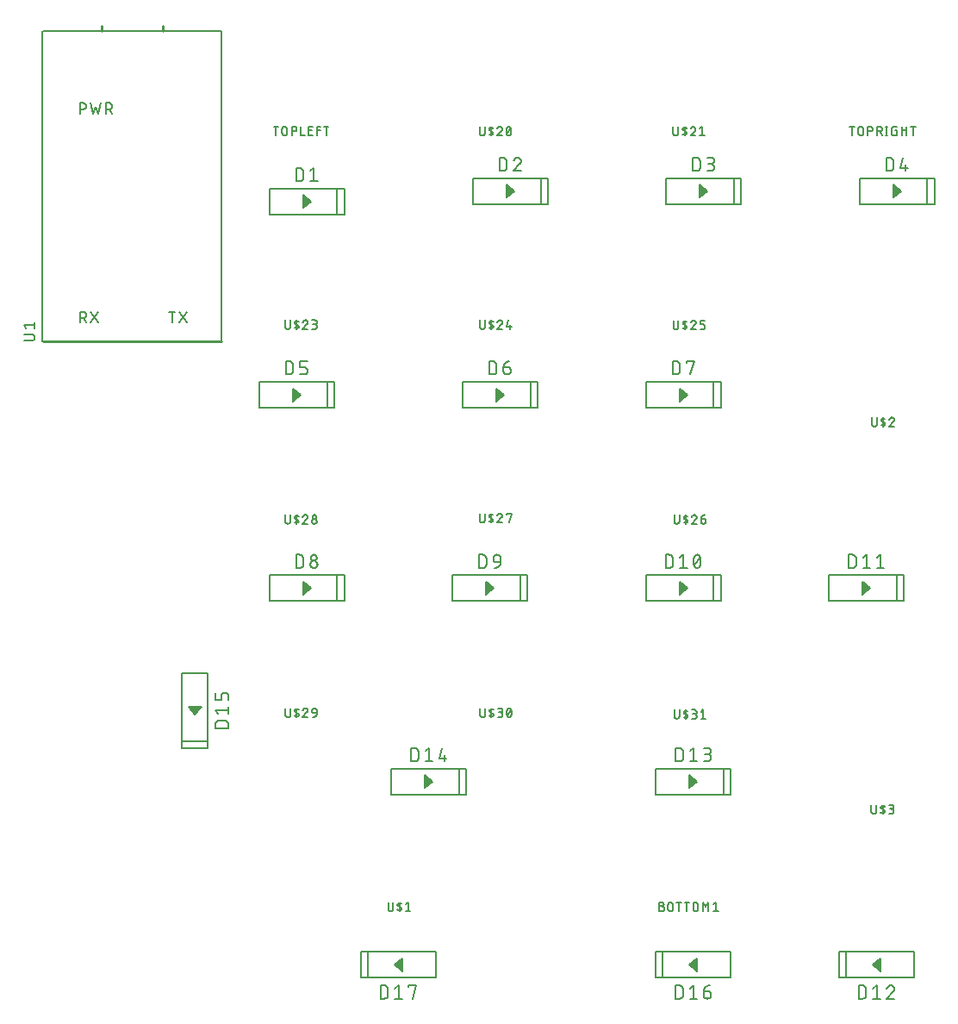
<source format=gbr>
G04 EAGLE Gerber RS-274X export*
G75*
%MOMM*%
%FSLAX34Y34*%
%LPD*%
%INSilkscreen Top*%
%IPPOS*%
%AMOC8*
5,1,8,0,0,1.08239X$1,22.5*%
G01*
%ADD10C,0.127000*%
%ADD11C,0.250000*%
%ADD12C,0.177800*%
%ADD13C,0.200000*%
%ADD14C,0.203200*%


D10*
X636591Y147745D02*
X639016Y147745D01*
X639114Y147743D01*
X639211Y147737D01*
X639308Y147727D01*
X639405Y147714D01*
X639501Y147696D01*
X639596Y147675D01*
X639691Y147649D01*
X639784Y147620D01*
X639876Y147587D01*
X639967Y147551D01*
X640056Y147511D01*
X640143Y147467D01*
X640229Y147420D01*
X640312Y147370D01*
X640394Y147316D01*
X640473Y147259D01*
X640550Y147198D01*
X640624Y147135D01*
X640696Y147069D01*
X640765Y147000D01*
X640831Y146928D01*
X640894Y146854D01*
X640955Y146777D01*
X641012Y146698D01*
X641066Y146616D01*
X641116Y146532D01*
X641163Y146447D01*
X641207Y146360D01*
X641247Y146271D01*
X641283Y146180D01*
X641316Y146088D01*
X641345Y145995D01*
X641371Y145900D01*
X641392Y145805D01*
X641410Y145709D01*
X641423Y145612D01*
X641433Y145515D01*
X641439Y145418D01*
X641441Y145320D01*
X641439Y145222D01*
X641433Y145125D01*
X641423Y145028D01*
X641410Y144931D01*
X641392Y144835D01*
X641371Y144740D01*
X641345Y144645D01*
X641316Y144552D01*
X641283Y144460D01*
X641247Y144369D01*
X641207Y144280D01*
X641163Y144193D01*
X641116Y144108D01*
X641066Y144024D01*
X641012Y143942D01*
X640955Y143863D01*
X640894Y143786D01*
X640831Y143712D01*
X640765Y143640D01*
X640696Y143571D01*
X640624Y143505D01*
X640550Y143442D01*
X640473Y143381D01*
X640394Y143324D01*
X640312Y143270D01*
X640229Y143220D01*
X640143Y143173D01*
X640056Y143129D01*
X639967Y143089D01*
X639876Y143053D01*
X639784Y143020D01*
X639691Y142991D01*
X639596Y142965D01*
X639501Y142944D01*
X639405Y142926D01*
X639308Y142913D01*
X639211Y142903D01*
X639114Y142897D01*
X639016Y142895D01*
X636591Y142895D01*
X636591Y151625D01*
X639016Y151625D01*
X639103Y151623D01*
X639190Y151617D01*
X639276Y151607D01*
X639362Y151594D01*
X639448Y151576D01*
X639532Y151555D01*
X639615Y151530D01*
X639698Y151501D01*
X639778Y151469D01*
X639858Y151433D01*
X639935Y151393D01*
X640011Y151350D01*
X640085Y151304D01*
X640156Y151254D01*
X640226Y151202D01*
X640292Y151146D01*
X640357Y151087D01*
X640418Y151026D01*
X640477Y150961D01*
X640533Y150895D01*
X640585Y150825D01*
X640635Y150754D01*
X640681Y150680D01*
X640724Y150604D01*
X640764Y150527D01*
X640800Y150447D01*
X640832Y150367D01*
X640861Y150284D01*
X640886Y150201D01*
X640907Y150117D01*
X640925Y150031D01*
X640938Y149945D01*
X640948Y149859D01*
X640954Y149772D01*
X640956Y149685D01*
X640954Y149598D01*
X640948Y149511D01*
X640938Y149425D01*
X640925Y149339D01*
X640907Y149253D01*
X640886Y149169D01*
X640861Y149086D01*
X640832Y149003D01*
X640800Y148923D01*
X640764Y148843D01*
X640724Y148766D01*
X640681Y148690D01*
X640635Y148616D01*
X640585Y148545D01*
X640533Y148475D01*
X640477Y148409D01*
X640418Y148344D01*
X640357Y148283D01*
X640292Y148224D01*
X640226Y148168D01*
X640156Y148116D01*
X640085Y148066D01*
X640011Y148020D01*
X639935Y147977D01*
X639858Y147937D01*
X639778Y147901D01*
X639698Y147869D01*
X639615Y147840D01*
X639532Y147815D01*
X639448Y147794D01*
X639362Y147776D01*
X639276Y147763D01*
X639190Y147753D01*
X639103Y147747D01*
X639016Y147745D01*
X645119Y149200D02*
X645119Y145320D01*
X645119Y149200D02*
X645121Y149298D01*
X645127Y149395D01*
X645137Y149492D01*
X645150Y149589D01*
X645168Y149685D01*
X645189Y149780D01*
X645215Y149875D01*
X645244Y149968D01*
X645277Y150060D01*
X645313Y150151D01*
X645353Y150240D01*
X645397Y150327D01*
X645444Y150413D01*
X645494Y150496D01*
X645548Y150578D01*
X645605Y150657D01*
X645666Y150734D01*
X645729Y150808D01*
X645795Y150880D01*
X645864Y150949D01*
X645936Y151015D01*
X646010Y151078D01*
X646087Y151139D01*
X646166Y151196D01*
X646248Y151250D01*
X646332Y151300D01*
X646417Y151347D01*
X646504Y151391D01*
X646593Y151431D01*
X646684Y151467D01*
X646776Y151500D01*
X646869Y151529D01*
X646964Y151555D01*
X647059Y151576D01*
X647155Y151594D01*
X647252Y151607D01*
X647349Y151617D01*
X647446Y151623D01*
X647544Y151625D01*
X647642Y151623D01*
X647739Y151617D01*
X647836Y151607D01*
X647933Y151594D01*
X648029Y151576D01*
X648124Y151555D01*
X648219Y151529D01*
X648312Y151500D01*
X648404Y151467D01*
X648495Y151431D01*
X648584Y151391D01*
X648671Y151347D01*
X648757Y151300D01*
X648840Y151250D01*
X648922Y151196D01*
X649001Y151139D01*
X649078Y151078D01*
X649152Y151015D01*
X649224Y150949D01*
X649293Y150880D01*
X649359Y150808D01*
X649422Y150734D01*
X649483Y150657D01*
X649540Y150578D01*
X649594Y150496D01*
X649644Y150413D01*
X649691Y150327D01*
X649735Y150240D01*
X649775Y150151D01*
X649811Y150060D01*
X649844Y149968D01*
X649873Y149875D01*
X649899Y149780D01*
X649920Y149685D01*
X649938Y149589D01*
X649951Y149492D01*
X649961Y149395D01*
X649967Y149298D01*
X649969Y149200D01*
X649969Y145320D01*
X649967Y145222D01*
X649961Y145125D01*
X649951Y145028D01*
X649938Y144931D01*
X649920Y144835D01*
X649899Y144740D01*
X649873Y144645D01*
X649844Y144552D01*
X649811Y144460D01*
X649775Y144369D01*
X649735Y144280D01*
X649691Y144193D01*
X649644Y144107D01*
X649594Y144024D01*
X649540Y143942D01*
X649483Y143863D01*
X649422Y143786D01*
X649359Y143712D01*
X649293Y143640D01*
X649224Y143571D01*
X649152Y143505D01*
X649078Y143442D01*
X649001Y143381D01*
X648922Y143324D01*
X648840Y143270D01*
X648757Y143220D01*
X648671Y143173D01*
X648584Y143129D01*
X648495Y143089D01*
X648404Y143053D01*
X648312Y143020D01*
X648219Y142991D01*
X648124Y142965D01*
X648029Y142944D01*
X647933Y142926D01*
X647836Y142913D01*
X647739Y142903D01*
X647642Y142897D01*
X647544Y142895D01*
X647446Y142897D01*
X647349Y142903D01*
X647252Y142913D01*
X647155Y142926D01*
X647059Y142944D01*
X646964Y142965D01*
X646869Y142991D01*
X646776Y143020D01*
X646684Y143053D01*
X646593Y143089D01*
X646504Y143129D01*
X646417Y143173D01*
X646332Y143220D01*
X646248Y143270D01*
X646166Y143324D01*
X646087Y143381D01*
X646010Y143442D01*
X645936Y143505D01*
X645864Y143571D01*
X645795Y143640D01*
X645729Y143712D01*
X645666Y143786D01*
X645605Y143863D01*
X645548Y143942D01*
X645494Y144024D01*
X645444Y144108D01*
X645397Y144193D01*
X645353Y144280D01*
X645313Y144369D01*
X645277Y144460D01*
X645244Y144552D01*
X645215Y144645D01*
X645189Y144740D01*
X645168Y144835D01*
X645150Y144931D01*
X645137Y145028D01*
X645127Y145125D01*
X645121Y145222D01*
X645119Y145320D01*
X655944Y142895D02*
X655944Y151625D01*
X653519Y151625D02*
X658369Y151625D01*
X663744Y151625D02*
X663744Y142895D01*
X661319Y151625D02*
X666169Y151625D01*
X669719Y149200D02*
X669719Y145320D01*
X669719Y149200D02*
X669721Y149298D01*
X669727Y149395D01*
X669737Y149492D01*
X669750Y149589D01*
X669768Y149685D01*
X669789Y149780D01*
X669815Y149875D01*
X669844Y149968D01*
X669877Y150060D01*
X669913Y150151D01*
X669953Y150240D01*
X669997Y150327D01*
X670044Y150413D01*
X670094Y150496D01*
X670148Y150578D01*
X670205Y150657D01*
X670266Y150734D01*
X670329Y150808D01*
X670395Y150880D01*
X670464Y150949D01*
X670536Y151015D01*
X670610Y151078D01*
X670687Y151139D01*
X670766Y151196D01*
X670848Y151250D01*
X670932Y151300D01*
X671017Y151347D01*
X671104Y151391D01*
X671193Y151431D01*
X671284Y151467D01*
X671376Y151500D01*
X671469Y151529D01*
X671564Y151555D01*
X671659Y151576D01*
X671755Y151594D01*
X671852Y151607D01*
X671949Y151617D01*
X672046Y151623D01*
X672144Y151625D01*
X672242Y151623D01*
X672339Y151617D01*
X672436Y151607D01*
X672533Y151594D01*
X672629Y151576D01*
X672724Y151555D01*
X672819Y151529D01*
X672912Y151500D01*
X673004Y151467D01*
X673095Y151431D01*
X673184Y151391D01*
X673271Y151347D01*
X673357Y151300D01*
X673440Y151250D01*
X673522Y151196D01*
X673601Y151139D01*
X673678Y151078D01*
X673752Y151015D01*
X673824Y150949D01*
X673893Y150880D01*
X673959Y150808D01*
X674022Y150734D01*
X674083Y150657D01*
X674140Y150578D01*
X674194Y150496D01*
X674244Y150413D01*
X674291Y150327D01*
X674335Y150240D01*
X674375Y150151D01*
X674411Y150060D01*
X674444Y149968D01*
X674473Y149875D01*
X674499Y149780D01*
X674520Y149685D01*
X674538Y149589D01*
X674551Y149492D01*
X674561Y149395D01*
X674567Y149298D01*
X674569Y149200D01*
X674569Y145320D01*
X674567Y145222D01*
X674561Y145125D01*
X674551Y145028D01*
X674538Y144931D01*
X674520Y144835D01*
X674499Y144740D01*
X674473Y144645D01*
X674444Y144552D01*
X674411Y144460D01*
X674375Y144369D01*
X674335Y144280D01*
X674291Y144193D01*
X674244Y144107D01*
X674194Y144024D01*
X674140Y143942D01*
X674083Y143863D01*
X674022Y143786D01*
X673959Y143712D01*
X673893Y143640D01*
X673824Y143571D01*
X673752Y143505D01*
X673678Y143442D01*
X673601Y143381D01*
X673522Y143324D01*
X673440Y143270D01*
X673357Y143220D01*
X673271Y143173D01*
X673184Y143129D01*
X673095Y143089D01*
X673004Y143053D01*
X672912Y143020D01*
X672819Y142991D01*
X672724Y142965D01*
X672629Y142944D01*
X672533Y142926D01*
X672436Y142913D01*
X672339Y142903D01*
X672242Y142897D01*
X672144Y142895D01*
X672046Y142897D01*
X671949Y142903D01*
X671852Y142913D01*
X671755Y142926D01*
X671659Y142944D01*
X671564Y142965D01*
X671469Y142991D01*
X671376Y143020D01*
X671284Y143053D01*
X671193Y143089D01*
X671104Y143129D01*
X671017Y143173D01*
X670932Y143220D01*
X670848Y143270D01*
X670766Y143324D01*
X670687Y143381D01*
X670610Y143442D01*
X670536Y143505D01*
X670464Y143571D01*
X670395Y143640D01*
X670329Y143712D01*
X670266Y143786D01*
X670205Y143863D01*
X670148Y143942D01*
X670094Y144024D01*
X670044Y144108D01*
X669997Y144193D01*
X669953Y144280D01*
X669913Y144369D01*
X669877Y144460D01*
X669844Y144552D01*
X669815Y144645D01*
X669789Y144740D01*
X669768Y144835D01*
X669750Y144931D01*
X669737Y145028D01*
X669727Y145125D01*
X669721Y145222D01*
X669719Y145320D01*
X679134Y142895D02*
X679134Y151625D01*
X682044Y146775D01*
X684954Y151625D01*
X684954Y142895D01*
X689519Y149685D02*
X691944Y151625D01*
X691944Y142895D01*
X689519Y142895D02*
X694369Y142895D01*
X259880Y904895D02*
X259880Y913625D01*
X257455Y913625D02*
X262305Y913625D01*
X265855Y911200D02*
X265855Y907320D01*
X265855Y911200D02*
X265857Y911298D01*
X265863Y911395D01*
X265873Y911492D01*
X265886Y911589D01*
X265904Y911685D01*
X265925Y911780D01*
X265951Y911875D01*
X265980Y911968D01*
X266013Y912060D01*
X266049Y912151D01*
X266089Y912240D01*
X266133Y912327D01*
X266180Y912413D01*
X266230Y912496D01*
X266284Y912578D01*
X266341Y912657D01*
X266402Y912734D01*
X266465Y912808D01*
X266531Y912880D01*
X266600Y912949D01*
X266672Y913015D01*
X266746Y913078D01*
X266823Y913139D01*
X266902Y913196D01*
X266984Y913250D01*
X267068Y913300D01*
X267153Y913347D01*
X267240Y913391D01*
X267329Y913431D01*
X267420Y913467D01*
X267512Y913500D01*
X267605Y913529D01*
X267700Y913555D01*
X267795Y913576D01*
X267891Y913594D01*
X267988Y913607D01*
X268085Y913617D01*
X268182Y913623D01*
X268280Y913625D01*
X268378Y913623D01*
X268475Y913617D01*
X268572Y913607D01*
X268669Y913594D01*
X268765Y913576D01*
X268860Y913555D01*
X268955Y913529D01*
X269048Y913500D01*
X269140Y913467D01*
X269231Y913431D01*
X269320Y913391D01*
X269407Y913347D01*
X269493Y913300D01*
X269576Y913250D01*
X269658Y913196D01*
X269737Y913139D01*
X269814Y913078D01*
X269888Y913015D01*
X269960Y912949D01*
X270029Y912880D01*
X270095Y912808D01*
X270158Y912734D01*
X270219Y912657D01*
X270276Y912578D01*
X270330Y912496D01*
X270380Y912413D01*
X270427Y912327D01*
X270471Y912240D01*
X270511Y912151D01*
X270547Y912060D01*
X270580Y911968D01*
X270609Y911875D01*
X270635Y911780D01*
X270656Y911685D01*
X270674Y911589D01*
X270687Y911492D01*
X270697Y911395D01*
X270703Y911298D01*
X270705Y911200D01*
X270705Y907320D01*
X270703Y907222D01*
X270697Y907125D01*
X270687Y907028D01*
X270674Y906931D01*
X270656Y906835D01*
X270635Y906740D01*
X270609Y906645D01*
X270580Y906552D01*
X270547Y906460D01*
X270511Y906369D01*
X270471Y906280D01*
X270427Y906193D01*
X270380Y906108D01*
X270330Y906024D01*
X270276Y905942D01*
X270219Y905863D01*
X270158Y905786D01*
X270095Y905712D01*
X270029Y905640D01*
X269960Y905571D01*
X269888Y905505D01*
X269814Y905442D01*
X269737Y905381D01*
X269658Y905324D01*
X269576Y905270D01*
X269493Y905220D01*
X269407Y905173D01*
X269320Y905129D01*
X269231Y905089D01*
X269140Y905053D01*
X269048Y905020D01*
X268955Y904991D01*
X268860Y904965D01*
X268765Y904944D01*
X268669Y904926D01*
X268572Y904913D01*
X268475Y904903D01*
X268378Y904897D01*
X268280Y904895D01*
X268182Y904897D01*
X268085Y904903D01*
X267988Y904913D01*
X267891Y904926D01*
X267795Y904944D01*
X267700Y904965D01*
X267605Y904991D01*
X267512Y905020D01*
X267420Y905053D01*
X267329Y905089D01*
X267240Y905129D01*
X267153Y905173D01*
X267068Y905220D01*
X266984Y905270D01*
X266902Y905324D01*
X266823Y905381D01*
X266746Y905442D01*
X266672Y905505D01*
X266600Y905571D01*
X266531Y905640D01*
X266465Y905712D01*
X266402Y905786D01*
X266341Y905863D01*
X266284Y905942D01*
X266230Y906024D01*
X266180Y906108D01*
X266133Y906193D01*
X266089Y906280D01*
X266049Y906369D01*
X266013Y906460D01*
X265980Y906552D01*
X265951Y906645D01*
X265925Y906740D01*
X265904Y906835D01*
X265886Y906931D01*
X265873Y907028D01*
X265863Y907125D01*
X265857Y907222D01*
X265855Y907320D01*
X275328Y904895D02*
X275328Y913625D01*
X277753Y913625D01*
X277851Y913623D01*
X277948Y913617D01*
X278045Y913607D01*
X278142Y913594D01*
X278238Y913576D01*
X278333Y913555D01*
X278428Y913529D01*
X278521Y913500D01*
X278613Y913467D01*
X278704Y913431D01*
X278793Y913391D01*
X278880Y913347D01*
X278966Y913300D01*
X279049Y913250D01*
X279131Y913196D01*
X279210Y913139D01*
X279287Y913078D01*
X279361Y913015D01*
X279433Y912949D01*
X279502Y912880D01*
X279568Y912808D01*
X279631Y912734D01*
X279692Y912657D01*
X279749Y912578D01*
X279803Y912496D01*
X279853Y912413D01*
X279900Y912327D01*
X279944Y912240D01*
X279984Y912151D01*
X280020Y912060D01*
X280053Y911968D01*
X280082Y911875D01*
X280108Y911780D01*
X280129Y911685D01*
X280147Y911589D01*
X280160Y911492D01*
X280170Y911395D01*
X280176Y911298D01*
X280178Y911200D01*
X280176Y911102D01*
X280170Y911005D01*
X280160Y910908D01*
X280147Y910811D01*
X280129Y910715D01*
X280108Y910620D01*
X280082Y910525D01*
X280053Y910432D01*
X280020Y910340D01*
X279984Y910249D01*
X279944Y910160D01*
X279900Y910073D01*
X279853Y909988D01*
X279803Y909904D01*
X279749Y909822D01*
X279692Y909743D01*
X279631Y909666D01*
X279568Y909592D01*
X279502Y909520D01*
X279433Y909451D01*
X279361Y909385D01*
X279287Y909322D01*
X279210Y909261D01*
X279131Y909204D01*
X279049Y909150D01*
X278966Y909100D01*
X278880Y909053D01*
X278793Y909009D01*
X278704Y908969D01*
X278613Y908933D01*
X278521Y908900D01*
X278428Y908871D01*
X278333Y908845D01*
X278238Y908824D01*
X278142Y908806D01*
X278045Y908793D01*
X277948Y908783D01*
X277851Y908777D01*
X277753Y908775D01*
X275328Y908775D01*
X284178Y904895D02*
X284178Y913625D01*
X284178Y904895D02*
X288058Y904895D01*
X291978Y904895D02*
X295858Y904895D01*
X291978Y904895D02*
X291978Y913625D01*
X295858Y913625D01*
X294888Y909745D02*
X291978Y909745D01*
X299778Y913625D02*
X299778Y904895D01*
X299778Y913625D02*
X303658Y913625D01*
X303658Y909745D02*
X299778Y909745D01*
X309080Y913625D02*
X309080Y904895D01*
X306655Y913625D02*
X311505Y913625D01*
X826130Y913625D02*
X826130Y904895D01*
X823705Y913625D02*
X828555Y913625D01*
X832105Y911200D02*
X832105Y907320D01*
X832105Y911200D02*
X832107Y911298D01*
X832113Y911395D01*
X832123Y911492D01*
X832136Y911589D01*
X832154Y911685D01*
X832175Y911780D01*
X832201Y911875D01*
X832230Y911968D01*
X832263Y912060D01*
X832299Y912151D01*
X832339Y912240D01*
X832383Y912327D01*
X832430Y912413D01*
X832480Y912496D01*
X832534Y912578D01*
X832591Y912657D01*
X832652Y912734D01*
X832715Y912808D01*
X832781Y912880D01*
X832850Y912949D01*
X832922Y913015D01*
X832996Y913078D01*
X833073Y913139D01*
X833152Y913196D01*
X833234Y913250D01*
X833318Y913300D01*
X833403Y913347D01*
X833490Y913391D01*
X833579Y913431D01*
X833670Y913467D01*
X833762Y913500D01*
X833855Y913529D01*
X833950Y913555D01*
X834045Y913576D01*
X834141Y913594D01*
X834238Y913607D01*
X834335Y913617D01*
X834432Y913623D01*
X834530Y913625D01*
X834628Y913623D01*
X834725Y913617D01*
X834822Y913607D01*
X834919Y913594D01*
X835015Y913576D01*
X835110Y913555D01*
X835205Y913529D01*
X835298Y913500D01*
X835390Y913467D01*
X835481Y913431D01*
X835570Y913391D01*
X835657Y913347D01*
X835743Y913300D01*
X835826Y913250D01*
X835908Y913196D01*
X835987Y913139D01*
X836064Y913078D01*
X836138Y913015D01*
X836210Y912949D01*
X836279Y912880D01*
X836345Y912808D01*
X836408Y912734D01*
X836469Y912657D01*
X836526Y912578D01*
X836580Y912496D01*
X836630Y912413D01*
X836677Y912327D01*
X836721Y912240D01*
X836761Y912151D01*
X836797Y912060D01*
X836830Y911968D01*
X836859Y911875D01*
X836885Y911780D01*
X836906Y911685D01*
X836924Y911589D01*
X836937Y911492D01*
X836947Y911395D01*
X836953Y911298D01*
X836955Y911200D01*
X836955Y907320D01*
X836953Y907222D01*
X836947Y907125D01*
X836937Y907028D01*
X836924Y906931D01*
X836906Y906835D01*
X836885Y906740D01*
X836859Y906645D01*
X836830Y906552D01*
X836797Y906460D01*
X836761Y906369D01*
X836721Y906280D01*
X836677Y906193D01*
X836630Y906108D01*
X836580Y906024D01*
X836526Y905942D01*
X836469Y905863D01*
X836408Y905786D01*
X836345Y905712D01*
X836279Y905640D01*
X836210Y905571D01*
X836138Y905505D01*
X836064Y905442D01*
X835987Y905381D01*
X835908Y905324D01*
X835826Y905270D01*
X835743Y905220D01*
X835657Y905173D01*
X835570Y905129D01*
X835481Y905089D01*
X835390Y905053D01*
X835298Y905020D01*
X835205Y904991D01*
X835110Y904965D01*
X835015Y904944D01*
X834919Y904926D01*
X834822Y904913D01*
X834725Y904903D01*
X834628Y904897D01*
X834530Y904895D01*
X834432Y904897D01*
X834335Y904903D01*
X834238Y904913D01*
X834141Y904926D01*
X834045Y904944D01*
X833950Y904965D01*
X833855Y904991D01*
X833762Y905020D01*
X833670Y905053D01*
X833579Y905089D01*
X833490Y905129D01*
X833403Y905173D01*
X833318Y905220D01*
X833234Y905270D01*
X833152Y905324D01*
X833073Y905381D01*
X832996Y905442D01*
X832922Y905505D01*
X832850Y905571D01*
X832781Y905640D01*
X832715Y905712D01*
X832652Y905786D01*
X832591Y905863D01*
X832534Y905942D01*
X832480Y906024D01*
X832430Y906108D01*
X832383Y906193D01*
X832339Y906280D01*
X832299Y906369D01*
X832263Y906460D01*
X832230Y906552D01*
X832201Y906645D01*
X832175Y906740D01*
X832154Y906835D01*
X832136Y906931D01*
X832123Y907028D01*
X832113Y907125D01*
X832107Y907222D01*
X832105Y907320D01*
X841578Y904895D02*
X841578Y913625D01*
X844003Y913625D01*
X844101Y913623D01*
X844198Y913617D01*
X844295Y913607D01*
X844392Y913594D01*
X844488Y913576D01*
X844583Y913555D01*
X844678Y913529D01*
X844771Y913500D01*
X844863Y913467D01*
X844954Y913431D01*
X845043Y913391D01*
X845130Y913347D01*
X845216Y913300D01*
X845299Y913250D01*
X845381Y913196D01*
X845460Y913139D01*
X845537Y913078D01*
X845611Y913015D01*
X845683Y912949D01*
X845752Y912880D01*
X845818Y912808D01*
X845881Y912734D01*
X845942Y912657D01*
X845999Y912578D01*
X846053Y912496D01*
X846103Y912413D01*
X846150Y912327D01*
X846194Y912240D01*
X846234Y912151D01*
X846270Y912060D01*
X846303Y911968D01*
X846332Y911875D01*
X846358Y911780D01*
X846379Y911685D01*
X846397Y911589D01*
X846410Y911492D01*
X846420Y911395D01*
X846426Y911298D01*
X846428Y911200D01*
X846426Y911102D01*
X846420Y911005D01*
X846410Y910908D01*
X846397Y910811D01*
X846379Y910715D01*
X846358Y910620D01*
X846332Y910525D01*
X846303Y910432D01*
X846270Y910340D01*
X846234Y910249D01*
X846194Y910160D01*
X846150Y910073D01*
X846103Y909988D01*
X846053Y909904D01*
X845999Y909822D01*
X845942Y909743D01*
X845881Y909666D01*
X845818Y909592D01*
X845752Y909520D01*
X845683Y909451D01*
X845611Y909385D01*
X845537Y909322D01*
X845460Y909261D01*
X845381Y909204D01*
X845299Y909150D01*
X845216Y909100D01*
X845130Y909053D01*
X845043Y909009D01*
X844954Y908969D01*
X844863Y908933D01*
X844771Y908900D01*
X844678Y908871D01*
X844583Y908845D01*
X844488Y908824D01*
X844392Y908806D01*
X844295Y908793D01*
X844198Y908783D01*
X844101Y908777D01*
X844003Y908775D01*
X841578Y908775D01*
X850480Y904895D02*
X850480Y913625D01*
X852905Y913625D01*
X853003Y913623D01*
X853100Y913617D01*
X853197Y913607D01*
X853294Y913594D01*
X853390Y913576D01*
X853485Y913555D01*
X853580Y913529D01*
X853673Y913500D01*
X853765Y913467D01*
X853856Y913431D01*
X853945Y913391D01*
X854032Y913347D01*
X854118Y913300D01*
X854201Y913250D01*
X854283Y913196D01*
X854362Y913139D01*
X854439Y913078D01*
X854513Y913015D01*
X854585Y912949D01*
X854654Y912880D01*
X854720Y912808D01*
X854783Y912734D01*
X854844Y912657D01*
X854901Y912578D01*
X854955Y912496D01*
X855005Y912413D01*
X855052Y912327D01*
X855096Y912240D01*
X855136Y912151D01*
X855172Y912060D01*
X855205Y911968D01*
X855234Y911875D01*
X855260Y911780D01*
X855281Y911685D01*
X855299Y911589D01*
X855312Y911492D01*
X855322Y911395D01*
X855328Y911298D01*
X855330Y911200D01*
X855328Y911102D01*
X855322Y911005D01*
X855312Y910908D01*
X855299Y910811D01*
X855281Y910715D01*
X855260Y910620D01*
X855234Y910525D01*
X855205Y910432D01*
X855172Y910340D01*
X855136Y910249D01*
X855096Y910160D01*
X855052Y910073D01*
X855005Y909988D01*
X854955Y909904D01*
X854901Y909822D01*
X854844Y909743D01*
X854783Y909666D01*
X854720Y909592D01*
X854654Y909520D01*
X854585Y909451D01*
X854513Y909385D01*
X854439Y909322D01*
X854362Y909261D01*
X854283Y909204D01*
X854201Y909150D01*
X854118Y909100D01*
X854032Y909053D01*
X853945Y909009D01*
X853856Y908969D01*
X853765Y908933D01*
X853673Y908900D01*
X853580Y908871D01*
X853485Y908845D01*
X853390Y908824D01*
X853294Y908806D01*
X853197Y908793D01*
X853100Y908783D01*
X853003Y908777D01*
X852905Y908775D01*
X850480Y908775D01*
X853390Y908775D02*
X855330Y904895D01*
X860030Y904895D02*
X860030Y913625D01*
X859060Y904895D02*
X861000Y904895D01*
X861000Y913625D02*
X859060Y913625D01*
X868500Y909745D02*
X869955Y909745D01*
X869955Y904895D01*
X867045Y904895D01*
X866958Y904897D01*
X866871Y904903D01*
X866785Y904913D01*
X866699Y904926D01*
X866613Y904944D01*
X866529Y904965D01*
X866446Y904990D01*
X866363Y905019D01*
X866283Y905051D01*
X866203Y905087D01*
X866126Y905127D01*
X866050Y905170D01*
X865976Y905216D01*
X865905Y905266D01*
X865835Y905318D01*
X865769Y905374D01*
X865704Y905433D01*
X865643Y905494D01*
X865584Y905559D01*
X865528Y905625D01*
X865476Y905695D01*
X865426Y905766D01*
X865380Y905840D01*
X865337Y905916D01*
X865297Y905993D01*
X865261Y906073D01*
X865229Y906153D01*
X865200Y906236D01*
X865175Y906319D01*
X865154Y906403D01*
X865136Y906489D01*
X865123Y906575D01*
X865113Y906661D01*
X865107Y906748D01*
X865105Y906835D01*
X865105Y911685D01*
X865107Y911772D01*
X865113Y911859D01*
X865123Y911945D01*
X865136Y912031D01*
X865154Y912117D01*
X865175Y912201D01*
X865200Y912284D01*
X865229Y912367D01*
X865261Y912447D01*
X865297Y912527D01*
X865337Y912604D01*
X865380Y912680D01*
X865426Y912754D01*
X865476Y912825D01*
X865528Y912895D01*
X865584Y912961D01*
X865643Y913026D01*
X865704Y913087D01*
X865769Y913146D01*
X865835Y913202D01*
X865905Y913254D01*
X865976Y913304D01*
X866050Y913350D01*
X866126Y913393D01*
X866203Y913433D01*
X866283Y913469D01*
X866363Y913501D01*
X866446Y913530D01*
X866529Y913555D01*
X866613Y913576D01*
X866699Y913594D01*
X866785Y913607D01*
X866871Y913617D01*
X866958Y913623D01*
X867045Y913625D01*
X869955Y913625D01*
X874705Y913625D02*
X874705Y904895D01*
X874705Y909745D02*
X879555Y909745D01*
X879555Y913625D02*
X879555Y904895D01*
X885830Y904895D02*
X885830Y913625D01*
X883405Y913625D02*
X888255Y913625D01*
X370025Y151625D02*
X370025Y145320D01*
X370027Y145222D01*
X370033Y145125D01*
X370043Y145028D01*
X370056Y144931D01*
X370074Y144835D01*
X370095Y144740D01*
X370121Y144645D01*
X370150Y144552D01*
X370183Y144460D01*
X370219Y144369D01*
X370259Y144280D01*
X370303Y144193D01*
X370350Y144108D01*
X370400Y144024D01*
X370454Y143942D01*
X370511Y143863D01*
X370572Y143786D01*
X370635Y143712D01*
X370701Y143640D01*
X370770Y143571D01*
X370842Y143505D01*
X370916Y143442D01*
X370993Y143381D01*
X371072Y143324D01*
X371154Y143270D01*
X371238Y143220D01*
X371323Y143173D01*
X371410Y143129D01*
X371499Y143089D01*
X371590Y143053D01*
X371682Y143020D01*
X371775Y142991D01*
X371870Y142965D01*
X371965Y142944D01*
X372061Y142926D01*
X372158Y142913D01*
X372255Y142903D01*
X372352Y142897D01*
X372450Y142895D01*
X372548Y142897D01*
X372645Y142903D01*
X372742Y142913D01*
X372839Y142926D01*
X372935Y142944D01*
X373030Y142965D01*
X373125Y142991D01*
X373218Y143020D01*
X373310Y143053D01*
X373401Y143089D01*
X373490Y143129D01*
X373577Y143173D01*
X373663Y143220D01*
X373746Y143270D01*
X373828Y143324D01*
X373907Y143381D01*
X373984Y143442D01*
X374058Y143505D01*
X374130Y143571D01*
X374199Y143640D01*
X374265Y143712D01*
X374328Y143786D01*
X374389Y143863D01*
X374446Y143942D01*
X374500Y144024D01*
X374550Y144107D01*
X374597Y144193D01*
X374641Y144280D01*
X374681Y144369D01*
X374717Y144460D01*
X374750Y144552D01*
X374779Y144645D01*
X374805Y144740D01*
X374826Y144835D01*
X374844Y144931D01*
X374857Y145028D01*
X374867Y145125D01*
X374873Y145222D01*
X374875Y145320D01*
X374875Y151625D01*
X381150Y151625D02*
X381150Y142895D01*
X381150Y147260D02*
X379938Y147988D01*
X379938Y147987D02*
X379875Y148028D01*
X379814Y148071D01*
X379755Y148117D01*
X379699Y148166D01*
X379646Y148218D01*
X379595Y148273D01*
X379547Y148330D01*
X379502Y148390D01*
X379461Y148452D01*
X379422Y148516D01*
X379387Y148582D01*
X379355Y148649D01*
X379327Y148718D01*
X379303Y148789D01*
X379282Y148860D01*
X379265Y148933D01*
X379251Y149006D01*
X379242Y149080D01*
X379236Y149155D01*
X379234Y149229D01*
X379236Y149304D01*
X379242Y149378D01*
X379251Y149452D01*
X379265Y149526D01*
X379282Y149598D01*
X379302Y149670D01*
X379327Y149741D01*
X379355Y149810D01*
X379387Y149877D01*
X379422Y149943D01*
X379460Y150007D01*
X379502Y150069D01*
X379546Y150129D01*
X379594Y150186D01*
X379645Y150241D01*
X379698Y150293D01*
X379754Y150342D01*
X379813Y150389D01*
X379874Y150432D01*
X379937Y150472D01*
X380001Y150509D01*
X380068Y150542D01*
X380137Y150572D01*
X380206Y150598D01*
X380277Y150621D01*
X380350Y150640D01*
X380423Y150655D01*
X380422Y150655D02*
X380541Y150675D01*
X380661Y150691D01*
X380780Y150704D01*
X380901Y150712D01*
X381021Y150717D01*
X381142Y150718D01*
X381262Y150715D01*
X381382Y150709D01*
X381502Y150698D01*
X381622Y150684D01*
X381741Y150666D01*
X381860Y150645D01*
X381977Y150620D01*
X382094Y150591D01*
X382210Y150558D01*
X382325Y150522D01*
X382439Y150482D01*
X382551Y150439D01*
X382662Y150392D01*
X382772Y150341D01*
X382880Y150288D01*
X382986Y150231D01*
X383090Y150170D01*
X381150Y147260D02*
X382363Y146533D01*
X382362Y146533D02*
X382425Y146492D01*
X382486Y146449D01*
X382545Y146403D01*
X382601Y146354D01*
X382654Y146302D01*
X382705Y146247D01*
X382753Y146190D01*
X382798Y146130D01*
X382839Y146068D01*
X382878Y146004D01*
X382913Y145938D01*
X382945Y145871D01*
X382973Y145802D01*
X382997Y145731D01*
X383018Y145660D01*
X383035Y145587D01*
X383049Y145514D01*
X383058Y145440D01*
X383064Y145365D01*
X383066Y145291D01*
X383064Y145216D01*
X383058Y145142D01*
X383049Y145068D01*
X383035Y144994D01*
X383018Y144922D01*
X382998Y144850D01*
X382973Y144779D01*
X382945Y144710D01*
X382913Y144643D01*
X382878Y144577D01*
X382840Y144513D01*
X382798Y144451D01*
X382754Y144391D01*
X382706Y144334D01*
X382655Y144279D01*
X382602Y144227D01*
X382546Y144178D01*
X382487Y144131D01*
X382426Y144088D01*
X382363Y144048D01*
X382299Y144011D01*
X382232Y143978D01*
X382163Y143948D01*
X382094Y143922D01*
X382023Y143899D01*
X381950Y143880D01*
X381877Y143865D01*
X381878Y143865D02*
X381759Y143845D01*
X381639Y143829D01*
X381520Y143816D01*
X381399Y143808D01*
X381279Y143803D01*
X381158Y143802D01*
X381038Y143805D01*
X380918Y143811D01*
X380798Y143822D01*
X380678Y143836D01*
X380559Y143854D01*
X380440Y143875D01*
X380323Y143900D01*
X380206Y143929D01*
X380090Y143962D01*
X379975Y143998D01*
X379861Y144038D01*
X379749Y144081D01*
X379638Y144128D01*
X379528Y144179D01*
X379420Y144232D01*
X379314Y144289D01*
X379210Y144350D01*
X387125Y149685D02*
X389550Y151625D01*
X389550Y142895D01*
X387125Y142895D02*
X391975Y142895D01*
X845425Y621500D02*
X845425Y627805D01*
X845425Y621500D02*
X845427Y621402D01*
X845433Y621305D01*
X845443Y621208D01*
X845456Y621111D01*
X845474Y621015D01*
X845495Y620920D01*
X845521Y620825D01*
X845550Y620732D01*
X845583Y620640D01*
X845619Y620549D01*
X845659Y620460D01*
X845703Y620373D01*
X845750Y620288D01*
X845800Y620204D01*
X845854Y620122D01*
X845911Y620043D01*
X845972Y619966D01*
X846035Y619892D01*
X846101Y619820D01*
X846170Y619751D01*
X846242Y619685D01*
X846316Y619622D01*
X846393Y619561D01*
X846472Y619504D01*
X846554Y619450D01*
X846638Y619400D01*
X846723Y619353D01*
X846810Y619309D01*
X846899Y619269D01*
X846990Y619233D01*
X847082Y619200D01*
X847175Y619171D01*
X847270Y619145D01*
X847365Y619124D01*
X847461Y619106D01*
X847558Y619093D01*
X847655Y619083D01*
X847752Y619077D01*
X847850Y619075D01*
X847948Y619077D01*
X848045Y619083D01*
X848142Y619093D01*
X848239Y619106D01*
X848335Y619124D01*
X848430Y619145D01*
X848525Y619171D01*
X848618Y619200D01*
X848710Y619233D01*
X848801Y619269D01*
X848890Y619309D01*
X848977Y619353D01*
X849063Y619400D01*
X849146Y619450D01*
X849228Y619504D01*
X849307Y619561D01*
X849384Y619622D01*
X849458Y619685D01*
X849530Y619751D01*
X849599Y619820D01*
X849665Y619892D01*
X849728Y619966D01*
X849789Y620043D01*
X849846Y620122D01*
X849900Y620204D01*
X849950Y620288D01*
X849997Y620373D01*
X850041Y620460D01*
X850081Y620549D01*
X850117Y620640D01*
X850150Y620732D01*
X850179Y620825D01*
X850205Y620920D01*
X850226Y621015D01*
X850244Y621111D01*
X850257Y621208D01*
X850267Y621305D01*
X850273Y621402D01*
X850275Y621500D01*
X850275Y627805D01*
X856550Y627805D02*
X856550Y619075D01*
X856550Y623440D02*
X855338Y624168D01*
X855338Y624167D02*
X855275Y624208D01*
X855214Y624251D01*
X855155Y624297D01*
X855099Y624346D01*
X855046Y624398D01*
X854995Y624453D01*
X854947Y624510D01*
X854902Y624570D01*
X854861Y624632D01*
X854822Y624696D01*
X854787Y624762D01*
X854755Y624829D01*
X854727Y624898D01*
X854703Y624969D01*
X854682Y625040D01*
X854665Y625113D01*
X854651Y625186D01*
X854642Y625260D01*
X854636Y625335D01*
X854634Y625409D01*
X854636Y625484D01*
X854642Y625558D01*
X854651Y625632D01*
X854665Y625706D01*
X854682Y625778D01*
X854702Y625850D01*
X854727Y625921D01*
X854755Y625990D01*
X854787Y626057D01*
X854822Y626123D01*
X854860Y626187D01*
X854902Y626249D01*
X854946Y626309D01*
X854994Y626366D01*
X855045Y626421D01*
X855098Y626473D01*
X855154Y626522D01*
X855213Y626569D01*
X855274Y626612D01*
X855337Y626652D01*
X855401Y626689D01*
X855468Y626722D01*
X855537Y626752D01*
X855606Y626778D01*
X855677Y626801D01*
X855750Y626820D01*
X855823Y626835D01*
X855822Y626835D02*
X855941Y626855D01*
X856061Y626871D01*
X856180Y626884D01*
X856301Y626892D01*
X856421Y626897D01*
X856542Y626898D01*
X856662Y626895D01*
X856782Y626889D01*
X856902Y626878D01*
X857022Y626864D01*
X857141Y626846D01*
X857260Y626825D01*
X857377Y626800D01*
X857494Y626771D01*
X857610Y626738D01*
X857725Y626702D01*
X857839Y626662D01*
X857951Y626619D01*
X858062Y626572D01*
X858172Y626521D01*
X858280Y626468D01*
X858386Y626411D01*
X858490Y626350D01*
X856550Y623440D02*
X857763Y622713D01*
X857762Y622713D02*
X857825Y622672D01*
X857886Y622629D01*
X857945Y622583D01*
X858001Y622534D01*
X858054Y622482D01*
X858105Y622427D01*
X858153Y622370D01*
X858198Y622310D01*
X858239Y622248D01*
X858278Y622184D01*
X858313Y622118D01*
X858345Y622051D01*
X858373Y621982D01*
X858397Y621911D01*
X858418Y621840D01*
X858435Y621767D01*
X858449Y621694D01*
X858458Y621620D01*
X858464Y621545D01*
X858466Y621471D01*
X858464Y621396D01*
X858458Y621322D01*
X858449Y621248D01*
X858435Y621174D01*
X858418Y621102D01*
X858398Y621030D01*
X858373Y620959D01*
X858345Y620890D01*
X858313Y620823D01*
X858278Y620757D01*
X858240Y620693D01*
X858198Y620631D01*
X858154Y620571D01*
X858106Y620514D01*
X858055Y620459D01*
X858002Y620407D01*
X857946Y620358D01*
X857887Y620311D01*
X857826Y620268D01*
X857763Y620228D01*
X857699Y620191D01*
X857632Y620158D01*
X857563Y620128D01*
X857494Y620102D01*
X857423Y620079D01*
X857350Y620060D01*
X857277Y620045D01*
X857278Y620045D02*
X857159Y620025D01*
X857039Y620009D01*
X856920Y619996D01*
X856799Y619988D01*
X856679Y619983D01*
X856558Y619982D01*
X856438Y619985D01*
X856318Y619991D01*
X856198Y620002D01*
X856078Y620016D01*
X855959Y620034D01*
X855840Y620055D01*
X855723Y620080D01*
X855606Y620109D01*
X855490Y620142D01*
X855375Y620178D01*
X855261Y620218D01*
X855149Y620261D01*
X855038Y620308D01*
X854928Y620359D01*
X854820Y620412D01*
X854714Y620469D01*
X854610Y620530D01*
X865193Y627806D02*
X865286Y627804D01*
X865378Y627798D01*
X865470Y627788D01*
X865562Y627775D01*
X865653Y627757D01*
X865743Y627736D01*
X865832Y627710D01*
X865920Y627681D01*
X866007Y627649D01*
X866092Y627612D01*
X866176Y627572D01*
X866258Y627529D01*
X866338Y627482D01*
X866415Y627432D01*
X866491Y627378D01*
X866564Y627321D01*
X866635Y627262D01*
X866704Y627199D01*
X866769Y627134D01*
X866832Y627065D01*
X866891Y626994D01*
X866948Y626921D01*
X867002Y626845D01*
X867052Y626768D01*
X867099Y626688D01*
X867142Y626606D01*
X867182Y626522D01*
X867219Y626437D01*
X867251Y626350D01*
X867280Y626262D01*
X867306Y626173D01*
X867327Y626083D01*
X867345Y625992D01*
X867358Y625900D01*
X867368Y625808D01*
X867374Y625716D01*
X867376Y625623D01*
X865193Y627805D02*
X865089Y627803D01*
X864986Y627797D01*
X864882Y627788D01*
X864780Y627774D01*
X864677Y627757D01*
X864576Y627736D01*
X864475Y627712D01*
X864375Y627683D01*
X864277Y627651D01*
X864179Y627615D01*
X864083Y627576D01*
X863989Y627533D01*
X863896Y627487D01*
X863805Y627437D01*
X863716Y627384D01*
X863629Y627328D01*
X863544Y627269D01*
X863461Y627206D01*
X863381Y627141D01*
X863303Y627072D01*
X863227Y627001D01*
X863155Y626927D01*
X863085Y626850D01*
X863018Y626771D01*
X862954Y626689D01*
X862893Y626605D01*
X862836Y626519D01*
X862781Y626431D01*
X862730Y626341D01*
X862682Y626249D01*
X862637Y626155D01*
X862597Y626060D01*
X862559Y625963D01*
X862525Y625865D01*
X866648Y623926D02*
X866715Y623992D01*
X866780Y624062D01*
X866841Y624134D01*
X866900Y624208D01*
X866956Y624285D01*
X867008Y624364D01*
X867058Y624445D01*
X867104Y624528D01*
X867146Y624613D01*
X867185Y624700D01*
X867221Y624788D01*
X867253Y624877D01*
X867281Y624968D01*
X867306Y625059D01*
X867327Y625152D01*
X867344Y625245D01*
X867358Y625339D01*
X867367Y625433D01*
X867373Y625528D01*
X867375Y625623D01*
X866648Y623925D02*
X862525Y619075D01*
X867375Y619075D01*
X460055Y907120D02*
X460055Y913425D01*
X460055Y907120D02*
X460057Y907022D01*
X460063Y906925D01*
X460073Y906828D01*
X460086Y906731D01*
X460104Y906635D01*
X460125Y906540D01*
X460151Y906445D01*
X460180Y906352D01*
X460213Y906260D01*
X460249Y906169D01*
X460289Y906080D01*
X460333Y905993D01*
X460380Y905908D01*
X460430Y905824D01*
X460484Y905742D01*
X460541Y905663D01*
X460602Y905586D01*
X460665Y905512D01*
X460731Y905440D01*
X460800Y905371D01*
X460872Y905305D01*
X460946Y905242D01*
X461023Y905181D01*
X461102Y905124D01*
X461184Y905070D01*
X461268Y905020D01*
X461353Y904973D01*
X461440Y904929D01*
X461529Y904889D01*
X461620Y904853D01*
X461712Y904820D01*
X461805Y904791D01*
X461900Y904765D01*
X461995Y904744D01*
X462091Y904726D01*
X462188Y904713D01*
X462285Y904703D01*
X462382Y904697D01*
X462480Y904695D01*
X462578Y904697D01*
X462675Y904703D01*
X462772Y904713D01*
X462869Y904726D01*
X462965Y904744D01*
X463060Y904765D01*
X463155Y904791D01*
X463248Y904820D01*
X463340Y904853D01*
X463431Y904889D01*
X463520Y904929D01*
X463607Y904973D01*
X463693Y905020D01*
X463776Y905070D01*
X463858Y905124D01*
X463937Y905181D01*
X464014Y905242D01*
X464088Y905305D01*
X464160Y905371D01*
X464229Y905440D01*
X464295Y905512D01*
X464358Y905586D01*
X464419Y905663D01*
X464476Y905742D01*
X464530Y905824D01*
X464580Y905908D01*
X464627Y905993D01*
X464671Y906080D01*
X464711Y906169D01*
X464747Y906260D01*
X464780Y906352D01*
X464809Y906445D01*
X464835Y906540D01*
X464856Y906635D01*
X464874Y906731D01*
X464887Y906828D01*
X464897Y906925D01*
X464903Y907022D01*
X464905Y907120D01*
X464905Y913425D01*
X471180Y913425D02*
X471180Y904695D01*
X471180Y909060D02*
X469968Y909788D01*
X469968Y909787D02*
X469905Y909828D01*
X469844Y909871D01*
X469785Y909917D01*
X469729Y909966D01*
X469676Y910018D01*
X469625Y910073D01*
X469577Y910130D01*
X469532Y910190D01*
X469491Y910252D01*
X469452Y910316D01*
X469417Y910382D01*
X469385Y910449D01*
X469357Y910518D01*
X469333Y910589D01*
X469312Y910660D01*
X469295Y910733D01*
X469281Y910806D01*
X469272Y910880D01*
X469266Y910955D01*
X469264Y911029D01*
X469266Y911104D01*
X469272Y911178D01*
X469281Y911252D01*
X469295Y911326D01*
X469312Y911398D01*
X469332Y911470D01*
X469357Y911541D01*
X469385Y911610D01*
X469417Y911677D01*
X469452Y911743D01*
X469490Y911807D01*
X469532Y911869D01*
X469576Y911929D01*
X469624Y911986D01*
X469675Y912041D01*
X469728Y912093D01*
X469784Y912142D01*
X469843Y912189D01*
X469904Y912232D01*
X469967Y912272D01*
X470031Y912309D01*
X470098Y912342D01*
X470167Y912372D01*
X470236Y912398D01*
X470307Y912421D01*
X470380Y912440D01*
X470453Y912455D01*
X470452Y912455D02*
X470571Y912475D01*
X470691Y912491D01*
X470810Y912504D01*
X470931Y912512D01*
X471051Y912517D01*
X471172Y912518D01*
X471292Y912515D01*
X471412Y912509D01*
X471532Y912498D01*
X471652Y912484D01*
X471771Y912466D01*
X471890Y912445D01*
X472007Y912420D01*
X472124Y912391D01*
X472240Y912358D01*
X472355Y912322D01*
X472469Y912282D01*
X472581Y912239D01*
X472692Y912192D01*
X472802Y912141D01*
X472910Y912088D01*
X473016Y912031D01*
X473120Y911970D01*
X471180Y909060D02*
X472393Y908333D01*
X472392Y908333D02*
X472455Y908292D01*
X472516Y908249D01*
X472575Y908203D01*
X472631Y908154D01*
X472684Y908102D01*
X472735Y908047D01*
X472783Y907990D01*
X472828Y907930D01*
X472869Y907868D01*
X472908Y907804D01*
X472943Y907738D01*
X472975Y907671D01*
X473003Y907602D01*
X473027Y907531D01*
X473048Y907460D01*
X473065Y907387D01*
X473079Y907314D01*
X473088Y907240D01*
X473094Y907165D01*
X473096Y907091D01*
X473094Y907016D01*
X473088Y906942D01*
X473079Y906868D01*
X473065Y906794D01*
X473048Y906722D01*
X473028Y906650D01*
X473003Y906579D01*
X472975Y906510D01*
X472943Y906443D01*
X472908Y906377D01*
X472870Y906313D01*
X472828Y906251D01*
X472784Y906191D01*
X472736Y906134D01*
X472685Y906079D01*
X472632Y906027D01*
X472576Y905978D01*
X472517Y905931D01*
X472456Y905888D01*
X472393Y905848D01*
X472329Y905811D01*
X472262Y905778D01*
X472193Y905748D01*
X472124Y905722D01*
X472053Y905699D01*
X471980Y905680D01*
X471907Y905665D01*
X471908Y905665D02*
X471789Y905645D01*
X471669Y905629D01*
X471550Y905616D01*
X471429Y905608D01*
X471309Y905603D01*
X471188Y905602D01*
X471068Y905605D01*
X470948Y905611D01*
X470828Y905622D01*
X470708Y905636D01*
X470589Y905654D01*
X470470Y905675D01*
X470353Y905700D01*
X470236Y905729D01*
X470120Y905762D01*
X470005Y905798D01*
X469891Y905838D01*
X469779Y905881D01*
X469668Y905928D01*
X469558Y905979D01*
X469450Y906032D01*
X469344Y906089D01*
X469240Y906150D01*
X479823Y913426D02*
X479916Y913424D01*
X480008Y913418D01*
X480100Y913408D01*
X480192Y913395D01*
X480283Y913377D01*
X480373Y913356D01*
X480462Y913330D01*
X480550Y913301D01*
X480637Y913269D01*
X480722Y913232D01*
X480806Y913192D01*
X480888Y913149D01*
X480968Y913102D01*
X481045Y913052D01*
X481121Y912998D01*
X481194Y912941D01*
X481265Y912882D01*
X481334Y912819D01*
X481399Y912754D01*
X481462Y912685D01*
X481521Y912614D01*
X481578Y912541D01*
X481632Y912465D01*
X481682Y912388D01*
X481729Y912308D01*
X481772Y912226D01*
X481812Y912142D01*
X481849Y912057D01*
X481881Y911970D01*
X481910Y911882D01*
X481936Y911793D01*
X481957Y911703D01*
X481975Y911612D01*
X481988Y911520D01*
X481998Y911428D01*
X482004Y911336D01*
X482006Y911243D01*
X479823Y913425D02*
X479719Y913423D01*
X479616Y913417D01*
X479512Y913408D01*
X479410Y913394D01*
X479307Y913377D01*
X479206Y913356D01*
X479105Y913332D01*
X479005Y913303D01*
X478907Y913271D01*
X478809Y913235D01*
X478713Y913196D01*
X478619Y913153D01*
X478526Y913107D01*
X478435Y913057D01*
X478346Y913004D01*
X478259Y912948D01*
X478174Y912889D01*
X478091Y912826D01*
X478011Y912761D01*
X477933Y912692D01*
X477857Y912621D01*
X477785Y912547D01*
X477715Y912470D01*
X477648Y912391D01*
X477584Y912309D01*
X477523Y912225D01*
X477466Y912139D01*
X477411Y912051D01*
X477360Y911961D01*
X477312Y911869D01*
X477267Y911775D01*
X477227Y911680D01*
X477189Y911583D01*
X477155Y911485D01*
X481278Y909546D02*
X481345Y909612D01*
X481410Y909682D01*
X481471Y909754D01*
X481530Y909828D01*
X481586Y909905D01*
X481638Y909984D01*
X481688Y910065D01*
X481734Y910148D01*
X481776Y910233D01*
X481815Y910320D01*
X481851Y910408D01*
X481883Y910497D01*
X481911Y910588D01*
X481936Y910679D01*
X481957Y910772D01*
X481974Y910865D01*
X481988Y910959D01*
X481997Y911053D01*
X482003Y911148D01*
X482005Y911243D01*
X481278Y909545D02*
X477155Y904695D01*
X482005Y904695D01*
X486155Y909060D02*
X486157Y909232D01*
X486163Y909403D01*
X486173Y909575D01*
X486188Y909746D01*
X486206Y909917D01*
X486229Y910087D01*
X486255Y910257D01*
X486286Y910426D01*
X486320Y910594D01*
X486359Y910761D01*
X486402Y910928D01*
X486448Y911093D01*
X486499Y911257D01*
X486553Y911420D01*
X486611Y911581D01*
X486673Y911742D01*
X486739Y911900D01*
X486809Y912057D01*
X486882Y912212D01*
X486882Y912213D02*
X486911Y912291D01*
X486943Y912367D01*
X486978Y912441D01*
X487017Y912514D01*
X487059Y912585D01*
X487105Y912653D01*
X487153Y912720D01*
X487205Y912784D01*
X487259Y912846D01*
X487316Y912906D01*
X487376Y912962D01*
X487439Y913016D01*
X487503Y913067D01*
X487571Y913115D01*
X487640Y913160D01*
X487711Y913202D01*
X487784Y913240D01*
X487859Y913275D01*
X487935Y913306D01*
X488013Y913334D01*
X488091Y913358D01*
X488171Y913379D01*
X488252Y913396D01*
X488333Y913409D01*
X488415Y913418D01*
X488498Y913424D01*
X488580Y913426D01*
X488662Y913424D01*
X488745Y913418D01*
X488827Y913409D01*
X488908Y913396D01*
X488989Y913379D01*
X489069Y913358D01*
X489147Y913334D01*
X489225Y913306D01*
X489301Y913275D01*
X489376Y913240D01*
X489449Y913202D01*
X489520Y913160D01*
X489589Y913115D01*
X489657Y913067D01*
X489721Y913016D01*
X489784Y912962D01*
X489844Y912906D01*
X489901Y912846D01*
X489955Y912784D01*
X490007Y912720D01*
X490055Y912653D01*
X490101Y912585D01*
X490143Y912514D01*
X490182Y912441D01*
X490217Y912367D01*
X490249Y912291D01*
X490278Y912213D01*
X490278Y912212D02*
X490351Y912057D01*
X490421Y911900D01*
X490487Y911742D01*
X490549Y911581D01*
X490607Y911420D01*
X490661Y911257D01*
X490712Y911093D01*
X490758Y910928D01*
X490801Y910761D01*
X490840Y910594D01*
X490874Y910426D01*
X490905Y910257D01*
X490931Y910087D01*
X490954Y909917D01*
X490972Y909746D01*
X490987Y909575D01*
X490997Y909403D01*
X491003Y909232D01*
X491005Y909060D01*
X486155Y909060D02*
X486157Y908888D01*
X486163Y908717D01*
X486173Y908545D01*
X486188Y908374D01*
X486206Y908203D01*
X486229Y908033D01*
X486255Y907863D01*
X486286Y907694D01*
X486320Y907526D01*
X486359Y907359D01*
X486402Y907192D01*
X486448Y907027D01*
X486499Y906863D01*
X486553Y906700D01*
X486611Y906539D01*
X486673Y906378D01*
X486739Y906220D01*
X486809Y906063D01*
X486882Y905908D01*
X486911Y905830D01*
X486943Y905754D01*
X486978Y905680D01*
X487017Y905607D01*
X487059Y905536D01*
X487105Y905468D01*
X487153Y905401D01*
X487205Y905337D01*
X487259Y905275D01*
X487316Y905215D01*
X487376Y905159D01*
X487439Y905105D01*
X487503Y905054D01*
X487571Y905006D01*
X487640Y904961D01*
X487711Y904919D01*
X487784Y904881D01*
X487859Y904846D01*
X487935Y904815D01*
X488013Y904787D01*
X488091Y904763D01*
X488171Y904742D01*
X488252Y904725D01*
X488333Y904712D01*
X488415Y904703D01*
X488498Y904697D01*
X488580Y904695D01*
X490278Y905908D02*
X490351Y906063D01*
X490421Y906220D01*
X490487Y906378D01*
X490549Y906539D01*
X490607Y906700D01*
X490661Y906863D01*
X490712Y907027D01*
X490758Y907192D01*
X490801Y907359D01*
X490840Y907526D01*
X490874Y907694D01*
X490905Y907863D01*
X490931Y908033D01*
X490954Y908203D01*
X490972Y908374D01*
X490987Y908545D01*
X490997Y908717D01*
X491003Y908888D01*
X491005Y909060D01*
X490278Y905908D02*
X490249Y905830D01*
X490217Y905754D01*
X490182Y905680D01*
X490143Y905607D01*
X490101Y905536D01*
X490055Y905468D01*
X490007Y905401D01*
X489955Y905337D01*
X489901Y905275D01*
X489844Y905215D01*
X489784Y905159D01*
X489721Y905105D01*
X489657Y905054D01*
X489589Y905006D01*
X489520Y904961D01*
X489449Y904919D01*
X489376Y904881D01*
X489301Y904846D01*
X489225Y904815D01*
X489147Y904787D01*
X489069Y904763D01*
X488989Y904742D01*
X488908Y904725D01*
X488827Y904712D01*
X488745Y904703D01*
X488662Y904697D01*
X488580Y904695D01*
X486640Y906635D02*
X490520Y911485D01*
X650195Y913425D02*
X650195Y907120D01*
X650197Y907022D01*
X650203Y906925D01*
X650213Y906828D01*
X650226Y906731D01*
X650244Y906635D01*
X650265Y906540D01*
X650291Y906445D01*
X650320Y906352D01*
X650353Y906260D01*
X650389Y906169D01*
X650429Y906080D01*
X650473Y905993D01*
X650520Y905908D01*
X650570Y905824D01*
X650624Y905742D01*
X650681Y905663D01*
X650742Y905586D01*
X650805Y905512D01*
X650871Y905440D01*
X650940Y905371D01*
X651012Y905305D01*
X651086Y905242D01*
X651163Y905181D01*
X651242Y905124D01*
X651324Y905070D01*
X651408Y905020D01*
X651493Y904973D01*
X651580Y904929D01*
X651669Y904889D01*
X651760Y904853D01*
X651852Y904820D01*
X651945Y904791D01*
X652040Y904765D01*
X652135Y904744D01*
X652231Y904726D01*
X652328Y904713D01*
X652425Y904703D01*
X652522Y904697D01*
X652620Y904695D01*
X652718Y904697D01*
X652815Y904703D01*
X652912Y904713D01*
X653009Y904726D01*
X653105Y904744D01*
X653200Y904765D01*
X653295Y904791D01*
X653388Y904820D01*
X653480Y904853D01*
X653571Y904889D01*
X653660Y904929D01*
X653747Y904973D01*
X653833Y905020D01*
X653916Y905070D01*
X653998Y905124D01*
X654077Y905181D01*
X654154Y905242D01*
X654228Y905305D01*
X654300Y905371D01*
X654369Y905440D01*
X654435Y905512D01*
X654498Y905586D01*
X654559Y905663D01*
X654616Y905742D01*
X654670Y905824D01*
X654720Y905908D01*
X654767Y905993D01*
X654811Y906080D01*
X654851Y906169D01*
X654887Y906260D01*
X654920Y906352D01*
X654949Y906445D01*
X654975Y906540D01*
X654996Y906635D01*
X655014Y906731D01*
X655027Y906828D01*
X655037Y906925D01*
X655043Y907022D01*
X655045Y907120D01*
X655045Y913425D01*
X661320Y913425D02*
X661320Y904695D01*
X661320Y909060D02*
X660108Y909788D01*
X660108Y909787D02*
X660045Y909828D01*
X659984Y909871D01*
X659925Y909917D01*
X659869Y909966D01*
X659816Y910018D01*
X659765Y910073D01*
X659717Y910130D01*
X659672Y910190D01*
X659631Y910252D01*
X659592Y910316D01*
X659557Y910382D01*
X659525Y910449D01*
X659497Y910518D01*
X659473Y910589D01*
X659452Y910660D01*
X659435Y910733D01*
X659421Y910806D01*
X659412Y910880D01*
X659406Y910955D01*
X659404Y911029D01*
X659406Y911104D01*
X659412Y911178D01*
X659421Y911252D01*
X659435Y911326D01*
X659452Y911398D01*
X659472Y911470D01*
X659497Y911541D01*
X659525Y911610D01*
X659557Y911677D01*
X659592Y911743D01*
X659630Y911807D01*
X659672Y911869D01*
X659716Y911929D01*
X659764Y911986D01*
X659815Y912041D01*
X659868Y912093D01*
X659924Y912142D01*
X659983Y912189D01*
X660044Y912232D01*
X660107Y912272D01*
X660171Y912309D01*
X660238Y912342D01*
X660307Y912372D01*
X660376Y912398D01*
X660447Y912421D01*
X660520Y912440D01*
X660593Y912455D01*
X660592Y912455D02*
X660711Y912475D01*
X660831Y912491D01*
X660950Y912504D01*
X661071Y912512D01*
X661191Y912517D01*
X661312Y912518D01*
X661432Y912515D01*
X661552Y912509D01*
X661672Y912498D01*
X661792Y912484D01*
X661911Y912466D01*
X662030Y912445D01*
X662147Y912420D01*
X662264Y912391D01*
X662380Y912358D01*
X662495Y912322D01*
X662609Y912282D01*
X662721Y912239D01*
X662832Y912192D01*
X662942Y912141D01*
X663050Y912088D01*
X663156Y912031D01*
X663260Y911970D01*
X661320Y909060D02*
X662533Y908333D01*
X662532Y908333D02*
X662595Y908292D01*
X662656Y908249D01*
X662715Y908203D01*
X662771Y908154D01*
X662824Y908102D01*
X662875Y908047D01*
X662923Y907990D01*
X662968Y907930D01*
X663009Y907868D01*
X663048Y907804D01*
X663083Y907738D01*
X663115Y907671D01*
X663143Y907602D01*
X663167Y907531D01*
X663188Y907460D01*
X663205Y907387D01*
X663219Y907314D01*
X663228Y907240D01*
X663234Y907165D01*
X663236Y907091D01*
X663234Y907016D01*
X663228Y906942D01*
X663219Y906868D01*
X663205Y906794D01*
X663188Y906722D01*
X663168Y906650D01*
X663143Y906579D01*
X663115Y906510D01*
X663083Y906443D01*
X663048Y906377D01*
X663010Y906313D01*
X662968Y906251D01*
X662924Y906191D01*
X662876Y906134D01*
X662825Y906079D01*
X662772Y906027D01*
X662716Y905978D01*
X662657Y905931D01*
X662596Y905888D01*
X662533Y905848D01*
X662469Y905811D01*
X662402Y905778D01*
X662333Y905748D01*
X662264Y905722D01*
X662193Y905699D01*
X662120Y905680D01*
X662047Y905665D01*
X662048Y905665D02*
X661929Y905645D01*
X661809Y905629D01*
X661690Y905616D01*
X661569Y905608D01*
X661449Y905603D01*
X661328Y905602D01*
X661208Y905605D01*
X661088Y905611D01*
X660968Y905622D01*
X660848Y905636D01*
X660729Y905654D01*
X660610Y905675D01*
X660493Y905700D01*
X660376Y905729D01*
X660260Y905762D01*
X660145Y905798D01*
X660031Y905838D01*
X659919Y905881D01*
X659808Y905928D01*
X659698Y905979D01*
X659590Y906032D01*
X659484Y906089D01*
X659380Y906150D01*
X669963Y913426D02*
X670056Y913424D01*
X670148Y913418D01*
X670240Y913408D01*
X670332Y913395D01*
X670423Y913377D01*
X670513Y913356D01*
X670602Y913330D01*
X670690Y913301D01*
X670777Y913269D01*
X670862Y913232D01*
X670946Y913192D01*
X671028Y913149D01*
X671108Y913102D01*
X671185Y913052D01*
X671261Y912998D01*
X671334Y912941D01*
X671405Y912882D01*
X671474Y912819D01*
X671539Y912754D01*
X671602Y912685D01*
X671661Y912614D01*
X671718Y912541D01*
X671772Y912465D01*
X671822Y912388D01*
X671869Y912308D01*
X671912Y912226D01*
X671952Y912142D01*
X671989Y912057D01*
X672021Y911970D01*
X672050Y911882D01*
X672076Y911793D01*
X672097Y911703D01*
X672115Y911612D01*
X672128Y911520D01*
X672138Y911428D01*
X672144Y911336D01*
X672146Y911243D01*
X669963Y913425D02*
X669859Y913423D01*
X669756Y913417D01*
X669652Y913408D01*
X669550Y913394D01*
X669447Y913377D01*
X669346Y913356D01*
X669245Y913332D01*
X669145Y913303D01*
X669047Y913271D01*
X668949Y913235D01*
X668853Y913196D01*
X668759Y913153D01*
X668666Y913107D01*
X668575Y913057D01*
X668486Y913004D01*
X668399Y912948D01*
X668314Y912889D01*
X668231Y912826D01*
X668151Y912761D01*
X668073Y912692D01*
X667997Y912621D01*
X667925Y912547D01*
X667855Y912470D01*
X667788Y912391D01*
X667724Y912309D01*
X667663Y912225D01*
X667606Y912139D01*
X667551Y912051D01*
X667500Y911961D01*
X667452Y911869D01*
X667407Y911775D01*
X667367Y911680D01*
X667329Y911583D01*
X667295Y911485D01*
X671418Y909546D02*
X671485Y909612D01*
X671550Y909682D01*
X671611Y909754D01*
X671670Y909828D01*
X671726Y909905D01*
X671778Y909984D01*
X671828Y910065D01*
X671874Y910148D01*
X671916Y910233D01*
X671955Y910320D01*
X671991Y910408D01*
X672023Y910497D01*
X672051Y910588D01*
X672076Y910679D01*
X672097Y910772D01*
X672114Y910865D01*
X672128Y910959D01*
X672137Y911053D01*
X672143Y911148D01*
X672145Y911243D01*
X671418Y909545D02*
X667295Y904695D01*
X672145Y904695D01*
X676295Y911485D02*
X678720Y913425D01*
X678720Y904695D01*
X676295Y904695D02*
X681145Y904695D01*
X269065Y723425D02*
X269065Y717120D01*
X269067Y717022D01*
X269073Y716925D01*
X269083Y716828D01*
X269096Y716731D01*
X269114Y716635D01*
X269135Y716540D01*
X269161Y716445D01*
X269190Y716352D01*
X269223Y716260D01*
X269259Y716169D01*
X269299Y716080D01*
X269343Y715993D01*
X269390Y715908D01*
X269440Y715824D01*
X269494Y715742D01*
X269551Y715663D01*
X269612Y715586D01*
X269675Y715512D01*
X269741Y715440D01*
X269810Y715371D01*
X269882Y715305D01*
X269956Y715242D01*
X270033Y715181D01*
X270112Y715124D01*
X270194Y715070D01*
X270278Y715020D01*
X270363Y714973D01*
X270450Y714929D01*
X270539Y714889D01*
X270630Y714853D01*
X270722Y714820D01*
X270815Y714791D01*
X270910Y714765D01*
X271005Y714744D01*
X271101Y714726D01*
X271198Y714713D01*
X271295Y714703D01*
X271392Y714697D01*
X271490Y714695D01*
X271588Y714697D01*
X271685Y714703D01*
X271782Y714713D01*
X271879Y714726D01*
X271975Y714744D01*
X272070Y714765D01*
X272165Y714791D01*
X272258Y714820D01*
X272350Y714853D01*
X272441Y714889D01*
X272530Y714929D01*
X272617Y714973D01*
X272703Y715020D01*
X272786Y715070D01*
X272868Y715124D01*
X272947Y715181D01*
X273024Y715242D01*
X273098Y715305D01*
X273170Y715371D01*
X273239Y715440D01*
X273305Y715512D01*
X273368Y715586D01*
X273429Y715663D01*
X273486Y715742D01*
X273540Y715824D01*
X273590Y715908D01*
X273637Y715993D01*
X273681Y716080D01*
X273721Y716169D01*
X273757Y716260D01*
X273790Y716352D01*
X273819Y716445D01*
X273845Y716540D01*
X273866Y716635D01*
X273884Y716731D01*
X273897Y716828D01*
X273907Y716925D01*
X273913Y717022D01*
X273915Y717120D01*
X273915Y723425D01*
X280190Y723425D02*
X280190Y714695D01*
X280190Y719060D02*
X278978Y719788D01*
X278978Y719787D02*
X278915Y719828D01*
X278854Y719871D01*
X278795Y719917D01*
X278739Y719966D01*
X278686Y720018D01*
X278635Y720073D01*
X278587Y720130D01*
X278542Y720190D01*
X278501Y720252D01*
X278462Y720316D01*
X278427Y720382D01*
X278395Y720449D01*
X278367Y720518D01*
X278343Y720589D01*
X278322Y720660D01*
X278305Y720733D01*
X278291Y720806D01*
X278282Y720880D01*
X278276Y720955D01*
X278274Y721029D01*
X278276Y721104D01*
X278282Y721178D01*
X278291Y721252D01*
X278305Y721326D01*
X278322Y721398D01*
X278342Y721470D01*
X278367Y721541D01*
X278395Y721610D01*
X278427Y721677D01*
X278462Y721743D01*
X278500Y721807D01*
X278542Y721869D01*
X278586Y721929D01*
X278634Y721986D01*
X278685Y722041D01*
X278738Y722093D01*
X278794Y722142D01*
X278853Y722189D01*
X278914Y722232D01*
X278977Y722272D01*
X279041Y722309D01*
X279108Y722342D01*
X279177Y722372D01*
X279246Y722398D01*
X279317Y722421D01*
X279390Y722440D01*
X279463Y722455D01*
X279462Y722455D02*
X279581Y722475D01*
X279701Y722491D01*
X279820Y722504D01*
X279941Y722512D01*
X280061Y722517D01*
X280182Y722518D01*
X280302Y722515D01*
X280422Y722509D01*
X280542Y722498D01*
X280662Y722484D01*
X280781Y722466D01*
X280900Y722445D01*
X281017Y722420D01*
X281134Y722391D01*
X281250Y722358D01*
X281365Y722322D01*
X281479Y722282D01*
X281591Y722239D01*
X281702Y722192D01*
X281812Y722141D01*
X281920Y722088D01*
X282026Y722031D01*
X282130Y721970D01*
X280190Y719060D02*
X281403Y718333D01*
X281402Y718333D02*
X281465Y718292D01*
X281526Y718249D01*
X281585Y718203D01*
X281641Y718154D01*
X281694Y718102D01*
X281745Y718047D01*
X281793Y717990D01*
X281838Y717930D01*
X281879Y717868D01*
X281918Y717804D01*
X281953Y717738D01*
X281985Y717671D01*
X282013Y717602D01*
X282037Y717531D01*
X282058Y717460D01*
X282075Y717387D01*
X282089Y717314D01*
X282098Y717240D01*
X282104Y717165D01*
X282106Y717091D01*
X282104Y717016D01*
X282098Y716942D01*
X282089Y716868D01*
X282075Y716794D01*
X282058Y716722D01*
X282038Y716650D01*
X282013Y716579D01*
X281985Y716510D01*
X281953Y716443D01*
X281918Y716377D01*
X281880Y716313D01*
X281838Y716251D01*
X281794Y716191D01*
X281746Y716134D01*
X281695Y716079D01*
X281642Y716027D01*
X281586Y715978D01*
X281527Y715931D01*
X281466Y715888D01*
X281403Y715848D01*
X281339Y715811D01*
X281272Y715778D01*
X281203Y715748D01*
X281134Y715722D01*
X281063Y715699D01*
X280990Y715680D01*
X280917Y715665D01*
X280918Y715665D02*
X280799Y715645D01*
X280679Y715629D01*
X280560Y715616D01*
X280439Y715608D01*
X280319Y715603D01*
X280198Y715602D01*
X280078Y715605D01*
X279958Y715611D01*
X279838Y715622D01*
X279718Y715636D01*
X279599Y715654D01*
X279480Y715675D01*
X279363Y715700D01*
X279246Y715729D01*
X279130Y715762D01*
X279015Y715798D01*
X278901Y715838D01*
X278789Y715881D01*
X278678Y715928D01*
X278568Y715979D01*
X278460Y716032D01*
X278354Y716089D01*
X278250Y716150D01*
X288833Y723426D02*
X288926Y723424D01*
X289018Y723418D01*
X289110Y723408D01*
X289202Y723395D01*
X289293Y723377D01*
X289383Y723356D01*
X289472Y723330D01*
X289560Y723301D01*
X289647Y723269D01*
X289732Y723232D01*
X289816Y723192D01*
X289898Y723149D01*
X289978Y723102D01*
X290055Y723052D01*
X290131Y722998D01*
X290204Y722941D01*
X290275Y722882D01*
X290344Y722819D01*
X290409Y722754D01*
X290472Y722685D01*
X290531Y722614D01*
X290588Y722541D01*
X290642Y722465D01*
X290692Y722388D01*
X290739Y722308D01*
X290782Y722226D01*
X290822Y722142D01*
X290859Y722057D01*
X290891Y721970D01*
X290920Y721882D01*
X290946Y721793D01*
X290967Y721703D01*
X290985Y721612D01*
X290998Y721520D01*
X291008Y721428D01*
X291014Y721336D01*
X291016Y721243D01*
X288833Y723425D02*
X288729Y723423D01*
X288626Y723417D01*
X288522Y723408D01*
X288420Y723394D01*
X288317Y723377D01*
X288216Y723356D01*
X288115Y723332D01*
X288015Y723303D01*
X287917Y723271D01*
X287819Y723235D01*
X287723Y723196D01*
X287629Y723153D01*
X287536Y723107D01*
X287445Y723057D01*
X287356Y723004D01*
X287269Y722948D01*
X287184Y722889D01*
X287101Y722826D01*
X287021Y722761D01*
X286943Y722692D01*
X286867Y722621D01*
X286795Y722547D01*
X286725Y722470D01*
X286658Y722391D01*
X286594Y722309D01*
X286533Y722225D01*
X286476Y722139D01*
X286421Y722051D01*
X286370Y721961D01*
X286322Y721869D01*
X286277Y721775D01*
X286237Y721680D01*
X286199Y721583D01*
X286165Y721485D01*
X290288Y719546D02*
X290355Y719612D01*
X290420Y719682D01*
X290481Y719754D01*
X290540Y719828D01*
X290596Y719905D01*
X290648Y719984D01*
X290698Y720065D01*
X290744Y720148D01*
X290786Y720233D01*
X290825Y720320D01*
X290861Y720408D01*
X290893Y720497D01*
X290921Y720588D01*
X290946Y720679D01*
X290967Y720772D01*
X290984Y720865D01*
X290998Y720959D01*
X291007Y721053D01*
X291013Y721148D01*
X291015Y721243D01*
X290288Y719545D02*
X286165Y714695D01*
X291015Y714695D01*
X295165Y714695D02*
X297590Y714695D01*
X297688Y714697D01*
X297785Y714703D01*
X297882Y714713D01*
X297979Y714726D01*
X298075Y714744D01*
X298170Y714765D01*
X298265Y714791D01*
X298358Y714820D01*
X298450Y714853D01*
X298541Y714889D01*
X298630Y714929D01*
X298717Y714973D01*
X298803Y715020D01*
X298886Y715070D01*
X298968Y715124D01*
X299047Y715181D01*
X299124Y715242D01*
X299198Y715305D01*
X299270Y715371D01*
X299339Y715440D01*
X299405Y715512D01*
X299468Y715586D01*
X299529Y715663D01*
X299586Y715742D01*
X299640Y715824D01*
X299690Y715908D01*
X299737Y715993D01*
X299781Y716080D01*
X299821Y716169D01*
X299857Y716260D01*
X299890Y716352D01*
X299919Y716445D01*
X299945Y716540D01*
X299966Y716635D01*
X299984Y716731D01*
X299997Y716828D01*
X300007Y716925D01*
X300013Y717022D01*
X300015Y717120D01*
X300013Y717218D01*
X300007Y717315D01*
X299997Y717412D01*
X299984Y717509D01*
X299966Y717605D01*
X299945Y717700D01*
X299919Y717795D01*
X299890Y717888D01*
X299857Y717980D01*
X299821Y718071D01*
X299781Y718160D01*
X299737Y718247D01*
X299690Y718333D01*
X299640Y718416D01*
X299586Y718498D01*
X299529Y718577D01*
X299468Y718654D01*
X299405Y718728D01*
X299339Y718800D01*
X299270Y718869D01*
X299198Y718935D01*
X299124Y718998D01*
X299047Y719059D01*
X298968Y719116D01*
X298886Y719170D01*
X298803Y719220D01*
X298717Y719267D01*
X298630Y719311D01*
X298541Y719351D01*
X298450Y719387D01*
X298358Y719420D01*
X298265Y719449D01*
X298170Y719475D01*
X298075Y719496D01*
X297979Y719514D01*
X297882Y719527D01*
X297785Y719537D01*
X297688Y719543D01*
X297590Y719545D01*
X298075Y723425D02*
X295165Y723425D01*
X298075Y723425D02*
X298162Y723423D01*
X298249Y723417D01*
X298335Y723407D01*
X298421Y723394D01*
X298507Y723376D01*
X298591Y723355D01*
X298674Y723330D01*
X298757Y723301D01*
X298837Y723269D01*
X298917Y723233D01*
X298994Y723193D01*
X299070Y723150D01*
X299144Y723104D01*
X299215Y723054D01*
X299285Y723002D01*
X299351Y722946D01*
X299416Y722887D01*
X299477Y722826D01*
X299536Y722761D01*
X299592Y722695D01*
X299644Y722625D01*
X299694Y722554D01*
X299740Y722480D01*
X299783Y722404D01*
X299823Y722327D01*
X299859Y722247D01*
X299891Y722167D01*
X299920Y722084D01*
X299945Y722001D01*
X299966Y721917D01*
X299984Y721831D01*
X299997Y721745D01*
X300007Y721659D01*
X300013Y721572D01*
X300015Y721485D01*
X300013Y721398D01*
X300007Y721311D01*
X299997Y721225D01*
X299984Y721139D01*
X299966Y721053D01*
X299945Y720969D01*
X299920Y720886D01*
X299891Y720803D01*
X299859Y720723D01*
X299823Y720643D01*
X299783Y720566D01*
X299740Y720490D01*
X299694Y720416D01*
X299644Y720345D01*
X299592Y720275D01*
X299536Y720209D01*
X299477Y720144D01*
X299416Y720083D01*
X299351Y720024D01*
X299285Y719968D01*
X299215Y719916D01*
X299144Y719866D01*
X299070Y719820D01*
X298994Y719777D01*
X298917Y719737D01*
X298837Y719701D01*
X298757Y719669D01*
X298674Y719640D01*
X298591Y719615D01*
X298507Y719594D01*
X298421Y719576D01*
X298335Y719563D01*
X298249Y719553D01*
X298162Y719547D01*
X298075Y719545D01*
X296135Y719545D01*
X460315Y717120D02*
X460315Y723425D01*
X460315Y717120D02*
X460317Y717022D01*
X460323Y716925D01*
X460333Y716828D01*
X460346Y716731D01*
X460364Y716635D01*
X460385Y716540D01*
X460411Y716445D01*
X460440Y716352D01*
X460473Y716260D01*
X460509Y716169D01*
X460549Y716080D01*
X460593Y715993D01*
X460640Y715908D01*
X460690Y715824D01*
X460744Y715742D01*
X460801Y715663D01*
X460862Y715586D01*
X460925Y715512D01*
X460991Y715440D01*
X461060Y715371D01*
X461132Y715305D01*
X461206Y715242D01*
X461283Y715181D01*
X461362Y715124D01*
X461444Y715070D01*
X461528Y715020D01*
X461613Y714973D01*
X461700Y714929D01*
X461789Y714889D01*
X461880Y714853D01*
X461972Y714820D01*
X462065Y714791D01*
X462160Y714765D01*
X462255Y714744D01*
X462351Y714726D01*
X462448Y714713D01*
X462545Y714703D01*
X462642Y714697D01*
X462740Y714695D01*
X462838Y714697D01*
X462935Y714703D01*
X463032Y714713D01*
X463129Y714726D01*
X463225Y714744D01*
X463320Y714765D01*
X463415Y714791D01*
X463508Y714820D01*
X463600Y714853D01*
X463691Y714889D01*
X463780Y714929D01*
X463867Y714973D01*
X463953Y715020D01*
X464036Y715070D01*
X464118Y715124D01*
X464197Y715181D01*
X464274Y715242D01*
X464348Y715305D01*
X464420Y715371D01*
X464489Y715440D01*
X464555Y715512D01*
X464618Y715586D01*
X464679Y715663D01*
X464736Y715742D01*
X464790Y715824D01*
X464840Y715908D01*
X464887Y715993D01*
X464931Y716080D01*
X464971Y716169D01*
X465007Y716260D01*
X465040Y716352D01*
X465069Y716445D01*
X465095Y716540D01*
X465116Y716635D01*
X465134Y716731D01*
X465147Y716828D01*
X465157Y716925D01*
X465163Y717022D01*
X465165Y717120D01*
X465165Y723425D01*
X471440Y723425D02*
X471440Y714695D01*
X471440Y719060D02*
X470228Y719788D01*
X470228Y719787D02*
X470165Y719828D01*
X470104Y719871D01*
X470045Y719917D01*
X469989Y719966D01*
X469936Y720018D01*
X469885Y720073D01*
X469837Y720130D01*
X469792Y720190D01*
X469751Y720252D01*
X469712Y720316D01*
X469677Y720382D01*
X469645Y720449D01*
X469617Y720518D01*
X469593Y720589D01*
X469572Y720660D01*
X469555Y720733D01*
X469541Y720806D01*
X469532Y720880D01*
X469526Y720955D01*
X469524Y721029D01*
X469526Y721104D01*
X469532Y721178D01*
X469541Y721252D01*
X469555Y721326D01*
X469572Y721398D01*
X469592Y721470D01*
X469617Y721541D01*
X469645Y721610D01*
X469677Y721677D01*
X469712Y721743D01*
X469750Y721807D01*
X469792Y721869D01*
X469836Y721929D01*
X469884Y721986D01*
X469935Y722041D01*
X469988Y722093D01*
X470044Y722142D01*
X470103Y722189D01*
X470164Y722232D01*
X470227Y722272D01*
X470291Y722309D01*
X470358Y722342D01*
X470427Y722372D01*
X470496Y722398D01*
X470567Y722421D01*
X470640Y722440D01*
X470713Y722455D01*
X470712Y722455D02*
X470831Y722475D01*
X470951Y722491D01*
X471070Y722504D01*
X471191Y722512D01*
X471311Y722517D01*
X471432Y722518D01*
X471552Y722515D01*
X471672Y722509D01*
X471792Y722498D01*
X471912Y722484D01*
X472031Y722466D01*
X472150Y722445D01*
X472267Y722420D01*
X472384Y722391D01*
X472500Y722358D01*
X472615Y722322D01*
X472729Y722282D01*
X472841Y722239D01*
X472952Y722192D01*
X473062Y722141D01*
X473170Y722088D01*
X473276Y722031D01*
X473380Y721970D01*
X471440Y719060D02*
X472653Y718333D01*
X472652Y718333D02*
X472715Y718292D01*
X472776Y718249D01*
X472835Y718203D01*
X472891Y718154D01*
X472944Y718102D01*
X472995Y718047D01*
X473043Y717990D01*
X473088Y717930D01*
X473129Y717868D01*
X473168Y717804D01*
X473203Y717738D01*
X473235Y717671D01*
X473263Y717602D01*
X473287Y717531D01*
X473308Y717460D01*
X473325Y717387D01*
X473339Y717314D01*
X473348Y717240D01*
X473354Y717165D01*
X473356Y717091D01*
X473354Y717016D01*
X473348Y716942D01*
X473339Y716868D01*
X473325Y716794D01*
X473308Y716722D01*
X473288Y716650D01*
X473263Y716579D01*
X473235Y716510D01*
X473203Y716443D01*
X473168Y716377D01*
X473130Y716313D01*
X473088Y716251D01*
X473044Y716191D01*
X472996Y716134D01*
X472945Y716079D01*
X472892Y716027D01*
X472836Y715978D01*
X472777Y715931D01*
X472716Y715888D01*
X472653Y715848D01*
X472589Y715811D01*
X472522Y715778D01*
X472453Y715748D01*
X472384Y715722D01*
X472313Y715699D01*
X472240Y715680D01*
X472167Y715665D01*
X472168Y715665D02*
X472049Y715645D01*
X471929Y715629D01*
X471810Y715616D01*
X471689Y715608D01*
X471569Y715603D01*
X471448Y715602D01*
X471328Y715605D01*
X471208Y715611D01*
X471088Y715622D01*
X470968Y715636D01*
X470849Y715654D01*
X470730Y715675D01*
X470613Y715700D01*
X470496Y715729D01*
X470380Y715762D01*
X470265Y715798D01*
X470151Y715838D01*
X470039Y715881D01*
X469928Y715928D01*
X469818Y715979D01*
X469710Y716032D01*
X469604Y716089D01*
X469500Y716150D01*
X480083Y723426D02*
X480176Y723424D01*
X480268Y723418D01*
X480360Y723408D01*
X480452Y723395D01*
X480543Y723377D01*
X480633Y723356D01*
X480722Y723330D01*
X480810Y723301D01*
X480897Y723269D01*
X480982Y723232D01*
X481066Y723192D01*
X481148Y723149D01*
X481228Y723102D01*
X481305Y723052D01*
X481381Y722998D01*
X481454Y722941D01*
X481525Y722882D01*
X481594Y722819D01*
X481659Y722754D01*
X481722Y722685D01*
X481781Y722614D01*
X481838Y722541D01*
X481892Y722465D01*
X481942Y722388D01*
X481989Y722308D01*
X482032Y722226D01*
X482072Y722142D01*
X482109Y722057D01*
X482141Y721970D01*
X482170Y721882D01*
X482196Y721793D01*
X482217Y721703D01*
X482235Y721612D01*
X482248Y721520D01*
X482258Y721428D01*
X482264Y721336D01*
X482266Y721243D01*
X480083Y723425D02*
X479979Y723423D01*
X479876Y723417D01*
X479772Y723408D01*
X479670Y723394D01*
X479567Y723377D01*
X479466Y723356D01*
X479365Y723332D01*
X479265Y723303D01*
X479167Y723271D01*
X479069Y723235D01*
X478973Y723196D01*
X478879Y723153D01*
X478786Y723107D01*
X478695Y723057D01*
X478606Y723004D01*
X478519Y722948D01*
X478434Y722889D01*
X478351Y722826D01*
X478271Y722761D01*
X478193Y722692D01*
X478117Y722621D01*
X478045Y722547D01*
X477975Y722470D01*
X477908Y722391D01*
X477844Y722309D01*
X477783Y722225D01*
X477726Y722139D01*
X477671Y722051D01*
X477620Y721961D01*
X477572Y721869D01*
X477527Y721775D01*
X477487Y721680D01*
X477449Y721583D01*
X477415Y721485D01*
X481538Y719546D02*
X481605Y719612D01*
X481670Y719682D01*
X481731Y719754D01*
X481790Y719828D01*
X481846Y719905D01*
X481898Y719984D01*
X481948Y720065D01*
X481994Y720148D01*
X482036Y720233D01*
X482075Y720320D01*
X482111Y720408D01*
X482143Y720497D01*
X482171Y720588D01*
X482196Y720679D01*
X482217Y720772D01*
X482234Y720865D01*
X482248Y720959D01*
X482257Y721053D01*
X482263Y721148D01*
X482265Y721243D01*
X481538Y719545D02*
X477415Y714695D01*
X482265Y714695D01*
X486415Y716635D02*
X488355Y723425D01*
X486415Y716635D02*
X491265Y716635D01*
X489810Y718575D02*
X489810Y714695D01*
X650455Y716960D02*
X650455Y723265D01*
X650455Y716960D02*
X650457Y716862D01*
X650463Y716765D01*
X650473Y716668D01*
X650486Y716571D01*
X650504Y716475D01*
X650525Y716380D01*
X650551Y716285D01*
X650580Y716192D01*
X650613Y716100D01*
X650649Y716009D01*
X650689Y715920D01*
X650733Y715833D01*
X650780Y715748D01*
X650830Y715664D01*
X650884Y715582D01*
X650941Y715503D01*
X651002Y715426D01*
X651065Y715352D01*
X651131Y715280D01*
X651200Y715211D01*
X651272Y715145D01*
X651346Y715082D01*
X651423Y715021D01*
X651502Y714964D01*
X651584Y714910D01*
X651668Y714860D01*
X651753Y714813D01*
X651840Y714769D01*
X651929Y714729D01*
X652020Y714693D01*
X652112Y714660D01*
X652205Y714631D01*
X652300Y714605D01*
X652395Y714584D01*
X652491Y714566D01*
X652588Y714553D01*
X652685Y714543D01*
X652782Y714537D01*
X652880Y714535D01*
X652978Y714537D01*
X653075Y714543D01*
X653172Y714553D01*
X653269Y714566D01*
X653365Y714584D01*
X653460Y714605D01*
X653555Y714631D01*
X653648Y714660D01*
X653740Y714693D01*
X653831Y714729D01*
X653920Y714769D01*
X654007Y714813D01*
X654093Y714860D01*
X654176Y714910D01*
X654258Y714964D01*
X654337Y715021D01*
X654414Y715082D01*
X654488Y715145D01*
X654560Y715211D01*
X654629Y715280D01*
X654695Y715352D01*
X654758Y715426D01*
X654819Y715503D01*
X654876Y715582D01*
X654930Y715664D01*
X654980Y715748D01*
X655027Y715833D01*
X655071Y715920D01*
X655111Y716009D01*
X655147Y716100D01*
X655180Y716192D01*
X655209Y716285D01*
X655235Y716380D01*
X655256Y716475D01*
X655274Y716571D01*
X655287Y716668D01*
X655297Y716765D01*
X655303Y716862D01*
X655305Y716960D01*
X655305Y723265D01*
X661580Y723265D02*
X661580Y714535D01*
X661580Y718900D02*
X660368Y719628D01*
X660368Y719627D02*
X660305Y719668D01*
X660244Y719711D01*
X660185Y719757D01*
X660129Y719806D01*
X660076Y719858D01*
X660025Y719913D01*
X659977Y719970D01*
X659932Y720030D01*
X659891Y720092D01*
X659852Y720156D01*
X659817Y720222D01*
X659785Y720289D01*
X659757Y720358D01*
X659733Y720429D01*
X659712Y720500D01*
X659695Y720573D01*
X659681Y720646D01*
X659672Y720720D01*
X659666Y720795D01*
X659664Y720869D01*
X659666Y720944D01*
X659672Y721018D01*
X659681Y721092D01*
X659695Y721166D01*
X659712Y721238D01*
X659732Y721310D01*
X659757Y721381D01*
X659785Y721450D01*
X659817Y721517D01*
X659852Y721583D01*
X659890Y721647D01*
X659932Y721709D01*
X659976Y721769D01*
X660024Y721826D01*
X660075Y721881D01*
X660128Y721933D01*
X660184Y721982D01*
X660243Y722029D01*
X660304Y722072D01*
X660367Y722112D01*
X660431Y722149D01*
X660498Y722182D01*
X660567Y722212D01*
X660636Y722238D01*
X660707Y722261D01*
X660780Y722280D01*
X660853Y722295D01*
X660852Y722295D02*
X660971Y722315D01*
X661091Y722331D01*
X661210Y722344D01*
X661331Y722352D01*
X661451Y722357D01*
X661572Y722358D01*
X661692Y722355D01*
X661812Y722349D01*
X661932Y722338D01*
X662052Y722324D01*
X662171Y722306D01*
X662290Y722285D01*
X662407Y722260D01*
X662524Y722231D01*
X662640Y722198D01*
X662755Y722162D01*
X662869Y722122D01*
X662981Y722079D01*
X663092Y722032D01*
X663202Y721981D01*
X663310Y721928D01*
X663416Y721871D01*
X663520Y721810D01*
X661580Y718900D02*
X662793Y718173D01*
X662792Y718173D02*
X662855Y718132D01*
X662916Y718089D01*
X662975Y718043D01*
X663031Y717994D01*
X663084Y717942D01*
X663135Y717887D01*
X663183Y717830D01*
X663228Y717770D01*
X663269Y717708D01*
X663308Y717644D01*
X663343Y717578D01*
X663375Y717511D01*
X663403Y717442D01*
X663427Y717371D01*
X663448Y717300D01*
X663465Y717227D01*
X663479Y717154D01*
X663488Y717080D01*
X663494Y717005D01*
X663496Y716931D01*
X663494Y716856D01*
X663488Y716782D01*
X663479Y716708D01*
X663465Y716634D01*
X663448Y716562D01*
X663428Y716490D01*
X663403Y716419D01*
X663375Y716350D01*
X663343Y716283D01*
X663308Y716217D01*
X663270Y716153D01*
X663228Y716091D01*
X663184Y716031D01*
X663136Y715974D01*
X663085Y715919D01*
X663032Y715867D01*
X662976Y715818D01*
X662917Y715771D01*
X662856Y715728D01*
X662793Y715688D01*
X662729Y715651D01*
X662662Y715618D01*
X662593Y715588D01*
X662524Y715562D01*
X662453Y715539D01*
X662380Y715520D01*
X662307Y715505D01*
X662308Y715505D02*
X662189Y715485D01*
X662069Y715469D01*
X661950Y715456D01*
X661829Y715448D01*
X661709Y715443D01*
X661588Y715442D01*
X661468Y715445D01*
X661348Y715451D01*
X661228Y715462D01*
X661108Y715476D01*
X660989Y715494D01*
X660870Y715515D01*
X660753Y715540D01*
X660636Y715569D01*
X660520Y715602D01*
X660405Y715638D01*
X660291Y715678D01*
X660179Y715721D01*
X660068Y715768D01*
X659958Y715819D01*
X659850Y715872D01*
X659744Y715929D01*
X659640Y715990D01*
X670223Y723266D02*
X670316Y723264D01*
X670408Y723258D01*
X670500Y723248D01*
X670592Y723235D01*
X670683Y723217D01*
X670773Y723196D01*
X670862Y723170D01*
X670950Y723141D01*
X671037Y723109D01*
X671122Y723072D01*
X671206Y723032D01*
X671288Y722989D01*
X671368Y722942D01*
X671445Y722892D01*
X671521Y722838D01*
X671594Y722781D01*
X671665Y722722D01*
X671734Y722659D01*
X671799Y722594D01*
X671862Y722525D01*
X671921Y722454D01*
X671978Y722381D01*
X672032Y722305D01*
X672082Y722228D01*
X672129Y722148D01*
X672172Y722066D01*
X672212Y721982D01*
X672249Y721897D01*
X672281Y721810D01*
X672310Y721722D01*
X672336Y721633D01*
X672357Y721543D01*
X672375Y721452D01*
X672388Y721360D01*
X672398Y721268D01*
X672404Y721176D01*
X672406Y721083D01*
X670223Y723265D02*
X670119Y723263D01*
X670016Y723257D01*
X669912Y723248D01*
X669810Y723234D01*
X669707Y723217D01*
X669606Y723196D01*
X669505Y723172D01*
X669405Y723143D01*
X669307Y723111D01*
X669209Y723075D01*
X669113Y723036D01*
X669019Y722993D01*
X668926Y722947D01*
X668835Y722897D01*
X668746Y722844D01*
X668659Y722788D01*
X668574Y722729D01*
X668491Y722666D01*
X668411Y722601D01*
X668333Y722532D01*
X668257Y722461D01*
X668185Y722387D01*
X668115Y722310D01*
X668048Y722231D01*
X667984Y722149D01*
X667923Y722065D01*
X667866Y721979D01*
X667811Y721891D01*
X667760Y721801D01*
X667712Y721709D01*
X667667Y721615D01*
X667627Y721520D01*
X667589Y721423D01*
X667555Y721325D01*
X671678Y719386D02*
X671745Y719452D01*
X671810Y719522D01*
X671871Y719594D01*
X671930Y719668D01*
X671986Y719745D01*
X672038Y719824D01*
X672088Y719905D01*
X672134Y719988D01*
X672176Y720073D01*
X672215Y720160D01*
X672251Y720248D01*
X672283Y720337D01*
X672311Y720428D01*
X672336Y720519D01*
X672357Y720612D01*
X672374Y720705D01*
X672388Y720799D01*
X672397Y720893D01*
X672403Y720988D01*
X672405Y721083D01*
X671678Y719385D02*
X667555Y714535D01*
X672405Y714535D01*
X676555Y714535D02*
X679465Y714535D01*
X679552Y714537D01*
X679639Y714543D01*
X679725Y714553D01*
X679811Y714566D01*
X679897Y714584D01*
X679981Y714605D01*
X680064Y714630D01*
X680147Y714659D01*
X680227Y714691D01*
X680307Y714727D01*
X680384Y714767D01*
X680460Y714810D01*
X680534Y714856D01*
X680605Y714906D01*
X680675Y714958D01*
X680741Y715014D01*
X680806Y715073D01*
X680867Y715134D01*
X680926Y715199D01*
X680982Y715265D01*
X681034Y715335D01*
X681084Y715406D01*
X681130Y715480D01*
X681173Y715556D01*
X681213Y715633D01*
X681249Y715713D01*
X681281Y715793D01*
X681310Y715876D01*
X681335Y715959D01*
X681356Y716043D01*
X681374Y716129D01*
X681387Y716215D01*
X681397Y716301D01*
X681403Y716388D01*
X681405Y716475D01*
X681405Y717445D01*
X681403Y717532D01*
X681397Y717619D01*
X681387Y717705D01*
X681374Y717791D01*
X681356Y717877D01*
X681335Y717961D01*
X681310Y718044D01*
X681281Y718127D01*
X681249Y718207D01*
X681213Y718287D01*
X681173Y718364D01*
X681130Y718440D01*
X681084Y718514D01*
X681034Y718585D01*
X680982Y718655D01*
X680926Y718721D01*
X680867Y718786D01*
X680806Y718847D01*
X680741Y718906D01*
X680675Y718962D01*
X680605Y719014D01*
X680534Y719064D01*
X680460Y719110D01*
X680384Y719153D01*
X680307Y719193D01*
X680227Y719229D01*
X680147Y719261D01*
X680064Y719290D01*
X679981Y719315D01*
X679897Y719336D01*
X679811Y719354D01*
X679725Y719367D01*
X679639Y719377D01*
X679552Y719383D01*
X679465Y719385D01*
X676555Y719385D01*
X676555Y723265D01*
X681405Y723265D01*
X651325Y532175D02*
X651325Y525870D01*
X651327Y525772D01*
X651333Y525675D01*
X651343Y525578D01*
X651356Y525481D01*
X651374Y525385D01*
X651395Y525290D01*
X651421Y525195D01*
X651450Y525102D01*
X651483Y525010D01*
X651519Y524919D01*
X651559Y524830D01*
X651603Y524743D01*
X651650Y524658D01*
X651700Y524574D01*
X651754Y524492D01*
X651811Y524413D01*
X651872Y524336D01*
X651935Y524262D01*
X652001Y524190D01*
X652070Y524121D01*
X652142Y524055D01*
X652216Y523992D01*
X652293Y523931D01*
X652372Y523874D01*
X652454Y523820D01*
X652538Y523770D01*
X652623Y523723D01*
X652710Y523679D01*
X652799Y523639D01*
X652890Y523603D01*
X652982Y523570D01*
X653075Y523541D01*
X653170Y523515D01*
X653265Y523494D01*
X653361Y523476D01*
X653458Y523463D01*
X653555Y523453D01*
X653652Y523447D01*
X653750Y523445D01*
X653848Y523447D01*
X653945Y523453D01*
X654042Y523463D01*
X654139Y523476D01*
X654235Y523494D01*
X654330Y523515D01*
X654425Y523541D01*
X654518Y523570D01*
X654610Y523603D01*
X654701Y523639D01*
X654790Y523679D01*
X654877Y523723D01*
X654963Y523770D01*
X655046Y523820D01*
X655128Y523874D01*
X655207Y523931D01*
X655284Y523992D01*
X655358Y524055D01*
X655430Y524121D01*
X655499Y524190D01*
X655565Y524262D01*
X655628Y524336D01*
X655689Y524413D01*
X655746Y524492D01*
X655800Y524574D01*
X655850Y524658D01*
X655897Y524743D01*
X655941Y524830D01*
X655981Y524919D01*
X656017Y525010D01*
X656050Y525102D01*
X656079Y525195D01*
X656105Y525290D01*
X656126Y525385D01*
X656144Y525481D01*
X656157Y525578D01*
X656167Y525675D01*
X656173Y525772D01*
X656175Y525870D01*
X656175Y532175D01*
X662450Y532175D02*
X662450Y523445D01*
X662450Y527810D02*
X661238Y528538D01*
X661238Y528537D02*
X661175Y528578D01*
X661114Y528621D01*
X661055Y528667D01*
X660999Y528716D01*
X660946Y528768D01*
X660895Y528823D01*
X660847Y528880D01*
X660802Y528940D01*
X660761Y529002D01*
X660722Y529066D01*
X660687Y529132D01*
X660655Y529199D01*
X660627Y529268D01*
X660603Y529339D01*
X660582Y529410D01*
X660565Y529483D01*
X660551Y529556D01*
X660542Y529630D01*
X660536Y529705D01*
X660534Y529779D01*
X660536Y529854D01*
X660542Y529928D01*
X660551Y530002D01*
X660565Y530076D01*
X660582Y530148D01*
X660602Y530220D01*
X660627Y530291D01*
X660655Y530360D01*
X660687Y530427D01*
X660722Y530493D01*
X660760Y530557D01*
X660802Y530619D01*
X660846Y530679D01*
X660894Y530736D01*
X660945Y530791D01*
X660998Y530843D01*
X661054Y530892D01*
X661113Y530939D01*
X661174Y530982D01*
X661237Y531022D01*
X661301Y531059D01*
X661368Y531092D01*
X661437Y531122D01*
X661506Y531148D01*
X661577Y531171D01*
X661650Y531190D01*
X661723Y531205D01*
X661722Y531205D02*
X661841Y531225D01*
X661961Y531241D01*
X662080Y531254D01*
X662201Y531262D01*
X662321Y531267D01*
X662442Y531268D01*
X662562Y531265D01*
X662682Y531259D01*
X662802Y531248D01*
X662922Y531234D01*
X663041Y531216D01*
X663160Y531195D01*
X663277Y531170D01*
X663394Y531141D01*
X663510Y531108D01*
X663625Y531072D01*
X663739Y531032D01*
X663851Y530989D01*
X663962Y530942D01*
X664072Y530891D01*
X664180Y530838D01*
X664286Y530781D01*
X664390Y530720D01*
X662450Y527810D02*
X663663Y527083D01*
X663662Y527083D02*
X663725Y527042D01*
X663786Y526999D01*
X663845Y526953D01*
X663901Y526904D01*
X663954Y526852D01*
X664005Y526797D01*
X664053Y526740D01*
X664098Y526680D01*
X664139Y526618D01*
X664178Y526554D01*
X664213Y526488D01*
X664245Y526421D01*
X664273Y526352D01*
X664297Y526281D01*
X664318Y526210D01*
X664335Y526137D01*
X664349Y526064D01*
X664358Y525990D01*
X664364Y525915D01*
X664366Y525841D01*
X664364Y525766D01*
X664358Y525692D01*
X664349Y525618D01*
X664335Y525544D01*
X664318Y525472D01*
X664298Y525400D01*
X664273Y525329D01*
X664245Y525260D01*
X664213Y525193D01*
X664178Y525127D01*
X664140Y525063D01*
X664098Y525001D01*
X664054Y524941D01*
X664006Y524884D01*
X663955Y524829D01*
X663902Y524777D01*
X663846Y524728D01*
X663787Y524681D01*
X663726Y524638D01*
X663663Y524598D01*
X663599Y524561D01*
X663532Y524528D01*
X663463Y524498D01*
X663394Y524472D01*
X663323Y524449D01*
X663250Y524430D01*
X663177Y524415D01*
X663178Y524415D02*
X663059Y524395D01*
X662939Y524379D01*
X662820Y524366D01*
X662699Y524358D01*
X662579Y524353D01*
X662458Y524352D01*
X662338Y524355D01*
X662218Y524361D01*
X662098Y524372D01*
X661978Y524386D01*
X661859Y524404D01*
X661740Y524425D01*
X661623Y524450D01*
X661506Y524479D01*
X661390Y524512D01*
X661275Y524548D01*
X661161Y524588D01*
X661049Y524631D01*
X660938Y524678D01*
X660828Y524729D01*
X660720Y524782D01*
X660614Y524839D01*
X660510Y524900D01*
X671093Y532176D02*
X671186Y532174D01*
X671278Y532168D01*
X671370Y532158D01*
X671462Y532145D01*
X671553Y532127D01*
X671643Y532106D01*
X671732Y532080D01*
X671820Y532051D01*
X671907Y532019D01*
X671992Y531982D01*
X672076Y531942D01*
X672158Y531899D01*
X672238Y531852D01*
X672315Y531802D01*
X672391Y531748D01*
X672464Y531691D01*
X672535Y531632D01*
X672604Y531569D01*
X672669Y531504D01*
X672732Y531435D01*
X672791Y531364D01*
X672848Y531291D01*
X672902Y531215D01*
X672952Y531138D01*
X672999Y531058D01*
X673042Y530976D01*
X673082Y530892D01*
X673119Y530807D01*
X673151Y530720D01*
X673180Y530632D01*
X673206Y530543D01*
X673227Y530453D01*
X673245Y530362D01*
X673258Y530270D01*
X673268Y530178D01*
X673274Y530086D01*
X673276Y529993D01*
X671093Y532175D02*
X670989Y532173D01*
X670886Y532167D01*
X670782Y532158D01*
X670680Y532144D01*
X670577Y532127D01*
X670476Y532106D01*
X670375Y532082D01*
X670275Y532053D01*
X670177Y532021D01*
X670079Y531985D01*
X669983Y531946D01*
X669889Y531903D01*
X669796Y531857D01*
X669705Y531807D01*
X669616Y531754D01*
X669529Y531698D01*
X669444Y531639D01*
X669361Y531576D01*
X669281Y531511D01*
X669203Y531442D01*
X669127Y531371D01*
X669055Y531297D01*
X668985Y531220D01*
X668918Y531141D01*
X668854Y531059D01*
X668793Y530975D01*
X668736Y530889D01*
X668681Y530801D01*
X668630Y530711D01*
X668582Y530619D01*
X668537Y530525D01*
X668497Y530430D01*
X668459Y530333D01*
X668425Y530235D01*
X672548Y528296D02*
X672615Y528362D01*
X672680Y528432D01*
X672741Y528504D01*
X672800Y528578D01*
X672856Y528655D01*
X672908Y528734D01*
X672958Y528815D01*
X673004Y528898D01*
X673046Y528983D01*
X673085Y529070D01*
X673121Y529158D01*
X673153Y529247D01*
X673181Y529338D01*
X673206Y529429D01*
X673227Y529522D01*
X673244Y529615D01*
X673258Y529709D01*
X673267Y529803D01*
X673273Y529898D01*
X673275Y529993D01*
X672548Y528295D02*
X668425Y523445D01*
X673275Y523445D01*
X677425Y528295D02*
X680335Y528295D01*
X680422Y528293D01*
X680509Y528287D01*
X680595Y528277D01*
X680681Y528264D01*
X680767Y528246D01*
X680851Y528225D01*
X680934Y528200D01*
X681017Y528171D01*
X681097Y528139D01*
X681177Y528103D01*
X681254Y528063D01*
X681330Y528020D01*
X681404Y527974D01*
X681475Y527924D01*
X681545Y527872D01*
X681611Y527816D01*
X681676Y527757D01*
X681737Y527696D01*
X681796Y527631D01*
X681852Y527565D01*
X681904Y527495D01*
X681954Y527424D01*
X682000Y527350D01*
X682043Y527274D01*
X682083Y527197D01*
X682119Y527117D01*
X682151Y527037D01*
X682180Y526954D01*
X682205Y526871D01*
X682226Y526787D01*
X682244Y526701D01*
X682257Y526615D01*
X682267Y526529D01*
X682273Y526442D01*
X682275Y526355D01*
X682275Y525870D01*
X682273Y525772D01*
X682267Y525675D01*
X682257Y525578D01*
X682244Y525481D01*
X682226Y525385D01*
X682205Y525290D01*
X682179Y525195D01*
X682150Y525102D01*
X682117Y525010D01*
X682081Y524919D01*
X682041Y524830D01*
X681997Y524743D01*
X681950Y524658D01*
X681900Y524574D01*
X681846Y524492D01*
X681789Y524413D01*
X681728Y524336D01*
X681665Y524262D01*
X681599Y524190D01*
X681530Y524121D01*
X681458Y524055D01*
X681384Y523992D01*
X681307Y523931D01*
X681228Y523874D01*
X681146Y523820D01*
X681063Y523770D01*
X680977Y523723D01*
X680890Y523679D01*
X680801Y523639D01*
X680710Y523603D01*
X680618Y523570D01*
X680525Y523541D01*
X680430Y523515D01*
X680335Y523494D01*
X680239Y523476D01*
X680142Y523463D01*
X680045Y523453D01*
X679948Y523447D01*
X679850Y523445D01*
X679752Y523447D01*
X679655Y523453D01*
X679558Y523463D01*
X679461Y523476D01*
X679365Y523494D01*
X679270Y523515D01*
X679175Y523541D01*
X679082Y523570D01*
X678990Y523603D01*
X678899Y523639D01*
X678810Y523679D01*
X678723Y523723D01*
X678638Y523770D01*
X678554Y523820D01*
X678472Y523874D01*
X678393Y523931D01*
X678316Y523992D01*
X678242Y524055D01*
X678170Y524121D01*
X678101Y524190D01*
X678035Y524262D01*
X677972Y524336D01*
X677911Y524413D01*
X677854Y524492D01*
X677800Y524574D01*
X677750Y524658D01*
X677703Y524743D01*
X677659Y524830D01*
X677619Y524919D01*
X677583Y525010D01*
X677550Y525102D01*
X677521Y525195D01*
X677495Y525290D01*
X677474Y525385D01*
X677456Y525481D01*
X677443Y525578D01*
X677433Y525675D01*
X677427Y525772D01*
X677425Y525870D01*
X677425Y528295D01*
X677427Y528417D01*
X677433Y528539D01*
X677442Y528660D01*
X677456Y528781D01*
X677473Y528902D01*
X677494Y529022D01*
X677518Y529141D01*
X677547Y529260D01*
X677579Y529377D01*
X677615Y529494D01*
X677654Y529609D01*
X677697Y529723D01*
X677744Y529836D01*
X677794Y529947D01*
X677848Y530056D01*
X677905Y530164D01*
X677965Y530270D01*
X678029Y530374D01*
X678096Y530476D01*
X678166Y530576D01*
X678239Y530673D01*
X678315Y530768D01*
X678395Y530861D01*
X678477Y530951D01*
X678561Y531039D01*
X678649Y531123D01*
X678739Y531205D01*
X678832Y531285D01*
X678927Y531361D01*
X679024Y531434D01*
X679124Y531504D01*
X679226Y531571D01*
X679330Y531635D01*
X679436Y531695D01*
X679544Y531752D01*
X679653Y531806D01*
X679764Y531856D01*
X679877Y531903D01*
X679991Y531946D01*
X680106Y531985D01*
X680223Y532021D01*
X680340Y532053D01*
X680459Y532082D01*
X680578Y532106D01*
X680698Y532127D01*
X680819Y532144D01*
X680940Y532158D01*
X681061Y532167D01*
X681183Y532173D01*
X681305Y532175D01*
X460195Y533445D02*
X460195Y527140D01*
X460197Y527042D01*
X460203Y526945D01*
X460213Y526848D01*
X460226Y526751D01*
X460244Y526655D01*
X460265Y526560D01*
X460291Y526465D01*
X460320Y526372D01*
X460353Y526280D01*
X460389Y526189D01*
X460429Y526100D01*
X460473Y526013D01*
X460520Y525928D01*
X460570Y525844D01*
X460624Y525762D01*
X460681Y525683D01*
X460742Y525606D01*
X460805Y525532D01*
X460871Y525460D01*
X460940Y525391D01*
X461012Y525325D01*
X461086Y525262D01*
X461163Y525201D01*
X461242Y525144D01*
X461324Y525090D01*
X461408Y525040D01*
X461493Y524993D01*
X461580Y524949D01*
X461669Y524909D01*
X461760Y524873D01*
X461852Y524840D01*
X461945Y524811D01*
X462040Y524785D01*
X462135Y524764D01*
X462231Y524746D01*
X462328Y524733D01*
X462425Y524723D01*
X462522Y524717D01*
X462620Y524715D01*
X462718Y524717D01*
X462815Y524723D01*
X462912Y524733D01*
X463009Y524746D01*
X463105Y524764D01*
X463200Y524785D01*
X463295Y524811D01*
X463388Y524840D01*
X463480Y524873D01*
X463571Y524909D01*
X463660Y524949D01*
X463747Y524993D01*
X463833Y525040D01*
X463916Y525090D01*
X463998Y525144D01*
X464077Y525201D01*
X464154Y525262D01*
X464228Y525325D01*
X464300Y525391D01*
X464369Y525460D01*
X464435Y525532D01*
X464498Y525606D01*
X464559Y525683D01*
X464616Y525762D01*
X464670Y525844D01*
X464720Y525928D01*
X464767Y526013D01*
X464811Y526100D01*
X464851Y526189D01*
X464887Y526280D01*
X464920Y526372D01*
X464949Y526465D01*
X464975Y526560D01*
X464996Y526655D01*
X465014Y526751D01*
X465027Y526848D01*
X465037Y526945D01*
X465043Y527042D01*
X465045Y527140D01*
X465045Y533445D01*
X471320Y533445D02*
X471320Y524715D01*
X471320Y529080D02*
X470108Y529808D01*
X470108Y529807D02*
X470045Y529848D01*
X469984Y529891D01*
X469925Y529937D01*
X469869Y529986D01*
X469816Y530038D01*
X469765Y530093D01*
X469717Y530150D01*
X469672Y530210D01*
X469631Y530272D01*
X469592Y530336D01*
X469557Y530402D01*
X469525Y530469D01*
X469497Y530538D01*
X469473Y530609D01*
X469452Y530680D01*
X469435Y530753D01*
X469421Y530826D01*
X469412Y530900D01*
X469406Y530975D01*
X469404Y531049D01*
X469406Y531124D01*
X469412Y531198D01*
X469421Y531272D01*
X469435Y531346D01*
X469452Y531418D01*
X469472Y531490D01*
X469497Y531561D01*
X469525Y531630D01*
X469557Y531697D01*
X469592Y531763D01*
X469630Y531827D01*
X469672Y531889D01*
X469716Y531949D01*
X469764Y532006D01*
X469815Y532061D01*
X469868Y532113D01*
X469924Y532162D01*
X469983Y532209D01*
X470044Y532252D01*
X470107Y532292D01*
X470171Y532329D01*
X470238Y532362D01*
X470307Y532392D01*
X470376Y532418D01*
X470447Y532441D01*
X470520Y532460D01*
X470593Y532475D01*
X470592Y532475D02*
X470711Y532495D01*
X470831Y532511D01*
X470950Y532524D01*
X471071Y532532D01*
X471191Y532537D01*
X471312Y532538D01*
X471432Y532535D01*
X471552Y532529D01*
X471672Y532518D01*
X471792Y532504D01*
X471911Y532486D01*
X472030Y532465D01*
X472147Y532440D01*
X472264Y532411D01*
X472380Y532378D01*
X472495Y532342D01*
X472609Y532302D01*
X472721Y532259D01*
X472832Y532212D01*
X472942Y532161D01*
X473050Y532108D01*
X473156Y532051D01*
X473260Y531990D01*
X471320Y529080D02*
X472533Y528353D01*
X472532Y528353D02*
X472595Y528312D01*
X472656Y528269D01*
X472715Y528223D01*
X472771Y528174D01*
X472824Y528122D01*
X472875Y528067D01*
X472923Y528010D01*
X472968Y527950D01*
X473009Y527888D01*
X473048Y527824D01*
X473083Y527758D01*
X473115Y527691D01*
X473143Y527622D01*
X473167Y527551D01*
X473188Y527480D01*
X473205Y527407D01*
X473219Y527334D01*
X473228Y527260D01*
X473234Y527185D01*
X473236Y527111D01*
X473234Y527036D01*
X473228Y526962D01*
X473219Y526888D01*
X473205Y526814D01*
X473188Y526742D01*
X473168Y526670D01*
X473143Y526599D01*
X473115Y526530D01*
X473083Y526463D01*
X473048Y526397D01*
X473010Y526333D01*
X472968Y526271D01*
X472924Y526211D01*
X472876Y526154D01*
X472825Y526099D01*
X472772Y526047D01*
X472716Y525998D01*
X472657Y525951D01*
X472596Y525908D01*
X472533Y525868D01*
X472469Y525831D01*
X472402Y525798D01*
X472333Y525768D01*
X472264Y525742D01*
X472193Y525719D01*
X472120Y525700D01*
X472047Y525685D01*
X472048Y525685D02*
X471929Y525665D01*
X471809Y525649D01*
X471690Y525636D01*
X471569Y525628D01*
X471449Y525623D01*
X471328Y525622D01*
X471208Y525625D01*
X471088Y525631D01*
X470968Y525642D01*
X470848Y525656D01*
X470729Y525674D01*
X470610Y525695D01*
X470493Y525720D01*
X470376Y525749D01*
X470260Y525782D01*
X470145Y525818D01*
X470031Y525858D01*
X469919Y525901D01*
X469808Y525948D01*
X469698Y525999D01*
X469590Y526052D01*
X469484Y526109D01*
X469380Y526170D01*
X479963Y533446D02*
X480056Y533444D01*
X480148Y533438D01*
X480240Y533428D01*
X480332Y533415D01*
X480423Y533397D01*
X480513Y533376D01*
X480602Y533350D01*
X480690Y533321D01*
X480777Y533289D01*
X480862Y533252D01*
X480946Y533212D01*
X481028Y533169D01*
X481108Y533122D01*
X481185Y533072D01*
X481261Y533018D01*
X481334Y532961D01*
X481405Y532902D01*
X481474Y532839D01*
X481539Y532774D01*
X481602Y532705D01*
X481661Y532634D01*
X481718Y532561D01*
X481772Y532485D01*
X481822Y532408D01*
X481869Y532328D01*
X481912Y532246D01*
X481952Y532162D01*
X481989Y532077D01*
X482021Y531990D01*
X482050Y531902D01*
X482076Y531813D01*
X482097Y531723D01*
X482115Y531632D01*
X482128Y531540D01*
X482138Y531448D01*
X482144Y531356D01*
X482146Y531263D01*
X479963Y533445D02*
X479859Y533443D01*
X479756Y533437D01*
X479652Y533428D01*
X479550Y533414D01*
X479447Y533397D01*
X479346Y533376D01*
X479245Y533352D01*
X479145Y533323D01*
X479047Y533291D01*
X478949Y533255D01*
X478853Y533216D01*
X478759Y533173D01*
X478666Y533127D01*
X478575Y533077D01*
X478486Y533024D01*
X478399Y532968D01*
X478314Y532909D01*
X478231Y532846D01*
X478151Y532781D01*
X478073Y532712D01*
X477997Y532641D01*
X477925Y532567D01*
X477855Y532490D01*
X477788Y532411D01*
X477724Y532329D01*
X477663Y532245D01*
X477606Y532159D01*
X477551Y532071D01*
X477500Y531981D01*
X477452Y531889D01*
X477407Y531795D01*
X477367Y531700D01*
X477329Y531603D01*
X477295Y531505D01*
X481418Y529566D02*
X481485Y529632D01*
X481550Y529702D01*
X481611Y529774D01*
X481670Y529848D01*
X481726Y529925D01*
X481778Y530004D01*
X481828Y530085D01*
X481874Y530168D01*
X481916Y530253D01*
X481955Y530340D01*
X481991Y530428D01*
X482023Y530517D01*
X482051Y530608D01*
X482076Y530699D01*
X482097Y530792D01*
X482114Y530885D01*
X482128Y530979D01*
X482137Y531073D01*
X482143Y531168D01*
X482145Y531263D01*
X481418Y529565D02*
X477295Y524715D01*
X482145Y524715D01*
X486295Y532475D02*
X486295Y533445D01*
X491145Y533445D01*
X488720Y524715D01*
X268905Y525870D02*
X268905Y532175D01*
X268905Y525870D02*
X268907Y525772D01*
X268913Y525675D01*
X268923Y525578D01*
X268936Y525481D01*
X268954Y525385D01*
X268975Y525290D01*
X269001Y525195D01*
X269030Y525102D01*
X269063Y525010D01*
X269099Y524919D01*
X269139Y524830D01*
X269183Y524743D01*
X269230Y524658D01*
X269280Y524574D01*
X269334Y524492D01*
X269391Y524413D01*
X269452Y524336D01*
X269515Y524262D01*
X269581Y524190D01*
X269650Y524121D01*
X269722Y524055D01*
X269796Y523992D01*
X269873Y523931D01*
X269952Y523874D01*
X270034Y523820D01*
X270118Y523770D01*
X270203Y523723D01*
X270290Y523679D01*
X270379Y523639D01*
X270470Y523603D01*
X270562Y523570D01*
X270655Y523541D01*
X270750Y523515D01*
X270845Y523494D01*
X270941Y523476D01*
X271038Y523463D01*
X271135Y523453D01*
X271232Y523447D01*
X271330Y523445D01*
X271428Y523447D01*
X271525Y523453D01*
X271622Y523463D01*
X271719Y523476D01*
X271815Y523494D01*
X271910Y523515D01*
X272005Y523541D01*
X272098Y523570D01*
X272190Y523603D01*
X272281Y523639D01*
X272370Y523679D01*
X272457Y523723D01*
X272543Y523770D01*
X272626Y523820D01*
X272708Y523874D01*
X272787Y523931D01*
X272864Y523992D01*
X272938Y524055D01*
X273010Y524121D01*
X273079Y524190D01*
X273145Y524262D01*
X273208Y524336D01*
X273269Y524413D01*
X273326Y524492D01*
X273380Y524574D01*
X273430Y524658D01*
X273477Y524743D01*
X273521Y524830D01*
X273561Y524919D01*
X273597Y525010D01*
X273630Y525102D01*
X273659Y525195D01*
X273685Y525290D01*
X273706Y525385D01*
X273724Y525481D01*
X273737Y525578D01*
X273747Y525675D01*
X273753Y525772D01*
X273755Y525870D01*
X273755Y532175D01*
X280030Y532175D02*
X280030Y523445D01*
X280030Y527810D02*
X278818Y528538D01*
X278818Y528537D02*
X278755Y528578D01*
X278694Y528621D01*
X278635Y528667D01*
X278579Y528716D01*
X278526Y528768D01*
X278475Y528823D01*
X278427Y528880D01*
X278382Y528940D01*
X278341Y529002D01*
X278302Y529066D01*
X278267Y529132D01*
X278235Y529199D01*
X278207Y529268D01*
X278183Y529339D01*
X278162Y529410D01*
X278145Y529483D01*
X278131Y529556D01*
X278122Y529630D01*
X278116Y529705D01*
X278114Y529779D01*
X278116Y529854D01*
X278122Y529928D01*
X278131Y530002D01*
X278145Y530076D01*
X278162Y530148D01*
X278182Y530220D01*
X278207Y530291D01*
X278235Y530360D01*
X278267Y530427D01*
X278302Y530493D01*
X278340Y530557D01*
X278382Y530619D01*
X278426Y530679D01*
X278474Y530736D01*
X278525Y530791D01*
X278578Y530843D01*
X278634Y530892D01*
X278693Y530939D01*
X278754Y530982D01*
X278817Y531022D01*
X278881Y531059D01*
X278948Y531092D01*
X279017Y531122D01*
X279086Y531148D01*
X279157Y531171D01*
X279230Y531190D01*
X279303Y531205D01*
X279302Y531205D02*
X279421Y531225D01*
X279541Y531241D01*
X279660Y531254D01*
X279781Y531262D01*
X279901Y531267D01*
X280022Y531268D01*
X280142Y531265D01*
X280262Y531259D01*
X280382Y531248D01*
X280502Y531234D01*
X280621Y531216D01*
X280740Y531195D01*
X280857Y531170D01*
X280974Y531141D01*
X281090Y531108D01*
X281205Y531072D01*
X281319Y531032D01*
X281431Y530989D01*
X281542Y530942D01*
X281652Y530891D01*
X281760Y530838D01*
X281866Y530781D01*
X281970Y530720D01*
X280030Y527810D02*
X281243Y527083D01*
X281242Y527083D02*
X281305Y527042D01*
X281366Y526999D01*
X281425Y526953D01*
X281481Y526904D01*
X281534Y526852D01*
X281585Y526797D01*
X281633Y526740D01*
X281678Y526680D01*
X281719Y526618D01*
X281758Y526554D01*
X281793Y526488D01*
X281825Y526421D01*
X281853Y526352D01*
X281877Y526281D01*
X281898Y526210D01*
X281915Y526137D01*
X281929Y526064D01*
X281938Y525990D01*
X281944Y525915D01*
X281946Y525841D01*
X281944Y525766D01*
X281938Y525692D01*
X281929Y525618D01*
X281915Y525544D01*
X281898Y525472D01*
X281878Y525400D01*
X281853Y525329D01*
X281825Y525260D01*
X281793Y525193D01*
X281758Y525127D01*
X281720Y525063D01*
X281678Y525001D01*
X281634Y524941D01*
X281586Y524884D01*
X281535Y524829D01*
X281482Y524777D01*
X281426Y524728D01*
X281367Y524681D01*
X281306Y524638D01*
X281243Y524598D01*
X281179Y524561D01*
X281112Y524528D01*
X281043Y524498D01*
X280974Y524472D01*
X280903Y524449D01*
X280830Y524430D01*
X280757Y524415D01*
X280758Y524415D02*
X280639Y524395D01*
X280519Y524379D01*
X280400Y524366D01*
X280279Y524358D01*
X280159Y524353D01*
X280038Y524352D01*
X279918Y524355D01*
X279798Y524361D01*
X279678Y524372D01*
X279558Y524386D01*
X279439Y524404D01*
X279320Y524425D01*
X279203Y524450D01*
X279086Y524479D01*
X278970Y524512D01*
X278855Y524548D01*
X278741Y524588D01*
X278629Y524631D01*
X278518Y524678D01*
X278408Y524729D01*
X278300Y524782D01*
X278194Y524839D01*
X278090Y524900D01*
X288673Y532176D02*
X288766Y532174D01*
X288858Y532168D01*
X288950Y532158D01*
X289042Y532145D01*
X289133Y532127D01*
X289223Y532106D01*
X289312Y532080D01*
X289400Y532051D01*
X289487Y532019D01*
X289572Y531982D01*
X289656Y531942D01*
X289738Y531899D01*
X289818Y531852D01*
X289895Y531802D01*
X289971Y531748D01*
X290044Y531691D01*
X290115Y531632D01*
X290184Y531569D01*
X290249Y531504D01*
X290312Y531435D01*
X290371Y531364D01*
X290428Y531291D01*
X290482Y531215D01*
X290532Y531138D01*
X290579Y531058D01*
X290622Y530976D01*
X290662Y530892D01*
X290699Y530807D01*
X290731Y530720D01*
X290760Y530632D01*
X290786Y530543D01*
X290807Y530453D01*
X290825Y530362D01*
X290838Y530270D01*
X290848Y530178D01*
X290854Y530086D01*
X290856Y529993D01*
X288673Y532175D02*
X288569Y532173D01*
X288466Y532167D01*
X288362Y532158D01*
X288260Y532144D01*
X288157Y532127D01*
X288056Y532106D01*
X287955Y532082D01*
X287855Y532053D01*
X287757Y532021D01*
X287659Y531985D01*
X287563Y531946D01*
X287469Y531903D01*
X287376Y531857D01*
X287285Y531807D01*
X287196Y531754D01*
X287109Y531698D01*
X287024Y531639D01*
X286941Y531576D01*
X286861Y531511D01*
X286783Y531442D01*
X286707Y531371D01*
X286635Y531297D01*
X286565Y531220D01*
X286498Y531141D01*
X286434Y531059D01*
X286373Y530975D01*
X286316Y530889D01*
X286261Y530801D01*
X286210Y530711D01*
X286162Y530619D01*
X286117Y530525D01*
X286077Y530430D01*
X286039Y530333D01*
X286005Y530235D01*
X290128Y528296D02*
X290195Y528362D01*
X290260Y528432D01*
X290321Y528504D01*
X290380Y528578D01*
X290436Y528655D01*
X290488Y528734D01*
X290538Y528815D01*
X290584Y528898D01*
X290626Y528983D01*
X290665Y529070D01*
X290701Y529158D01*
X290733Y529247D01*
X290761Y529338D01*
X290786Y529429D01*
X290807Y529522D01*
X290824Y529615D01*
X290838Y529709D01*
X290847Y529803D01*
X290853Y529898D01*
X290855Y529993D01*
X290128Y528295D02*
X286005Y523445D01*
X290855Y523445D01*
X295005Y525870D02*
X295007Y525968D01*
X295013Y526065D01*
X295023Y526162D01*
X295036Y526259D01*
X295054Y526355D01*
X295075Y526450D01*
X295101Y526545D01*
X295130Y526638D01*
X295163Y526730D01*
X295199Y526821D01*
X295239Y526910D01*
X295283Y526997D01*
X295330Y527083D01*
X295380Y527166D01*
X295434Y527248D01*
X295491Y527327D01*
X295552Y527404D01*
X295615Y527478D01*
X295681Y527550D01*
X295750Y527619D01*
X295822Y527685D01*
X295896Y527748D01*
X295973Y527809D01*
X296052Y527866D01*
X296134Y527920D01*
X296218Y527970D01*
X296303Y528017D01*
X296390Y528061D01*
X296479Y528101D01*
X296570Y528137D01*
X296662Y528170D01*
X296755Y528199D01*
X296850Y528225D01*
X296945Y528246D01*
X297041Y528264D01*
X297138Y528277D01*
X297235Y528287D01*
X297332Y528293D01*
X297430Y528295D01*
X297528Y528293D01*
X297625Y528287D01*
X297722Y528277D01*
X297819Y528264D01*
X297915Y528246D01*
X298010Y528225D01*
X298105Y528199D01*
X298198Y528170D01*
X298290Y528137D01*
X298381Y528101D01*
X298470Y528061D01*
X298557Y528017D01*
X298643Y527970D01*
X298726Y527920D01*
X298808Y527866D01*
X298887Y527809D01*
X298964Y527748D01*
X299038Y527685D01*
X299110Y527619D01*
X299179Y527550D01*
X299245Y527478D01*
X299308Y527404D01*
X299369Y527327D01*
X299426Y527248D01*
X299480Y527166D01*
X299530Y527083D01*
X299577Y526997D01*
X299621Y526910D01*
X299661Y526821D01*
X299697Y526730D01*
X299730Y526638D01*
X299759Y526545D01*
X299785Y526450D01*
X299806Y526355D01*
X299824Y526259D01*
X299837Y526162D01*
X299847Y526065D01*
X299853Y525968D01*
X299855Y525870D01*
X299853Y525772D01*
X299847Y525675D01*
X299837Y525578D01*
X299824Y525481D01*
X299806Y525385D01*
X299785Y525290D01*
X299759Y525195D01*
X299730Y525102D01*
X299697Y525010D01*
X299661Y524919D01*
X299621Y524830D01*
X299577Y524743D01*
X299530Y524658D01*
X299480Y524574D01*
X299426Y524492D01*
X299369Y524413D01*
X299308Y524336D01*
X299245Y524262D01*
X299179Y524190D01*
X299110Y524121D01*
X299038Y524055D01*
X298964Y523992D01*
X298887Y523931D01*
X298808Y523874D01*
X298726Y523820D01*
X298643Y523770D01*
X298557Y523723D01*
X298470Y523679D01*
X298381Y523639D01*
X298290Y523603D01*
X298198Y523570D01*
X298105Y523541D01*
X298010Y523515D01*
X297915Y523494D01*
X297819Y523476D01*
X297722Y523463D01*
X297625Y523453D01*
X297528Y523447D01*
X297430Y523445D01*
X297332Y523447D01*
X297235Y523453D01*
X297138Y523463D01*
X297041Y523476D01*
X296945Y523494D01*
X296850Y523515D01*
X296755Y523541D01*
X296662Y523570D01*
X296570Y523603D01*
X296479Y523639D01*
X296390Y523679D01*
X296303Y523723D01*
X296218Y523770D01*
X296134Y523820D01*
X296052Y523874D01*
X295973Y523931D01*
X295896Y523992D01*
X295822Y524055D01*
X295750Y524121D01*
X295681Y524190D01*
X295615Y524262D01*
X295552Y524336D01*
X295491Y524413D01*
X295434Y524492D01*
X295380Y524574D01*
X295330Y524658D01*
X295283Y524743D01*
X295239Y524830D01*
X295199Y524919D01*
X295163Y525010D01*
X295130Y525102D01*
X295101Y525195D01*
X295075Y525290D01*
X295054Y525385D01*
X295036Y525481D01*
X295023Y525578D01*
X295013Y525675D01*
X295007Y525772D01*
X295005Y525870D01*
X295490Y530235D02*
X295492Y530322D01*
X295498Y530409D01*
X295508Y530495D01*
X295521Y530581D01*
X295539Y530667D01*
X295560Y530751D01*
X295585Y530834D01*
X295614Y530917D01*
X295646Y530997D01*
X295682Y531077D01*
X295722Y531154D01*
X295765Y531230D01*
X295811Y531304D01*
X295861Y531375D01*
X295913Y531445D01*
X295969Y531511D01*
X296028Y531576D01*
X296089Y531637D01*
X296154Y531696D01*
X296220Y531752D01*
X296290Y531804D01*
X296361Y531854D01*
X296435Y531900D01*
X296511Y531943D01*
X296588Y531983D01*
X296668Y532019D01*
X296748Y532051D01*
X296831Y532080D01*
X296914Y532105D01*
X296998Y532126D01*
X297084Y532144D01*
X297170Y532157D01*
X297256Y532167D01*
X297343Y532173D01*
X297430Y532175D01*
X297517Y532173D01*
X297604Y532167D01*
X297690Y532157D01*
X297776Y532144D01*
X297862Y532126D01*
X297946Y532105D01*
X298029Y532080D01*
X298112Y532051D01*
X298192Y532019D01*
X298272Y531983D01*
X298349Y531943D01*
X298425Y531900D01*
X298499Y531854D01*
X298570Y531804D01*
X298640Y531752D01*
X298706Y531696D01*
X298771Y531637D01*
X298832Y531576D01*
X298891Y531511D01*
X298947Y531445D01*
X298999Y531375D01*
X299049Y531304D01*
X299095Y531230D01*
X299138Y531154D01*
X299178Y531077D01*
X299214Y530997D01*
X299246Y530917D01*
X299275Y530834D01*
X299300Y530751D01*
X299321Y530667D01*
X299339Y530581D01*
X299352Y530495D01*
X299362Y530409D01*
X299368Y530322D01*
X299370Y530235D01*
X299368Y530148D01*
X299362Y530061D01*
X299352Y529975D01*
X299339Y529889D01*
X299321Y529803D01*
X299300Y529719D01*
X299275Y529636D01*
X299246Y529553D01*
X299214Y529473D01*
X299178Y529393D01*
X299138Y529316D01*
X299095Y529240D01*
X299049Y529166D01*
X298999Y529095D01*
X298947Y529025D01*
X298891Y528959D01*
X298832Y528894D01*
X298771Y528833D01*
X298706Y528774D01*
X298640Y528718D01*
X298570Y528666D01*
X298499Y528616D01*
X298425Y528570D01*
X298349Y528527D01*
X298272Y528487D01*
X298192Y528451D01*
X298112Y528419D01*
X298029Y528390D01*
X297946Y528365D01*
X297862Y528344D01*
X297776Y528326D01*
X297690Y528313D01*
X297604Y528303D01*
X297517Y528297D01*
X297430Y528295D01*
X297343Y528297D01*
X297256Y528303D01*
X297170Y528313D01*
X297084Y528326D01*
X296998Y528344D01*
X296914Y528365D01*
X296831Y528390D01*
X296748Y528419D01*
X296668Y528451D01*
X296588Y528487D01*
X296511Y528527D01*
X296435Y528570D01*
X296361Y528616D01*
X296290Y528666D01*
X296220Y528718D01*
X296154Y528774D01*
X296089Y528833D01*
X296028Y528894D01*
X295969Y528959D01*
X295913Y529025D01*
X295861Y529095D01*
X295811Y529166D01*
X295765Y529240D01*
X295722Y529316D01*
X295682Y529393D01*
X295646Y529473D01*
X295614Y529553D01*
X295585Y529636D01*
X295560Y529719D01*
X295539Y529803D01*
X295521Y529889D01*
X295508Y529975D01*
X295498Y530061D01*
X295492Y530148D01*
X295490Y530235D01*
X269045Y342175D02*
X269045Y335870D01*
X269047Y335772D01*
X269053Y335675D01*
X269063Y335578D01*
X269076Y335481D01*
X269094Y335385D01*
X269115Y335290D01*
X269141Y335195D01*
X269170Y335102D01*
X269203Y335010D01*
X269239Y334919D01*
X269279Y334830D01*
X269323Y334743D01*
X269370Y334658D01*
X269420Y334574D01*
X269474Y334492D01*
X269531Y334413D01*
X269592Y334336D01*
X269655Y334262D01*
X269721Y334190D01*
X269790Y334121D01*
X269862Y334055D01*
X269936Y333992D01*
X270013Y333931D01*
X270092Y333874D01*
X270174Y333820D01*
X270258Y333770D01*
X270343Y333723D01*
X270430Y333679D01*
X270519Y333639D01*
X270610Y333603D01*
X270702Y333570D01*
X270795Y333541D01*
X270890Y333515D01*
X270985Y333494D01*
X271081Y333476D01*
X271178Y333463D01*
X271275Y333453D01*
X271372Y333447D01*
X271470Y333445D01*
X271568Y333447D01*
X271665Y333453D01*
X271762Y333463D01*
X271859Y333476D01*
X271955Y333494D01*
X272050Y333515D01*
X272145Y333541D01*
X272238Y333570D01*
X272330Y333603D01*
X272421Y333639D01*
X272510Y333679D01*
X272597Y333723D01*
X272683Y333770D01*
X272766Y333820D01*
X272848Y333874D01*
X272927Y333931D01*
X273004Y333992D01*
X273078Y334055D01*
X273150Y334121D01*
X273219Y334190D01*
X273285Y334262D01*
X273348Y334336D01*
X273409Y334413D01*
X273466Y334492D01*
X273520Y334574D01*
X273570Y334658D01*
X273617Y334743D01*
X273661Y334830D01*
X273701Y334919D01*
X273737Y335010D01*
X273770Y335102D01*
X273799Y335195D01*
X273825Y335290D01*
X273846Y335385D01*
X273864Y335481D01*
X273877Y335578D01*
X273887Y335675D01*
X273893Y335772D01*
X273895Y335870D01*
X273895Y342175D01*
X280170Y342175D02*
X280170Y333445D01*
X280170Y337810D02*
X278958Y338538D01*
X278958Y338537D02*
X278895Y338578D01*
X278834Y338621D01*
X278775Y338667D01*
X278719Y338716D01*
X278666Y338768D01*
X278615Y338823D01*
X278567Y338880D01*
X278522Y338940D01*
X278481Y339002D01*
X278442Y339066D01*
X278407Y339132D01*
X278375Y339199D01*
X278347Y339268D01*
X278323Y339339D01*
X278302Y339410D01*
X278285Y339483D01*
X278271Y339556D01*
X278262Y339630D01*
X278256Y339705D01*
X278254Y339779D01*
X278256Y339854D01*
X278262Y339928D01*
X278271Y340002D01*
X278285Y340076D01*
X278302Y340148D01*
X278322Y340220D01*
X278347Y340291D01*
X278375Y340360D01*
X278407Y340427D01*
X278442Y340493D01*
X278480Y340557D01*
X278522Y340619D01*
X278566Y340679D01*
X278614Y340736D01*
X278665Y340791D01*
X278718Y340843D01*
X278774Y340892D01*
X278833Y340939D01*
X278894Y340982D01*
X278957Y341022D01*
X279021Y341059D01*
X279088Y341092D01*
X279157Y341122D01*
X279226Y341148D01*
X279297Y341171D01*
X279370Y341190D01*
X279443Y341205D01*
X279442Y341205D02*
X279561Y341225D01*
X279681Y341241D01*
X279800Y341254D01*
X279921Y341262D01*
X280041Y341267D01*
X280162Y341268D01*
X280282Y341265D01*
X280402Y341259D01*
X280522Y341248D01*
X280642Y341234D01*
X280761Y341216D01*
X280880Y341195D01*
X280997Y341170D01*
X281114Y341141D01*
X281230Y341108D01*
X281345Y341072D01*
X281459Y341032D01*
X281571Y340989D01*
X281682Y340942D01*
X281792Y340891D01*
X281900Y340838D01*
X282006Y340781D01*
X282110Y340720D01*
X280170Y337810D02*
X281383Y337083D01*
X281382Y337083D02*
X281445Y337042D01*
X281506Y336999D01*
X281565Y336953D01*
X281621Y336904D01*
X281674Y336852D01*
X281725Y336797D01*
X281773Y336740D01*
X281818Y336680D01*
X281859Y336618D01*
X281898Y336554D01*
X281933Y336488D01*
X281965Y336421D01*
X281993Y336352D01*
X282017Y336281D01*
X282038Y336210D01*
X282055Y336137D01*
X282069Y336064D01*
X282078Y335990D01*
X282084Y335915D01*
X282086Y335841D01*
X282084Y335766D01*
X282078Y335692D01*
X282069Y335618D01*
X282055Y335544D01*
X282038Y335472D01*
X282018Y335400D01*
X281993Y335329D01*
X281965Y335260D01*
X281933Y335193D01*
X281898Y335127D01*
X281860Y335063D01*
X281818Y335001D01*
X281774Y334941D01*
X281726Y334884D01*
X281675Y334829D01*
X281622Y334777D01*
X281566Y334728D01*
X281507Y334681D01*
X281446Y334638D01*
X281383Y334598D01*
X281319Y334561D01*
X281252Y334528D01*
X281183Y334498D01*
X281114Y334472D01*
X281043Y334449D01*
X280970Y334430D01*
X280897Y334415D01*
X280898Y334415D02*
X280779Y334395D01*
X280659Y334379D01*
X280540Y334366D01*
X280419Y334358D01*
X280299Y334353D01*
X280178Y334352D01*
X280058Y334355D01*
X279938Y334361D01*
X279818Y334372D01*
X279698Y334386D01*
X279579Y334404D01*
X279460Y334425D01*
X279343Y334450D01*
X279226Y334479D01*
X279110Y334512D01*
X278995Y334548D01*
X278881Y334588D01*
X278769Y334631D01*
X278658Y334678D01*
X278548Y334729D01*
X278440Y334782D01*
X278334Y334839D01*
X278230Y334900D01*
X288813Y342176D02*
X288906Y342174D01*
X288998Y342168D01*
X289090Y342158D01*
X289182Y342145D01*
X289273Y342127D01*
X289363Y342106D01*
X289452Y342080D01*
X289540Y342051D01*
X289627Y342019D01*
X289712Y341982D01*
X289796Y341942D01*
X289878Y341899D01*
X289958Y341852D01*
X290035Y341802D01*
X290111Y341748D01*
X290184Y341691D01*
X290255Y341632D01*
X290324Y341569D01*
X290389Y341504D01*
X290452Y341435D01*
X290511Y341364D01*
X290568Y341291D01*
X290622Y341215D01*
X290672Y341138D01*
X290719Y341058D01*
X290762Y340976D01*
X290802Y340892D01*
X290839Y340807D01*
X290871Y340720D01*
X290900Y340632D01*
X290926Y340543D01*
X290947Y340453D01*
X290965Y340362D01*
X290978Y340270D01*
X290988Y340178D01*
X290994Y340086D01*
X290996Y339993D01*
X288813Y342175D02*
X288709Y342173D01*
X288606Y342167D01*
X288502Y342158D01*
X288400Y342144D01*
X288297Y342127D01*
X288196Y342106D01*
X288095Y342082D01*
X287995Y342053D01*
X287897Y342021D01*
X287799Y341985D01*
X287703Y341946D01*
X287609Y341903D01*
X287516Y341857D01*
X287425Y341807D01*
X287336Y341754D01*
X287249Y341698D01*
X287164Y341639D01*
X287081Y341576D01*
X287001Y341511D01*
X286923Y341442D01*
X286847Y341371D01*
X286775Y341297D01*
X286705Y341220D01*
X286638Y341141D01*
X286574Y341059D01*
X286513Y340975D01*
X286456Y340889D01*
X286401Y340801D01*
X286350Y340711D01*
X286302Y340619D01*
X286257Y340525D01*
X286217Y340430D01*
X286179Y340333D01*
X286145Y340235D01*
X290268Y338296D02*
X290335Y338362D01*
X290400Y338432D01*
X290461Y338504D01*
X290520Y338578D01*
X290576Y338655D01*
X290628Y338734D01*
X290678Y338815D01*
X290724Y338898D01*
X290766Y338983D01*
X290805Y339070D01*
X290841Y339158D01*
X290873Y339247D01*
X290901Y339338D01*
X290926Y339429D01*
X290947Y339522D01*
X290964Y339615D01*
X290978Y339709D01*
X290987Y339803D01*
X290993Y339898D01*
X290995Y339993D01*
X290268Y338295D02*
X286145Y333445D01*
X290995Y333445D01*
X297085Y337325D02*
X299995Y337325D01*
X297085Y337325D02*
X296998Y337327D01*
X296911Y337333D01*
X296825Y337343D01*
X296739Y337356D01*
X296653Y337374D01*
X296569Y337395D01*
X296486Y337420D01*
X296403Y337449D01*
X296323Y337481D01*
X296243Y337517D01*
X296166Y337557D01*
X296090Y337600D01*
X296016Y337646D01*
X295945Y337696D01*
X295875Y337748D01*
X295809Y337804D01*
X295744Y337863D01*
X295683Y337924D01*
X295624Y337989D01*
X295568Y338055D01*
X295516Y338125D01*
X295466Y338196D01*
X295420Y338270D01*
X295377Y338346D01*
X295337Y338423D01*
X295301Y338503D01*
X295269Y338583D01*
X295240Y338666D01*
X295215Y338749D01*
X295194Y338833D01*
X295176Y338919D01*
X295163Y339005D01*
X295153Y339091D01*
X295147Y339178D01*
X295145Y339265D01*
X295145Y339750D01*
X295147Y339848D01*
X295153Y339945D01*
X295163Y340042D01*
X295176Y340139D01*
X295194Y340235D01*
X295215Y340330D01*
X295241Y340425D01*
X295270Y340518D01*
X295303Y340610D01*
X295339Y340701D01*
X295379Y340790D01*
X295423Y340877D01*
X295470Y340963D01*
X295520Y341046D01*
X295574Y341128D01*
X295631Y341207D01*
X295692Y341284D01*
X295755Y341358D01*
X295821Y341430D01*
X295890Y341499D01*
X295962Y341565D01*
X296036Y341628D01*
X296113Y341689D01*
X296192Y341746D01*
X296274Y341800D01*
X296358Y341850D01*
X296443Y341897D01*
X296530Y341941D01*
X296619Y341981D01*
X296710Y342017D01*
X296802Y342050D01*
X296895Y342079D01*
X296990Y342105D01*
X297085Y342126D01*
X297181Y342144D01*
X297278Y342157D01*
X297375Y342167D01*
X297472Y342173D01*
X297570Y342175D01*
X297668Y342173D01*
X297765Y342167D01*
X297862Y342157D01*
X297959Y342144D01*
X298055Y342126D01*
X298150Y342105D01*
X298245Y342079D01*
X298338Y342050D01*
X298430Y342017D01*
X298521Y341981D01*
X298610Y341941D01*
X298697Y341897D01*
X298783Y341850D01*
X298866Y341800D01*
X298948Y341746D01*
X299027Y341689D01*
X299104Y341628D01*
X299178Y341565D01*
X299250Y341499D01*
X299319Y341430D01*
X299385Y341358D01*
X299448Y341284D01*
X299509Y341207D01*
X299566Y341128D01*
X299620Y341046D01*
X299670Y340963D01*
X299717Y340877D01*
X299761Y340790D01*
X299801Y340701D01*
X299837Y340610D01*
X299870Y340518D01*
X299899Y340425D01*
X299925Y340330D01*
X299946Y340235D01*
X299964Y340139D01*
X299977Y340042D01*
X299987Y339945D01*
X299993Y339848D01*
X299995Y339750D01*
X299995Y337325D01*
X299993Y337203D01*
X299987Y337081D01*
X299978Y336960D01*
X299964Y336839D01*
X299947Y336718D01*
X299926Y336598D01*
X299902Y336479D01*
X299873Y336360D01*
X299841Y336243D01*
X299805Y336126D01*
X299766Y336011D01*
X299723Y335897D01*
X299676Y335784D01*
X299626Y335673D01*
X299572Y335564D01*
X299515Y335456D01*
X299455Y335350D01*
X299391Y335246D01*
X299324Y335144D01*
X299254Y335044D01*
X299181Y334947D01*
X299105Y334852D01*
X299025Y334759D01*
X298943Y334669D01*
X298859Y334581D01*
X298771Y334497D01*
X298681Y334415D01*
X298588Y334335D01*
X298493Y334259D01*
X298396Y334186D01*
X298296Y334116D01*
X298194Y334049D01*
X298090Y333985D01*
X297984Y333925D01*
X297876Y333868D01*
X297767Y333814D01*
X297656Y333764D01*
X297543Y333717D01*
X297429Y333674D01*
X297314Y333635D01*
X297197Y333599D01*
X297080Y333567D01*
X296961Y333538D01*
X296842Y333514D01*
X296722Y333493D01*
X296601Y333476D01*
X296480Y333462D01*
X296359Y333453D01*
X296237Y333447D01*
X296115Y333445D01*
X844935Y247175D02*
X844935Y240870D01*
X844937Y240772D01*
X844943Y240675D01*
X844953Y240578D01*
X844966Y240481D01*
X844984Y240385D01*
X845005Y240290D01*
X845031Y240195D01*
X845060Y240102D01*
X845093Y240010D01*
X845129Y239919D01*
X845169Y239830D01*
X845213Y239743D01*
X845260Y239658D01*
X845310Y239574D01*
X845364Y239492D01*
X845421Y239413D01*
X845482Y239336D01*
X845545Y239262D01*
X845611Y239190D01*
X845680Y239121D01*
X845752Y239055D01*
X845826Y238992D01*
X845903Y238931D01*
X845982Y238874D01*
X846064Y238820D01*
X846148Y238770D01*
X846233Y238723D01*
X846320Y238679D01*
X846409Y238639D01*
X846500Y238603D01*
X846592Y238570D01*
X846685Y238541D01*
X846780Y238515D01*
X846875Y238494D01*
X846971Y238476D01*
X847068Y238463D01*
X847165Y238453D01*
X847262Y238447D01*
X847360Y238445D01*
X847458Y238447D01*
X847555Y238453D01*
X847652Y238463D01*
X847749Y238476D01*
X847845Y238494D01*
X847940Y238515D01*
X848035Y238541D01*
X848128Y238570D01*
X848220Y238603D01*
X848311Y238639D01*
X848400Y238679D01*
X848487Y238723D01*
X848573Y238770D01*
X848656Y238820D01*
X848738Y238874D01*
X848817Y238931D01*
X848894Y238992D01*
X848968Y239055D01*
X849040Y239121D01*
X849109Y239190D01*
X849175Y239262D01*
X849238Y239336D01*
X849299Y239413D01*
X849356Y239492D01*
X849410Y239574D01*
X849460Y239657D01*
X849507Y239743D01*
X849551Y239830D01*
X849591Y239919D01*
X849627Y240010D01*
X849660Y240102D01*
X849689Y240195D01*
X849715Y240290D01*
X849736Y240385D01*
X849754Y240481D01*
X849767Y240578D01*
X849777Y240675D01*
X849783Y240772D01*
X849785Y240870D01*
X849785Y247175D01*
X856060Y247175D02*
X856060Y238445D01*
X856060Y242810D02*
X854848Y243538D01*
X854848Y243537D02*
X854785Y243578D01*
X854724Y243621D01*
X854665Y243667D01*
X854609Y243716D01*
X854556Y243768D01*
X854505Y243823D01*
X854457Y243880D01*
X854412Y243940D01*
X854371Y244002D01*
X854332Y244066D01*
X854297Y244132D01*
X854265Y244199D01*
X854237Y244268D01*
X854213Y244339D01*
X854192Y244410D01*
X854175Y244483D01*
X854161Y244556D01*
X854152Y244630D01*
X854146Y244705D01*
X854144Y244779D01*
X854146Y244854D01*
X854152Y244928D01*
X854161Y245002D01*
X854175Y245076D01*
X854192Y245148D01*
X854212Y245220D01*
X854237Y245291D01*
X854265Y245360D01*
X854297Y245427D01*
X854332Y245493D01*
X854370Y245557D01*
X854412Y245619D01*
X854456Y245679D01*
X854504Y245736D01*
X854555Y245791D01*
X854608Y245843D01*
X854664Y245892D01*
X854723Y245939D01*
X854784Y245982D01*
X854847Y246022D01*
X854911Y246059D01*
X854978Y246092D01*
X855047Y246122D01*
X855116Y246148D01*
X855187Y246171D01*
X855260Y246190D01*
X855333Y246205D01*
X855332Y246205D02*
X855451Y246225D01*
X855571Y246241D01*
X855690Y246254D01*
X855811Y246262D01*
X855931Y246267D01*
X856052Y246268D01*
X856172Y246265D01*
X856292Y246259D01*
X856412Y246248D01*
X856532Y246234D01*
X856651Y246216D01*
X856770Y246195D01*
X856887Y246170D01*
X857004Y246141D01*
X857120Y246108D01*
X857235Y246072D01*
X857349Y246032D01*
X857461Y245989D01*
X857572Y245942D01*
X857682Y245891D01*
X857790Y245838D01*
X857896Y245781D01*
X858000Y245720D01*
X856060Y242810D02*
X857273Y242083D01*
X857272Y242083D02*
X857335Y242042D01*
X857396Y241999D01*
X857455Y241953D01*
X857511Y241904D01*
X857564Y241852D01*
X857615Y241797D01*
X857663Y241740D01*
X857708Y241680D01*
X857749Y241618D01*
X857788Y241554D01*
X857823Y241488D01*
X857855Y241421D01*
X857883Y241352D01*
X857907Y241281D01*
X857928Y241210D01*
X857945Y241137D01*
X857959Y241064D01*
X857968Y240990D01*
X857974Y240915D01*
X857976Y240841D01*
X857974Y240766D01*
X857968Y240692D01*
X857959Y240618D01*
X857945Y240544D01*
X857928Y240472D01*
X857908Y240400D01*
X857883Y240329D01*
X857855Y240260D01*
X857823Y240193D01*
X857788Y240127D01*
X857750Y240063D01*
X857708Y240001D01*
X857664Y239941D01*
X857616Y239884D01*
X857565Y239829D01*
X857512Y239777D01*
X857456Y239728D01*
X857397Y239681D01*
X857336Y239638D01*
X857273Y239598D01*
X857209Y239561D01*
X857142Y239528D01*
X857073Y239498D01*
X857004Y239472D01*
X856933Y239449D01*
X856860Y239430D01*
X856787Y239415D01*
X856788Y239415D02*
X856669Y239395D01*
X856549Y239379D01*
X856430Y239366D01*
X856309Y239358D01*
X856189Y239353D01*
X856068Y239352D01*
X855948Y239355D01*
X855828Y239361D01*
X855708Y239372D01*
X855588Y239386D01*
X855469Y239404D01*
X855350Y239425D01*
X855233Y239450D01*
X855116Y239479D01*
X855000Y239512D01*
X854885Y239548D01*
X854771Y239588D01*
X854659Y239631D01*
X854548Y239678D01*
X854438Y239729D01*
X854330Y239782D01*
X854224Y239839D01*
X854120Y239900D01*
X862035Y238445D02*
X864460Y238445D01*
X864558Y238447D01*
X864655Y238453D01*
X864752Y238463D01*
X864849Y238476D01*
X864945Y238494D01*
X865040Y238515D01*
X865135Y238541D01*
X865228Y238570D01*
X865320Y238603D01*
X865411Y238639D01*
X865500Y238679D01*
X865587Y238723D01*
X865673Y238770D01*
X865756Y238820D01*
X865838Y238874D01*
X865917Y238931D01*
X865994Y238992D01*
X866068Y239055D01*
X866140Y239121D01*
X866209Y239190D01*
X866275Y239262D01*
X866338Y239336D01*
X866399Y239413D01*
X866456Y239492D01*
X866510Y239574D01*
X866560Y239658D01*
X866607Y239743D01*
X866651Y239830D01*
X866691Y239919D01*
X866727Y240010D01*
X866760Y240102D01*
X866789Y240195D01*
X866815Y240290D01*
X866836Y240385D01*
X866854Y240481D01*
X866867Y240578D01*
X866877Y240675D01*
X866883Y240772D01*
X866885Y240870D01*
X866883Y240968D01*
X866877Y241065D01*
X866867Y241162D01*
X866854Y241259D01*
X866836Y241355D01*
X866815Y241450D01*
X866789Y241545D01*
X866760Y241638D01*
X866727Y241730D01*
X866691Y241821D01*
X866651Y241910D01*
X866607Y241997D01*
X866560Y242082D01*
X866510Y242166D01*
X866456Y242248D01*
X866399Y242327D01*
X866338Y242404D01*
X866275Y242478D01*
X866209Y242550D01*
X866140Y242619D01*
X866068Y242685D01*
X865994Y242748D01*
X865917Y242809D01*
X865838Y242866D01*
X865756Y242920D01*
X865673Y242970D01*
X865587Y243017D01*
X865500Y243061D01*
X865411Y243101D01*
X865320Y243137D01*
X865228Y243170D01*
X865135Y243199D01*
X865040Y243225D01*
X864945Y243246D01*
X864849Y243264D01*
X864752Y243277D01*
X864655Y243287D01*
X864558Y243293D01*
X864460Y243295D01*
X864945Y247175D02*
X862035Y247175D01*
X864945Y247175D02*
X865032Y247173D01*
X865119Y247167D01*
X865205Y247157D01*
X865291Y247144D01*
X865377Y247126D01*
X865461Y247105D01*
X865544Y247080D01*
X865627Y247051D01*
X865707Y247019D01*
X865787Y246983D01*
X865864Y246943D01*
X865940Y246900D01*
X866014Y246854D01*
X866085Y246804D01*
X866155Y246752D01*
X866221Y246696D01*
X866286Y246637D01*
X866347Y246576D01*
X866406Y246511D01*
X866462Y246445D01*
X866514Y246375D01*
X866564Y246304D01*
X866610Y246230D01*
X866653Y246154D01*
X866693Y246077D01*
X866729Y245997D01*
X866761Y245917D01*
X866790Y245834D01*
X866815Y245751D01*
X866836Y245667D01*
X866854Y245581D01*
X866867Y245495D01*
X866877Y245409D01*
X866883Y245322D01*
X866885Y245235D01*
X866883Y245148D01*
X866877Y245061D01*
X866867Y244975D01*
X866854Y244889D01*
X866836Y244803D01*
X866815Y244719D01*
X866790Y244636D01*
X866761Y244553D01*
X866729Y244473D01*
X866693Y244393D01*
X866653Y244316D01*
X866610Y244240D01*
X866564Y244166D01*
X866514Y244095D01*
X866462Y244025D01*
X866406Y243959D01*
X866347Y243894D01*
X866286Y243833D01*
X866221Y243774D01*
X866155Y243718D01*
X866085Y243666D01*
X866014Y243616D01*
X865940Y243570D01*
X865864Y243527D01*
X865787Y243487D01*
X865707Y243451D01*
X865627Y243419D01*
X865544Y243390D01*
X865461Y243365D01*
X865377Y243344D01*
X865291Y243326D01*
X865205Y243313D01*
X865119Y243303D01*
X865032Y243297D01*
X864945Y243295D01*
X863005Y243295D01*
X460455Y335870D02*
X460455Y342175D01*
X460455Y335870D02*
X460457Y335772D01*
X460463Y335675D01*
X460473Y335578D01*
X460486Y335481D01*
X460504Y335385D01*
X460525Y335290D01*
X460551Y335195D01*
X460580Y335102D01*
X460613Y335010D01*
X460649Y334919D01*
X460689Y334830D01*
X460733Y334743D01*
X460780Y334658D01*
X460830Y334574D01*
X460884Y334492D01*
X460941Y334413D01*
X461002Y334336D01*
X461065Y334262D01*
X461131Y334190D01*
X461200Y334121D01*
X461272Y334055D01*
X461346Y333992D01*
X461423Y333931D01*
X461502Y333874D01*
X461584Y333820D01*
X461668Y333770D01*
X461753Y333723D01*
X461840Y333679D01*
X461929Y333639D01*
X462020Y333603D01*
X462112Y333570D01*
X462205Y333541D01*
X462300Y333515D01*
X462395Y333494D01*
X462491Y333476D01*
X462588Y333463D01*
X462685Y333453D01*
X462782Y333447D01*
X462880Y333445D01*
X462978Y333447D01*
X463075Y333453D01*
X463172Y333463D01*
X463269Y333476D01*
X463365Y333494D01*
X463460Y333515D01*
X463555Y333541D01*
X463648Y333570D01*
X463740Y333603D01*
X463831Y333639D01*
X463920Y333679D01*
X464007Y333723D01*
X464093Y333770D01*
X464176Y333820D01*
X464258Y333874D01*
X464337Y333931D01*
X464414Y333992D01*
X464488Y334055D01*
X464560Y334121D01*
X464629Y334190D01*
X464695Y334262D01*
X464758Y334336D01*
X464819Y334413D01*
X464876Y334492D01*
X464930Y334574D01*
X464980Y334658D01*
X465027Y334743D01*
X465071Y334830D01*
X465111Y334919D01*
X465147Y335010D01*
X465180Y335102D01*
X465209Y335195D01*
X465235Y335290D01*
X465256Y335385D01*
X465274Y335481D01*
X465287Y335578D01*
X465297Y335675D01*
X465303Y335772D01*
X465305Y335870D01*
X465305Y342175D01*
X471580Y342175D02*
X471580Y333445D01*
X471580Y337810D02*
X470368Y338538D01*
X470368Y338537D02*
X470305Y338578D01*
X470244Y338621D01*
X470185Y338667D01*
X470129Y338716D01*
X470076Y338768D01*
X470025Y338823D01*
X469977Y338880D01*
X469932Y338940D01*
X469891Y339002D01*
X469852Y339066D01*
X469817Y339132D01*
X469785Y339199D01*
X469757Y339268D01*
X469733Y339339D01*
X469712Y339410D01*
X469695Y339483D01*
X469681Y339556D01*
X469672Y339630D01*
X469666Y339705D01*
X469664Y339779D01*
X469666Y339854D01*
X469672Y339928D01*
X469681Y340002D01*
X469695Y340076D01*
X469712Y340148D01*
X469732Y340220D01*
X469757Y340291D01*
X469785Y340360D01*
X469817Y340427D01*
X469852Y340493D01*
X469890Y340557D01*
X469932Y340619D01*
X469976Y340679D01*
X470024Y340736D01*
X470075Y340791D01*
X470128Y340843D01*
X470184Y340892D01*
X470243Y340939D01*
X470304Y340982D01*
X470367Y341022D01*
X470431Y341059D01*
X470498Y341092D01*
X470567Y341122D01*
X470636Y341148D01*
X470707Y341171D01*
X470780Y341190D01*
X470853Y341205D01*
X470852Y341205D02*
X470971Y341225D01*
X471091Y341241D01*
X471210Y341254D01*
X471331Y341262D01*
X471451Y341267D01*
X471572Y341268D01*
X471692Y341265D01*
X471812Y341259D01*
X471932Y341248D01*
X472052Y341234D01*
X472171Y341216D01*
X472290Y341195D01*
X472407Y341170D01*
X472524Y341141D01*
X472640Y341108D01*
X472755Y341072D01*
X472869Y341032D01*
X472981Y340989D01*
X473092Y340942D01*
X473202Y340891D01*
X473310Y340838D01*
X473416Y340781D01*
X473520Y340720D01*
X471580Y337810D02*
X472793Y337083D01*
X472792Y337083D02*
X472855Y337042D01*
X472916Y336999D01*
X472975Y336953D01*
X473031Y336904D01*
X473084Y336852D01*
X473135Y336797D01*
X473183Y336740D01*
X473228Y336680D01*
X473269Y336618D01*
X473308Y336554D01*
X473343Y336488D01*
X473375Y336421D01*
X473403Y336352D01*
X473427Y336281D01*
X473448Y336210D01*
X473465Y336137D01*
X473479Y336064D01*
X473488Y335990D01*
X473494Y335915D01*
X473496Y335841D01*
X473494Y335766D01*
X473488Y335692D01*
X473479Y335618D01*
X473465Y335544D01*
X473448Y335472D01*
X473428Y335400D01*
X473403Y335329D01*
X473375Y335260D01*
X473343Y335193D01*
X473308Y335127D01*
X473270Y335063D01*
X473228Y335001D01*
X473184Y334941D01*
X473136Y334884D01*
X473085Y334829D01*
X473032Y334777D01*
X472976Y334728D01*
X472917Y334681D01*
X472856Y334638D01*
X472793Y334598D01*
X472729Y334561D01*
X472662Y334528D01*
X472593Y334498D01*
X472524Y334472D01*
X472453Y334449D01*
X472380Y334430D01*
X472307Y334415D01*
X472308Y334415D02*
X472189Y334395D01*
X472069Y334379D01*
X471950Y334366D01*
X471829Y334358D01*
X471709Y334353D01*
X471588Y334352D01*
X471468Y334355D01*
X471348Y334361D01*
X471228Y334372D01*
X471108Y334386D01*
X470989Y334404D01*
X470870Y334425D01*
X470753Y334450D01*
X470636Y334479D01*
X470520Y334512D01*
X470405Y334548D01*
X470291Y334588D01*
X470179Y334631D01*
X470068Y334678D01*
X469958Y334729D01*
X469850Y334782D01*
X469744Y334839D01*
X469640Y334900D01*
X477555Y333445D02*
X479980Y333445D01*
X480078Y333447D01*
X480175Y333453D01*
X480272Y333463D01*
X480369Y333476D01*
X480465Y333494D01*
X480560Y333515D01*
X480655Y333541D01*
X480748Y333570D01*
X480840Y333603D01*
X480931Y333639D01*
X481020Y333679D01*
X481107Y333723D01*
X481193Y333770D01*
X481276Y333820D01*
X481358Y333874D01*
X481437Y333931D01*
X481514Y333992D01*
X481588Y334055D01*
X481660Y334121D01*
X481729Y334190D01*
X481795Y334262D01*
X481858Y334336D01*
X481919Y334413D01*
X481976Y334492D01*
X482030Y334574D01*
X482080Y334658D01*
X482127Y334743D01*
X482171Y334830D01*
X482211Y334919D01*
X482247Y335010D01*
X482280Y335102D01*
X482309Y335195D01*
X482335Y335290D01*
X482356Y335385D01*
X482374Y335481D01*
X482387Y335578D01*
X482397Y335675D01*
X482403Y335772D01*
X482405Y335870D01*
X482403Y335968D01*
X482397Y336065D01*
X482387Y336162D01*
X482374Y336259D01*
X482356Y336355D01*
X482335Y336450D01*
X482309Y336545D01*
X482280Y336638D01*
X482247Y336730D01*
X482211Y336821D01*
X482171Y336910D01*
X482127Y336997D01*
X482080Y337083D01*
X482030Y337166D01*
X481976Y337248D01*
X481919Y337327D01*
X481858Y337404D01*
X481795Y337478D01*
X481729Y337550D01*
X481660Y337619D01*
X481588Y337685D01*
X481514Y337748D01*
X481437Y337809D01*
X481358Y337866D01*
X481276Y337920D01*
X481193Y337970D01*
X481107Y338017D01*
X481020Y338061D01*
X480931Y338101D01*
X480840Y338137D01*
X480748Y338170D01*
X480655Y338199D01*
X480560Y338225D01*
X480465Y338246D01*
X480369Y338264D01*
X480272Y338277D01*
X480175Y338287D01*
X480078Y338293D01*
X479980Y338295D01*
X480465Y342175D02*
X477555Y342175D01*
X480465Y342175D02*
X480552Y342173D01*
X480639Y342167D01*
X480725Y342157D01*
X480811Y342144D01*
X480897Y342126D01*
X480981Y342105D01*
X481064Y342080D01*
X481147Y342051D01*
X481227Y342019D01*
X481307Y341983D01*
X481384Y341943D01*
X481460Y341900D01*
X481534Y341854D01*
X481605Y341804D01*
X481675Y341752D01*
X481741Y341696D01*
X481806Y341637D01*
X481867Y341576D01*
X481926Y341511D01*
X481982Y341445D01*
X482034Y341375D01*
X482084Y341304D01*
X482130Y341230D01*
X482173Y341154D01*
X482213Y341077D01*
X482249Y340997D01*
X482281Y340917D01*
X482310Y340834D01*
X482335Y340751D01*
X482356Y340667D01*
X482374Y340581D01*
X482387Y340495D01*
X482397Y340409D01*
X482403Y340322D01*
X482405Y340235D01*
X482403Y340148D01*
X482397Y340061D01*
X482387Y339975D01*
X482374Y339889D01*
X482356Y339803D01*
X482335Y339719D01*
X482310Y339636D01*
X482281Y339553D01*
X482249Y339473D01*
X482213Y339393D01*
X482173Y339316D01*
X482130Y339240D01*
X482084Y339166D01*
X482034Y339095D01*
X481982Y339025D01*
X481926Y338959D01*
X481867Y338894D01*
X481806Y338833D01*
X481741Y338774D01*
X481675Y338718D01*
X481605Y338666D01*
X481534Y338616D01*
X481460Y338570D01*
X481384Y338527D01*
X481307Y338487D01*
X481227Y338451D01*
X481147Y338419D01*
X481064Y338390D01*
X480981Y338365D01*
X480897Y338344D01*
X480811Y338326D01*
X480725Y338313D01*
X480639Y338303D01*
X480552Y338297D01*
X480465Y338295D01*
X478525Y338295D01*
X486555Y337810D02*
X486557Y337982D01*
X486563Y338153D01*
X486573Y338325D01*
X486588Y338496D01*
X486606Y338667D01*
X486629Y338837D01*
X486655Y339007D01*
X486686Y339176D01*
X486720Y339344D01*
X486759Y339511D01*
X486802Y339678D01*
X486848Y339843D01*
X486899Y340007D01*
X486953Y340170D01*
X487011Y340331D01*
X487073Y340492D01*
X487139Y340650D01*
X487209Y340807D01*
X487282Y340962D01*
X487282Y340963D02*
X487311Y341041D01*
X487343Y341117D01*
X487378Y341191D01*
X487417Y341264D01*
X487459Y341335D01*
X487505Y341403D01*
X487553Y341470D01*
X487605Y341534D01*
X487659Y341596D01*
X487716Y341656D01*
X487776Y341712D01*
X487839Y341766D01*
X487903Y341817D01*
X487971Y341865D01*
X488040Y341910D01*
X488111Y341952D01*
X488184Y341990D01*
X488259Y342025D01*
X488335Y342056D01*
X488413Y342084D01*
X488491Y342108D01*
X488571Y342129D01*
X488652Y342146D01*
X488733Y342159D01*
X488815Y342168D01*
X488898Y342174D01*
X488980Y342176D01*
X489062Y342174D01*
X489145Y342168D01*
X489227Y342159D01*
X489308Y342146D01*
X489389Y342129D01*
X489469Y342108D01*
X489547Y342084D01*
X489625Y342056D01*
X489701Y342025D01*
X489776Y341990D01*
X489849Y341952D01*
X489920Y341910D01*
X489989Y341865D01*
X490057Y341817D01*
X490121Y341766D01*
X490184Y341712D01*
X490244Y341656D01*
X490301Y341596D01*
X490355Y341534D01*
X490407Y341470D01*
X490455Y341403D01*
X490501Y341335D01*
X490543Y341264D01*
X490582Y341191D01*
X490617Y341117D01*
X490649Y341041D01*
X490678Y340963D01*
X490678Y340962D02*
X490751Y340807D01*
X490821Y340650D01*
X490887Y340492D01*
X490949Y340331D01*
X491007Y340170D01*
X491061Y340007D01*
X491112Y339843D01*
X491158Y339678D01*
X491201Y339511D01*
X491240Y339344D01*
X491274Y339176D01*
X491305Y339007D01*
X491331Y338837D01*
X491354Y338667D01*
X491372Y338496D01*
X491387Y338325D01*
X491397Y338153D01*
X491403Y337982D01*
X491405Y337810D01*
X486555Y337810D02*
X486557Y337638D01*
X486563Y337467D01*
X486573Y337295D01*
X486588Y337124D01*
X486606Y336953D01*
X486629Y336783D01*
X486655Y336613D01*
X486686Y336444D01*
X486720Y336276D01*
X486759Y336109D01*
X486802Y335942D01*
X486848Y335777D01*
X486899Y335613D01*
X486953Y335450D01*
X487011Y335289D01*
X487073Y335128D01*
X487139Y334970D01*
X487209Y334813D01*
X487282Y334658D01*
X487311Y334580D01*
X487343Y334504D01*
X487378Y334430D01*
X487417Y334357D01*
X487459Y334286D01*
X487505Y334218D01*
X487553Y334151D01*
X487605Y334087D01*
X487659Y334025D01*
X487716Y333965D01*
X487776Y333909D01*
X487839Y333855D01*
X487903Y333804D01*
X487971Y333756D01*
X488040Y333711D01*
X488111Y333669D01*
X488184Y333631D01*
X488259Y333596D01*
X488335Y333565D01*
X488413Y333537D01*
X488491Y333513D01*
X488571Y333492D01*
X488652Y333475D01*
X488733Y333462D01*
X488815Y333453D01*
X488898Y333447D01*
X488980Y333445D01*
X490678Y334658D02*
X490751Y334813D01*
X490821Y334970D01*
X490887Y335128D01*
X490949Y335289D01*
X491007Y335450D01*
X491061Y335613D01*
X491112Y335777D01*
X491158Y335942D01*
X491201Y336109D01*
X491240Y336276D01*
X491274Y336444D01*
X491305Y336613D01*
X491331Y336783D01*
X491354Y336953D01*
X491372Y337124D01*
X491387Y337295D01*
X491397Y337467D01*
X491403Y337638D01*
X491405Y337810D01*
X490678Y334658D02*
X490649Y334580D01*
X490617Y334504D01*
X490582Y334430D01*
X490543Y334357D01*
X490501Y334286D01*
X490455Y334218D01*
X490407Y334151D01*
X490355Y334087D01*
X490301Y334025D01*
X490244Y333965D01*
X490184Y333909D01*
X490121Y333855D01*
X490057Y333804D01*
X489989Y333756D01*
X489920Y333711D01*
X489849Y333669D01*
X489776Y333631D01*
X489701Y333596D01*
X489625Y333565D01*
X489547Y333537D01*
X489469Y333513D01*
X489389Y333492D01*
X489308Y333475D01*
X489227Y333462D01*
X489145Y333453D01*
X489062Y333447D01*
X488980Y333445D01*
X487040Y335385D02*
X490920Y340235D01*
X651325Y340765D02*
X651325Y334460D01*
X651327Y334362D01*
X651333Y334265D01*
X651343Y334168D01*
X651356Y334071D01*
X651374Y333975D01*
X651395Y333880D01*
X651421Y333785D01*
X651450Y333692D01*
X651483Y333600D01*
X651519Y333509D01*
X651559Y333420D01*
X651603Y333333D01*
X651650Y333248D01*
X651700Y333164D01*
X651754Y333082D01*
X651811Y333003D01*
X651872Y332926D01*
X651935Y332852D01*
X652001Y332780D01*
X652070Y332711D01*
X652142Y332645D01*
X652216Y332582D01*
X652293Y332521D01*
X652372Y332464D01*
X652454Y332410D01*
X652538Y332360D01*
X652623Y332313D01*
X652710Y332269D01*
X652799Y332229D01*
X652890Y332193D01*
X652982Y332160D01*
X653075Y332131D01*
X653170Y332105D01*
X653265Y332084D01*
X653361Y332066D01*
X653458Y332053D01*
X653555Y332043D01*
X653652Y332037D01*
X653750Y332035D01*
X653848Y332037D01*
X653945Y332043D01*
X654042Y332053D01*
X654139Y332066D01*
X654235Y332084D01*
X654330Y332105D01*
X654425Y332131D01*
X654518Y332160D01*
X654610Y332193D01*
X654701Y332229D01*
X654790Y332269D01*
X654877Y332313D01*
X654963Y332360D01*
X655046Y332410D01*
X655128Y332464D01*
X655207Y332521D01*
X655284Y332582D01*
X655358Y332645D01*
X655430Y332711D01*
X655499Y332780D01*
X655565Y332852D01*
X655628Y332926D01*
X655689Y333003D01*
X655746Y333082D01*
X655800Y333164D01*
X655850Y333248D01*
X655897Y333333D01*
X655941Y333420D01*
X655981Y333509D01*
X656017Y333600D01*
X656050Y333692D01*
X656079Y333785D01*
X656105Y333880D01*
X656126Y333975D01*
X656144Y334071D01*
X656157Y334168D01*
X656167Y334265D01*
X656173Y334362D01*
X656175Y334460D01*
X656175Y340765D01*
X662450Y340765D02*
X662450Y332035D01*
X662450Y336400D02*
X661238Y337128D01*
X661238Y337127D02*
X661175Y337168D01*
X661114Y337211D01*
X661055Y337257D01*
X660999Y337306D01*
X660946Y337358D01*
X660895Y337413D01*
X660847Y337470D01*
X660802Y337530D01*
X660761Y337592D01*
X660722Y337656D01*
X660687Y337722D01*
X660655Y337789D01*
X660627Y337858D01*
X660603Y337929D01*
X660582Y338000D01*
X660565Y338073D01*
X660551Y338146D01*
X660542Y338220D01*
X660536Y338295D01*
X660534Y338369D01*
X660536Y338444D01*
X660542Y338518D01*
X660551Y338592D01*
X660565Y338666D01*
X660582Y338738D01*
X660602Y338810D01*
X660627Y338881D01*
X660655Y338950D01*
X660687Y339017D01*
X660722Y339083D01*
X660760Y339147D01*
X660802Y339209D01*
X660846Y339269D01*
X660894Y339326D01*
X660945Y339381D01*
X660998Y339433D01*
X661054Y339482D01*
X661113Y339529D01*
X661174Y339572D01*
X661237Y339612D01*
X661301Y339649D01*
X661368Y339682D01*
X661437Y339712D01*
X661506Y339738D01*
X661577Y339761D01*
X661650Y339780D01*
X661723Y339795D01*
X661722Y339795D02*
X661841Y339815D01*
X661961Y339831D01*
X662080Y339844D01*
X662201Y339852D01*
X662321Y339857D01*
X662442Y339858D01*
X662562Y339855D01*
X662682Y339849D01*
X662802Y339838D01*
X662922Y339824D01*
X663041Y339806D01*
X663160Y339785D01*
X663277Y339760D01*
X663394Y339731D01*
X663510Y339698D01*
X663625Y339662D01*
X663739Y339622D01*
X663851Y339579D01*
X663962Y339532D01*
X664072Y339481D01*
X664180Y339428D01*
X664286Y339371D01*
X664390Y339310D01*
X662450Y336400D02*
X663663Y335673D01*
X663662Y335673D02*
X663725Y335632D01*
X663786Y335589D01*
X663845Y335543D01*
X663901Y335494D01*
X663954Y335442D01*
X664005Y335387D01*
X664053Y335330D01*
X664098Y335270D01*
X664139Y335208D01*
X664178Y335144D01*
X664213Y335078D01*
X664245Y335011D01*
X664273Y334942D01*
X664297Y334871D01*
X664318Y334800D01*
X664335Y334727D01*
X664349Y334654D01*
X664358Y334580D01*
X664364Y334505D01*
X664366Y334431D01*
X664364Y334356D01*
X664358Y334282D01*
X664349Y334208D01*
X664335Y334134D01*
X664318Y334062D01*
X664298Y333990D01*
X664273Y333919D01*
X664245Y333850D01*
X664213Y333783D01*
X664178Y333717D01*
X664140Y333653D01*
X664098Y333591D01*
X664054Y333531D01*
X664006Y333474D01*
X663955Y333419D01*
X663902Y333367D01*
X663846Y333318D01*
X663787Y333271D01*
X663726Y333228D01*
X663663Y333188D01*
X663599Y333151D01*
X663532Y333118D01*
X663463Y333088D01*
X663394Y333062D01*
X663323Y333039D01*
X663250Y333020D01*
X663177Y333005D01*
X663178Y333005D02*
X663059Y332985D01*
X662939Y332969D01*
X662820Y332956D01*
X662699Y332948D01*
X662579Y332943D01*
X662458Y332942D01*
X662338Y332945D01*
X662218Y332951D01*
X662098Y332962D01*
X661978Y332976D01*
X661859Y332994D01*
X661740Y333015D01*
X661623Y333040D01*
X661506Y333069D01*
X661390Y333102D01*
X661275Y333138D01*
X661161Y333178D01*
X661049Y333221D01*
X660938Y333268D01*
X660828Y333319D01*
X660720Y333372D01*
X660614Y333429D01*
X660510Y333490D01*
X668425Y332035D02*
X670850Y332035D01*
X670948Y332037D01*
X671045Y332043D01*
X671142Y332053D01*
X671239Y332066D01*
X671335Y332084D01*
X671430Y332105D01*
X671525Y332131D01*
X671618Y332160D01*
X671710Y332193D01*
X671801Y332229D01*
X671890Y332269D01*
X671977Y332313D01*
X672063Y332360D01*
X672146Y332410D01*
X672228Y332464D01*
X672307Y332521D01*
X672384Y332582D01*
X672458Y332645D01*
X672530Y332711D01*
X672599Y332780D01*
X672665Y332852D01*
X672728Y332926D01*
X672789Y333003D01*
X672846Y333082D01*
X672900Y333164D01*
X672950Y333248D01*
X672997Y333333D01*
X673041Y333420D01*
X673081Y333509D01*
X673117Y333600D01*
X673150Y333692D01*
X673179Y333785D01*
X673205Y333880D01*
X673226Y333975D01*
X673244Y334071D01*
X673257Y334168D01*
X673267Y334265D01*
X673273Y334362D01*
X673275Y334460D01*
X673273Y334558D01*
X673267Y334655D01*
X673257Y334752D01*
X673244Y334849D01*
X673226Y334945D01*
X673205Y335040D01*
X673179Y335135D01*
X673150Y335228D01*
X673117Y335320D01*
X673081Y335411D01*
X673041Y335500D01*
X672997Y335587D01*
X672950Y335673D01*
X672900Y335756D01*
X672846Y335838D01*
X672789Y335917D01*
X672728Y335994D01*
X672665Y336068D01*
X672599Y336140D01*
X672530Y336209D01*
X672458Y336275D01*
X672384Y336338D01*
X672307Y336399D01*
X672228Y336456D01*
X672146Y336510D01*
X672063Y336560D01*
X671977Y336607D01*
X671890Y336651D01*
X671801Y336691D01*
X671710Y336727D01*
X671618Y336760D01*
X671525Y336789D01*
X671430Y336815D01*
X671335Y336836D01*
X671239Y336854D01*
X671142Y336867D01*
X671045Y336877D01*
X670948Y336883D01*
X670850Y336885D01*
X671335Y340765D02*
X668425Y340765D01*
X671335Y340765D02*
X671422Y340763D01*
X671509Y340757D01*
X671595Y340747D01*
X671681Y340734D01*
X671767Y340716D01*
X671851Y340695D01*
X671934Y340670D01*
X672017Y340641D01*
X672097Y340609D01*
X672177Y340573D01*
X672254Y340533D01*
X672330Y340490D01*
X672404Y340444D01*
X672475Y340394D01*
X672545Y340342D01*
X672611Y340286D01*
X672676Y340227D01*
X672737Y340166D01*
X672796Y340101D01*
X672852Y340035D01*
X672904Y339965D01*
X672954Y339894D01*
X673000Y339820D01*
X673043Y339744D01*
X673083Y339667D01*
X673119Y339587D01*
X673151Y339507D01*
X673180Y339424D01*
X673205Y339341D01*
X673226Y339257D01*
X673244Y339171D01*
X673257Y339085D01*
X673267Y338999D01*
X673273Y338912D01*
X673275Y338825D01*
X673273Y338738D01*
X673267Y338651D01*
X673257Y338565D01*
X673244Y338479D01*
X673226Y338393D01*
X673205Y338309D01*
X673180Y338226D01*
X673151Y338143D01*
X673119Y338063D01*
X673083Y337983D01*
X673043Y337906D01*
X673000Y337830D01*
X672954Y337756D01*
X672904Y337685D01*
X672852Y337615D01*
X672796Y337549D01*
X672737Y337484D01*
X672676Y337423D01*
X672611Y337364D01*
X672545Y337308D01*
X672475Y337256D01*
X672404Y337206D01*
X672330Y337160D01*
X672254Y337117D01*
X672177Y337077D01*
X672097Y337041D01*
X672017Y337009D01*
X671934Y336980D01*
X671851Y336955D01*
X671767Y336934D01*
X671681Y336916D01*
X671595Y336903D01*
X671509Y336893D01*
X671422Y336887D01*
X671335Y336885D01*
X669395Y336885D01*
X677425Y338825D02*
X679850Y340765D01*
X679850Y332035D01*
X677425Y332035D02*
X682275Y332035D01*
X29800Y702700D02*
X29800Y1007500D01*
X31000Y1007500D02*
X206400Y1007500D01*
X206400Y702700D01*
D11*
X31000Y702700D01*
X148700Y1007600D02*
X148700Y1012600D01*
X88700Y1012600D02*
X88700Y1007600D01*
D12*
X67089Y936711D02*
X67089Y925789D01*
X67089Y936711D02*
X70123Y936711D01*
X70231Y936709D01*
X70339Y936703D01*
X70447Y936694D01*
X70555Y936680D01*
X70662Y936663D01*
X70768Y936642D01*
X70873Y936617D01*
X70978Y936588D01*
X71081Y936556D01*
X71183Y936520D01*
X71284Y936480D01*
X71383Y936437D01*
X71481Y936390D01*
X71577Y936340D01*
X71671Y936286D01*
X71763Y936229D01*
X71853Y936169D01*
X71941Y936106D01*
X72027Y936039D01*
X72110Y935970D01*
X72190Y935898D01*
X72268Y935822D01*
X72344Y935744D01*
X72416Y935664D01*
X72485Y935581D01*
X72552Y935495D01*
X72615Y935407D01*
X72675Y935317D01*
X72732Y935225D01*
X72786Y935131D01*
X72836Y935035D01*
X72883Y934937D01*
X72926Y934838D01*
X72966Y934737D01*
X73002Y934635D01*
X73034Y934532D01*
X73063Y934427D01*
X73088Y934322D01*
X73109Y934216D01*
X73126Y934109D01*
X73140Y934001D01*
X73149Y933893D01*
X73155Y933785D01*
X73157Y933677D01*
X73155Y933569D01*
X73149Y933461D01*
X73140Y933353D01*
X73126Y933245D01*
X73109Y933138D01*
X73088Y933032D01*
X73063Y932927D01*
X73034Y932822D01*
X73002Y932719D01*
X72966Y932617D01*
X72926Y932516D01*
X72883Y932417D01*
X72836Y932319D01*
X72786Y932223D01*
X72732Y932129D01*
X72675Y932037D01*
X72615Y931947D01*
X72552Y931859D01*
X72485Y931773D01*
X72416Y931690D01*
X72344Y931610D01*
X72268Y931532D01*
X72190Y931456D01*
X72110Y931384D01*
X72027Y931315D01*
X71941Y931248D01*
X71853Y931185D01*
X71763Y931125D01*
X71671Y931068D01*
X71577Y931014D01*
X71481Y930964D01*
X71383Y930917D01*
X71284Y930874D01*
X71183Y930834D01*
X71081Y930798D01*
X70978Y930766D01*
X70873Y930737D01*
X70768Y930712D01*
X70662Y930691D01*
X70555Y930674D01*
X70447Y930660D01*
X70339Y930651D01*
X70231Y930645D01*
X70123Y930643D01*
X67089Y930643D01*
X77609Y936711D02*
X80036Y925789D01*
X82463Y933070D01*
X84890Y925789D01*
X87317Y936711D01*
X92865Y936711D02*
X92865Y925789D01*
X92865Y936711D02*
X95899Y936711D01*
X96007Y936709D01*
X96115Y936703D01*
X96223Y936694D01*
X96331Y936680D01*
X96438Y936663D01*
X96544Y936642D01*
X96649Y936617D01*
X96754Y936588D01*
X96857Y936556D01*
X96959Y936520D01*
X97060Y936480D01*
X97159Y936437D01*
X97257Y936390D01*
X97353Y936340D01*
X97447Y936286D01*
X97539Y936229D01*
X97629Y936169D01*
X97717Y936106D01*
X97803Y936039D01*
X97886Y935970D01*
X97966Y935898D01*
X98044Y935822D01*
X98120Y935744D01*
X98192Y935664D01*
X98261Y935581D01*
X98328Y935495D01*
X98391Y935407D01*
X98451Y935317D01*
X98508Y935225D01*
X98562Y935131D01*
X98612Y935035D01*
X98659Y934937D01*
X98702Y934838D01*
X98742Y934737D01*
X98778Y934635D01*
X98810Y934532D01*
X98839Y934427D01*
X98864Y934322D01*
X98885Y934216D01*
X98902Y934109D01*
X98916Y934001D01*
X98925Y933893D01*
X98931Y933785D01*
X98933Y933677D01*
X98931Y933569D01*
X98925Y933461D01*
X98916Y933353D01*
X98902Y933245D01*
X98885Y933138D01*
X98864Y933032D01*
X98839Y932927D01*
X98810Y932822D01*
X98778Y932719D01*
X98742Y932617D01*
X98702Y932516D01*
X98659Y932417D01*
X98612Y932319D01*
X98562Y932223D01*
X98508Y932129D01*
X98451Y932037D01*
X98391Y931947D01*
X98328Y931859D01*
X98261Y931773D01*
X98192Y931690D01*
X98120Y931610D01*
X98044Y931532D01*
X97966Y931456D01*
X97886Y931384D01*
X97803Y931315D01*
X97717Y931248D01*
X97629Y931185D01*
X97539Y931125D01*
X97447Y931068D01*
X97353Y931014D01*
X97257Y930964D01*
X97159Y930917D01*
X97060Y930874D01*
X96959Y930834D01*
X96857Y930798D01*
X96754Y930766D01*
X96649Y930737D01*
X96544Y930712D01*
X96438Y930691D01*
X96331Y930674D01*
X96223Y930660D01*
X96115Y930651D01*
X96007Y930645D01*
X95899Y930643D01*
X92865Y930643D01*
X96506Y930643D02*
X98933Y925789D01*
X67089Y731711D02*
X67089Y720789D01*
X67089Y731711D02*
X70123Y731711D01*
X70231Y731709D01*
X70339Y731703D01*
X70447Y731694D01*
X70555Y731680D01*
X70662Y731663D01*
X70768Y731642D01*
X70873Y731617D01*
X70978Y731588D01*
X71081Y731556D01*
X71183Y731520D01*
X71284Y731480D01*
X71383Y731437D01*
X71481Y731390D01*
X71577Y731340D01*
X71671Y731286D01*
X71763Y731229D01*
X71853Y731169D01*
X71941Y731106D01*
X72027Y731039D01*
X72110Y730970D01*
X72190Y730898D01*
X72268Y730822D01*
X72344Y730744D01*
X72416Y730664D01*
X72485Y730581D01*
X72552Y730495D01*
X72615Y730407D01*
X72675Y730317D01*
X72732Y730225D01*
X72786Y730131D01*
X72836Y730035D01*
X72883Y729937D01*
X72926Y729838D01*
X72966Y729737D01*
X73002Y729635D01*
X73034Y729532D01*
X73063Y729427D01*
X73088Y729322D01*
X73109Y729216D01*
X73126Y729109D01*
X73140Y729001D01*
X73149Y728893D01*
X73155Y728785D01*
X73157Y728677D01*
X73155Y728569D01*
X73149Y728461D01*
X73140Y728353D01*
X73126Y728245D01*
X73109Y728138D01*
X73088Y728032D01*
X73063Y727927D01*
X73034Y727822D01*
X73002Y727719D01*
X72966Y727617D01*
X72926Y727516D01*
X72883Y727417D01*
X72836Y727319D01*
X72786Y727223D01*
X72732Y727129D01*
X72675Y727037D01*
X72615Y726947D01*
X72552Y726859D01*
X72485Y726773D01*
X72416Y726690D01*
X72344Y726610D01*
X72268Y726532D01*
X72190Y726456D01*
X72110Y726384D01*
X72027Y726315D01*
X71941Y726248D01*
X71853Y726185D01*
X71763Y726125D01*
X71671Y726068D01*
X71577Y726014D01*
X71481Y725964D01*
X71383Y725917D01*
X71284Y725874D01*
X71183Y725834D01*
X71081Y725798D01*
X70978Y725766D01*
X70873Y725737D01*
X70768Y725712D01*
X70662Y725691D01*
X70555Y725674D01*
X70447Y725660D01*
X70339Y725651D01*
X70231Y725645D01*
X70123Y725643D01*
X67089Y725643D01*
X70730Y725643D02*
X73157Y720789D01*
X77811Y720789D02*
X85092Y731711D01*
X77811Y731711D02*
X85092Y720789D01*
X157623Y720789D02*
X157623Y731711D01*
X154589Y731711D02*
X160657Y731711D01*
X171932Y731711D02*
X164650Y720789D01*
X171932Y720789D02*
X164650Y731711D01*
X19777Y703489D02*
X11889Y703489D01*
X19777Y703489D02*
X19885Y703491D01*
X19993Y703497D01*
X20101Y703506D01*
X20209Y703520D01*
X20316Y703537D01*
X20422Y703558D01*
X20527Y703583D01*
X20632Y703612D01*
X20735Y703644D01*
X20837Y703680D01*
X20938Y703720D01*
X21037Y703763D01*
X21135Y703810D01*
X21231Y703860D01*
X21325Y703914D01*
X21417Y703971D01*
X21507Y704031D01*
X21595Y704094D01*
X21681Y704161D01*
X21764Y704230D01*
X21844Y704302D01*
X21922Y704378D01*
X21998Y704456D01*
X22070Y704536D01*
X22139Y704619D01*
X22206Y704705D01*
X22269Y704793D01*
X22329Y704883D01*
X22386Y704975D01*
X22440Y705069D01*
X22490Y705165D01*
X22537Y705263D01*
X22580Y705362D01*
X22620Y705463D01*
X22656Y705565D01*
X22688Y705668D01*
X22717Y705773D01*
X22742Y705878D01*
X22763Y705984D01*
X22780Y706091D01*
X22794Y706199D01*
X22803Y706307D01*
X22809Y706415D01*
X22811Y706523D01*
X22809Y706631D01*
X22803Y706739D01*
X22794Y706847D01*
X22780Y706955D01*
X22763Y707062D01*
X22742Y707168D01*
X22717Y707273D01*
X22688Y707378D01*
X22656Y707481D01*
X22620Y707583D01*
X22580Y707684D01*
X22537Y707783D01*
X22490Y707881D01*
X22440Y707977D01*
X22386Y708071D01*
X22329Y708163D01*
X22269Y708253D01*
X22206Y708341D01*
X22139Y708427D01*
X22070Y708510D01*
X21998Y708590D01*
X21922Y708668D01*
X21844Y708744D01*
X21764Y708816D01*
X21681Y708885D01*
X21595Y708952D01*
X21507Y709015D01*
X21417Y709075D01*
X21325Y709132D01*
X21231Y709186D01*
X21135Y709236D01*
X21037Y709283D01*
X20938Y709326D01*
X20837Y709366D01*
X20735Y709402D01*
X20632Y709434D01*
X20527Y709463D01*
X20422Y709488D01*
X20316Y709509D01*
X20209Y709526D01*
X20101Y709540D01*
X19993Y709549D01*
X19885Y709555D01*
X19777Y709557D01*
X11889Y709557D01*
X14316Y715300D02*
X11889Y718334D01*
X22811Y718334D01*
X22811Y715300D02*
X22811Y721368D01*
D13*
X453170Y837300D02*
X453170Y862700D01*
X526830Y862700D02*
X526830Y837300D01*
X526830Y862700D02*
X453170Y862700D01*
X453170Y837300D02*
X526830Y837300D01*
D10*
X493810Y850000D02*
X486190Y843650D01*
X486190Y844920D01*
X486190Y846190D01*
X486190Y856350D01*
X493810Y850000D01*
X486190Y844920D01*
X487460Y855080D01*
X492540Y850000D01*
X486190Y846190D01*
X487460Y853810D01*
X491270Y850000D01*
X487460Y847460D01*
X487460Y848730D01*
X487460Y852540D01*
X488730Y851270D01*
X490000Y850000D01*
X487460Y848730D01*
X488730Y851270D01*
X488730Y850000D01*
D13*
X520000Y862500D02*
X520000Y837500D01*
D14*
X479423Y870066D02*
X479423Y883034D01*
X483025Y883034D01*
X483143Y883032D01*
X483261Y883026D01*
X483378Y883017D01*
X483495Y883003D01*
X483612Y882986D01*
X483728Y882965D01*
X483843Y882940D01*
X483957Y882911D01*
X484071Y882879D01*
X484183Y882843D01*
X484294Y882803D01*
X484403Y882760D01*
X484512Y882713D01*
X484618Y882663D01*
X484723Y882609D01*
X484826Y882551D01*
X484927Y882491D01*
X485026Y882427D01*
X485123Y882360D01*
X485218Y882290D01*
X485310Y882216D01*
X485400Y882140D01*
X485487Y882061D01*
X485572Y881979D01*
X485654Y881894D01*
X485733Y881807D01*
X485809Y881717D01*
X485883Y881625D01*
X485953Y881530D01*
X486020Y881433D01*
X486084Y881334D01*
X486144Y881233D01*
X486202Y881130D01*
X486256Y881025D01*
X486306Y880919D01*
X486353Y880810D01*
X486396Y880701D01*
X486436Y880590D01*
X486472Y880478D01*
X486504Y880364D01*
X486533Y880250D01*
X486558Y880135D01*
X486579Y880019D01*
X486596Y879902D01*
X486610Y879785D01*
X486619Y879668D01*
X486625Y879550D01*
X486627Y879432D01*
X486627Y873668D01*
X486625Y873550D01*
X486619Y873432D01*
X486610Y873315D01*
X486596Y873198D01*
X486579Y873081D01*
X486558Y872965D01*
X486533Y872850D01*
X486504Y872736D01*
X486472Y872622D01*
X486436Y872510D01*
X486396Y872399D01*
X486353Y872290D01*
X486306Y872181D01*
X486256Y872075D01*
X486202Y871970D01*
X486144Y871867D01*
X486084Y871766D01*
X486020Y871667D01*
X485953Y871570D01*
X485883Y871475D01*
X485809Y871383D01*
X485733Y871293D01*
X485654Y871206D01*
X485572Y871121D01*
X485487Y871039D01*
X485400Y870960D01*
X485310Y870884D01*
X485218Y870810D01*
X485123Y870740D01*
X485026Y870673D01*
X484927Y870609D01*
X484826Y870549D01*
X484723Y870491D01*
X484618Y870437D01*
X484512Y870387D01*
X484403Y870340D01*
X484294Y870297D01*
X484183Y870257D01*
X484071Y870221D01*
X483957Y870189D01*
X483843Y870160D01*
X483728Y870135D01*
X483612Y870114D01*
X483495Y870097D01*
X483378Y870083D01*
X483261Y870074D01*
X483143Y870068D01*
X483025Y870066D01*
X479423Y870066D01*
X497335Y883034D02*
X497448Y883032D01*
X497561Y883026D01*
X497674Y883016D01*
X497786Y883002D01*
X497898Y882985D01*
X498009Y882963D01*
X498119Y882938D01*
X498229Y882908D01*
X498337Y882875D01*
X498444Y882838D01*
X498549Y882798D01*
X498654Y882754D01*
X498756Y882706D01*
X498857Y882655D01*
X498956Y882600D01*
X499053Y882541D01*
X499148Y882480D01*
X499241Y882415D01*
X499331Y882347D01*
X499419Y882276D01*
X499504Y882201D01*
X499587Y882124D01*
X499667Y882044D01*
X499744Y881961D01*
X499819Y881876D01*
X499890Y881788D01*
X499958Y881698D01*
X500023Y881605D01*
X500084Y881510D01*
X500143Y881413D01*
X500198Y881314D01*
X500249Y881213D01*
X500297Y881111D01*
X500341Y881006D01*
X500381Y880901D01*
X500418Y880794D01*
X500451Y880686D01*
X500481Y880576D01*
X500506Y880466D01*
X500528Y880355D01*
X500545Y880243D01*
X500559Y880131D01*
X500569Y880018D01*
X500575Y879905D01*
X500577Y879792D01*
X497335Y883034D02*
X497207Y883032D01*
X497080Y883026D01*
X496952Y883016D01*
X496825Y883003D01*
X496699Y882985D01*
X496573Y882964D01*
X496448Y882938D01*
X496323Y882909D01*
X496200Y882876D01*
X496077Y882840D01*
X495956Y882799D01*
X495836Y882755D01*
X495718Y882707D01*
X495601Y882656D01*
X495486Y882601D01*
X495372Y882542D01*
X495260Y882480D01*
X495151Y882415D01*
X495043Y882346D01*
X494937Y882275D01*
X494834Y882199D01*
X494733Y882121D01*
X494634Y882040D01*
X494538Y881956D01*
X494445Y881868D01*
X494354Y881778D01*
X494267Y881685D01*
X494182Y881590D01*
X494100Y881492D01*
X494021Y881392D01*
X493945Y881289D01*
X493872Y881184D01*
X493803Y881076D01*
X493737Y880967D01*
X493674Y880856D01*
X493615Y880743D01*
X493559Y880628D01*
X493507Y880511D01*
X493459Y880393D01*
X493414Y880273D01*
X493373Y880152D01*
X499496Y877271D02*
X499580Y877353D01*
X499661Y877438D01*
X499739Y877526D01*
X499814Y877617D01*
X499886Y877710D01*
X499954Y877805D01*
X500020Y877902D01*
X500082Y878002D01*
X500140Y878104D01*
X500196Y878208D01*
X500247Y878313D01*
X500295Y878420D01*
X500340Y878529D01*
X500381Y878639D01*
X500418Y878751D01*
X500451Y878863D01*
X500480Y878977D01*
X500506Y879092D01*
X500528Y879207D01*
X500545Y879323D01*
X500559Y879440D01*
X500569Y879557D01*
X500575Y879675D01*
X500577Y879792D01*
X499497Y877270D02*
X493373Y870066D01*
X500577Y870066D01*
D13*
X643170Y862700D02*
X643170Y837300D01*
X716830Y837300D02*
X716830Y862700D01*
X643170Y862700D01*
X643170Y837300D02*
X716830Y837300D01*
D10*
X683810Y850000D02*
X676190Y843650D01*
X676190Y844920D01*
X676190Y846190D01*
X676190Y856350D01*
X683810Y850000D01*
X676190Y844920D01*
X677460Y855080D01*
X682540Y850000D01*
X676190Y846190D01*
X677460Y853810D01*
X681270Y850000D01*
X677460Y847460D01*
X677460Y848730D01*
X677460Y852540D01*
X678730Y851270D01*
X680000Y850000D01*
X677460Y848730D01*
X678730Y851270D01*
X678730Y850000D01*
D13*
X710000Y862500D02*
X710000Y837500D01*
D14*
X669423Y870066D02*
X669423Y883034D01*
X673025Y883034D01*
X673143Y883032D01*
X673261Y883026D01*
X673378Y883017D01*
X673495Y883003D01*
X673612Y882986D01*
X673728Y882965D01*
X673843Y882940D01*
X673957Y882911D01*
X674071Y882879D01*
X674183Y882843D01*
X674294Y882803D01*
X674403Y882760D01*
X674512Y882713D01*
X674618Y882663D01*
X674723Y882609D01*
X674826Y882551D01*
X674927Y882491D01*
X675026Y882427D01*
X675123Y882360D01*
X675218Y882290D01*
X675310Y882216D01*
X675400Y882140D01*
X675487Y882061D01*
X675572Y881979D01*
X675654Y881894D01*
X675733Y881807D01*
X675809Y881717D01*
X675883Y881625D01*
X675953Y881530D01*
X676020Y881433D01*
X676084Y881334D01*
X676144Y881233D01*
X676202Y881130D01*
X676256Y881025D01*
X676306Y880919D01*
X676353Y880810D01*
X676396Y880701D01*
X676436Y880590D01*
X676472Y880478D01*
X676504Y880364D01*
X676533Y880250D01*
X676558Y880135D01*
X676579Y880019D01*
X676596Y879902D01*
X676610Y879785D01*
X676619Y879668D01*
X676625Y879550D01*
X676627Y879432D01*
X676627Y873668D01*
X676625Y873550D01*
X676619Y873432D01*
X676610Y873315D01*
X676596Y873198D01*
X676579Y873081D01*
X676558Y872965D01*
X676533Y872850D01*
X676504Y872736D01*
X676472Y872622D01*
X676436Y872510D01*
X676396Y872399D01*
X676353Y872290D01*
X676306Y872181D01*
X676256Y872075D01*
X676202Y871970D01*
X676144Y871867D01*
X676084Y871766D01*
X676020Y871667D01*
X675953Y871570D01*
X675883Y871475D01*
X675809Y871383D01*
X675733Y871293D01*
X675654Y871206D01*
X675572Y871121D01*
X675487Y871039D01*
X675400Y870960D01*
X675310Y870884D01*
X675218Y870810D01*
X675123Y870740D01*
X675026Y870673D01*
X674927Y870609D01*
X674826Y870549D01*
X674723Y870491D01*
X674618Y870437D01*
X674512Y870387D01*
X674403Y870340D01*
X674294Y870297D01*
X674183Y870257D01*
X674071Y870221D01*
X673957Y870189D01*
X673843Y870160D01*
X673728Y870135D01*
X673612Y870114D01*
X673495Y870097D01*
X673378Y870083D01*
X673261Y870074D01*
X673143Y870068D01*
X673025Y870066D01*
X669423Y870066D01*
X683373Y870066D02*
X686975Y870066D01*
X687094Y870068D01*
X687213Y870074D01*
X687332Y870084D01*
X687450Y870097D01*
X687568Y870115D01*
X687685Y870137D01*
X687801Y870162D01*
X687917Y870191D01*
X688031Y870224D01*
X688145Y870261D01*
X688257Y870302D01*
X688367Y870346D01*
X688476Y870394D01*
X688584Y870445D01*
X688689Y870500D01*
X688793Y870559D01*
X688895Y870620D01*
X688995Y870686D01*
X689092Y870754D01*
X689187Y870826D01*
X689280Y870900D01*
X689370Y870978D01*
X689458Y871059D01*
X689543Y871142D01*
X689625Y871228D01*
X689704Y871317D01*
X689781Y871409D01*
X689854Y871503D01*
X689924Y871599D01*
X689990Y871698D01*
X690054Y871799D01*
X690114Y871901D01*
X690171Y872006D01*
X690224Y872113D01*
X690274Y872221D01*
X690320Y872331D01*
X690362Y872442D01*
X690401Y872555D01*
X690436Y872669D01*
X690467Y872784D01*
X690494Y872900D01*
X690518Y873016D01*
X690537Y873134D01*
X690553Y873252D01*
X690565Y873371D01*
X690573Y873489D01*
X690577Y873608D01*
X690577Y873728D01*
X690573Y873847D01*
X690565Y873965D01*
X690553Y874084D01*
X690537Y874202D01*
X690518Y874320D01*
X690494Y874436D01*
X690467Y874552D01*
X690436Y874667D01*
X690401Y874781D01*
X690362Y874894D01*
X690320Y875005D01*
X690274Y875115D01*
X690224Y875223D01*
X690171Y875330D01*
X690114Y875435D01*
X690054Y875537D01*
X689990Y875638D01*
X689924Y875737D01*
X689854Y875833D01*
X689781Y875927D01*
X689704Y876019D01*
X689625Y876108D01*
X689543Y876194D01*
X689458Y876277D01*
X689370Y876358D01*
X689280Y876436D01*
X689187Y876510D01*
X689092Y876582D01*
X688995Y876650D01*
X688895Y876716D01*
X688793Y876777D01*
X688689Y876836D01*
X688584Y876891D01*
X688476Y876942D01*
X688367Y876990D01*
X688257Y877034D01*
X688145Y877075D01*
X688031Y877112D01*
X687917Y877145D01*
X687801Y877174D01*
X687685Y877199D01*
X687568Y877221D01*
X687450Y877239D01*
X687332Y877252D01*
X687213Y877262D01*
X687094Y877268D01*
X686975Y877270D01*
X687695Y883034D02*
X683373Y883034D01*
X687695Y883034D02*
X687801Y883032D01*
X687908Y883026D01*
X688014Y883016D01*
X688120Y883003D01*
X688225Y882985D01*
X688329Y882963D01*
X688432Y882938D01*
X688535Y882909D01*
X688636Y882876D01*
X688736Y882839D01*
X688835Y882799D01*
X688932Y882755D01*
X689027Y882708D01*
X689121Y882657D01*
X689212Y882602D01*
X689302Y882545D01*
X689389Y882484D01*
X689474Y882419D01*
X689557Y882352D01*
X689637Y882282D01*
X689714Y882209D01*
X689789Y882133D01*
X689860Y882054D01*
X689929Y881973D01*
X689995Y881889D01*
X690057Y881803D01*
X690117Y881714D01*
X690173Y881624D01*
X690226Y881531D01*
X690275Y881437D01*
X690321Y881340D01*
X690363Y881243D01*
X690401Y881143D01*
X690436Y881043D01*
X690467Y880941D01*
X690494Y880838D01*
X690518Y880734D01*
X690537Y880629D01*
X690553Y880524D01*
X690565Y880418D01*
X690573Y880312D01*
X690577Y880205D01*
X690577Y880099D01*
X690573Y879992D01*
X690565Y879886D01*
X690553Y879780D01*
X690537Y879675D01*
X690518Y879570D01*
X690494Y879466D01*
X690467Y879363D01*
X690436Y879261D01*
X690401Y879161D01*
X690363Y879061D01*
X690321Y878964D01*
X690275Y878867D01*
X690226Y878773D01*
X690173Y878680D01*
X690117Y878590D01*
X690057Y878501D01*
X689995Y878415D01*
X689929Y878331D01*
X689860Y878250D01*
X689789Y878171D01*
X689714Y878095D01*
X689637Y878022D01*
X689557Y877952D01*
X689474Y877885D01*
X689389Y877820D01*
X689302Y877759D01*
X689212Y877702D01*
X689121Y877647D01*
X689027Y877596D01*
X688932Y877549D01*
X688835Y877505D01*
X688736Y877465D01*
X688636Y877428D01*
X688535Y877395D01*
X688432Y877366D01*
X688329Y877341D01*
X688225Y877319D01*
X688120Y877301D01*
X688014Y877288D01*
X687908Y877278D01*
X687801Y877272D01*
X687695Y877270D01*
X684814Y877270D01*
D13*
X833170Y862700D02*
X833170Y837300D01*
X906830Y837300D02*
X906830Y862700D01*
X833170Y862700D01*
X833170Y837300D02*
X906830Y837300D01*
D10*
X873810Y850000D02*
X866190Y843650D01*
X866190Y844920D01*
X866190Y846190D01*
X866190Y856350D01*
X873810Y850000D01*
X866190Y844920D01*
X867460Y855080D01*
X872540Y850000D01*
X866190Y846190D01*
X867460Y853810D01*
X871270Y850000D01*
X867460Y847460D01*
X867460Y848730D01*
X867460Y852540D01*
X868730Y851270D01*
X870000Y850000D01*
X867460Y848730D01*
X868730Y851270D01*
X868730Y850000D01*
D13*
X900000Y862500D02*
X900000Y837500D01*
D14*
X859423Y870066D02*
X859423Y883034D01*
X863025Y883034D01*
X863143Y883032D01*
X863261Y883026D01*
X863378Y883017D01*
X863495Y883003D01*
X863612Y882986D01*
X863728Y882965D01*
X863843Y882940D01*
X863957Y882911D01*
X864071Y882879D01*
X864183Y882843D01*
X864294Y882803D01*
X864403Y882760D01*
X864512Y882713D01*
X864618Y882663D01*
X864723Y882609D01*
X864826Y882551D01*
X864927Y882491D01*
X865026Y882427D01*
X865123Y882360D01*
X865218Y882290D01*
X865310Y882216D01*
X865400Y882140D01*
X865487Y882061D01*
X865572Y881979D01*
X865654Y881894D01*
X865733Y881807D01*
X865809Y881717D01*
X865883Y881625D01*
X865953Y881530D01*
X866020Y881433D01*
X866084Y881334D01*
X866144Y881233D01*
X866202Y881130D01*
X866256Y881025D01*
X866306Y880919D01*
X866353Y880810D01*
X866396Y880701D01*
X866436Y880590D01*
X866472Y880478D01*
X866504Y880364D01*
X866533Y880250D01*
X866558Y880135D01*
X866579Y880019D01*
X866596Y879902D01*
X866610Y879785D01*
X866619Y879668D01*
X866625Y879550D01*
X866627Y879432D01*
X866627Y873668D01*
X866625Y873550D01*
X866619Y873432D01*
X866610Y873315D01*
X866596Y873198D01*
X866579Y873081D01*
X866558Y872965D01*
X866533Y872850D01*
X866504Y872736D01*
X866472Y872622D01*
X866436Y872510D01*
X866396Y872399D01*
X866353Y872290D01*
X866306Y872181D01*
X866256Y872075D01*
X866202Y871970D01*
X866144Y871867D01*
X866084Y871766D01*
X866020Y871667D01*
X865953Y871570D01*
X865883Y871475D01*
X865809Y871383D01*
X865733Y871293D01*
X865654Y871206D01*
X865572Y871121D01*
X865487Y871039D01*
X865400Y870960D01*
X865310Y870884D01*
X865218Y870810D01*
X865123Y870740D01*
X865026Y870673D01*
X864927Y870609D01*
X864826Y870549D01*
X864723Y870491D01*
X864618Y870437D01*
X864512Y870387D01*
X864403Y870340D01*
X864294Y870297D01*
X864183Y870257D01*
X864071Y870221D01*
X863957Y870189D01*
X863843Y870160D01*
X863728Y870135D01*
X863612Y870114D01*
X863495Y870097D01*
X863378Y870083D01*
X863261Y870074D01*
X863143Y870068D01*
X863025Y870066D01*
X859423Y870066D01*
X873373Y872948D02*
X876255Y883034D01*
X873373Y872948D02*
X880577Y872948D01*
X878416Y875830D02*
X878416Y870066D01*
D13*
X243170Y662700D02*
X243170Y637300D01*
X316830Y637300D02*
X316830Y662700D01*
X243170Y662700D01*
X243170Y637300D02*
X316830Y637300D01*
D10*
X283810Y650000D02*
X276190Y643650D01*
X276190Y644920D01*
X276190Y646190D01*
X276190Y656350D01*
X283810Y650000D01*
X276190Y644920D01*
X277460Y655080D01*
X282540Y650000D01*
X276190Y646190D01*
X277460Y653810D01*
X281270Y650000D01*
X277460Y647460D01*
X277460Y648730D01*
X277460Y652540D01*
X278730Y651270D01*
X280000Y650000D01*
X277460Y648730D01*
X278730Y651270D01*
X278730Y650000D01*
D13*
X310000Y662500D02*
X310000Y637500D01*
D14*
X269423Y670066D02*
X269423Y683034D01*
X273025Y683034D01*
X273143Y683032D01*
X273261Y683026D01*
X273378Y683017D01*
X273495Y683003D01*
X273612Y682986D01*
X273728Y682965D01*
X273843Y682940D01*
X273957Y682911D01*
X274071Y682879D01*
X274183Y682843D01*
X274294Y682803D01*
X274403Y682760D01*
X274512Y682713D01*
X274618Y682663D01*
X274723Y682609D01*
X274826Y682551D01*
X274927Y682491D01*
X275026Y682427D01*
X275123Y682360D01*
X275218Y682290D01*
X275310Y682216D01*
X275400Y682140D01*
X275487Y682061D01*
X275572Y681979D01*
X275654Y681894D01*
X275733Y681807D01*
X275809Y681717D01*
X275883Y681625D01*
X275953Y681530D01*
X276020Y681433D01*
X276084Y681334D01*
X276144Y681233D01*
X276202Y681130D01*
X276256Y681025D01*
X276306Y680919D01*
X276353Y680810D01*
X276396Y680701D01*
X276436Y680590D01*
X276472Y680478D01*
X276504Y680364D01*
X276533Y680250D01*
X276558Y680135D01*
X276579Y680019D01*
X276596Y679902D01*
X276610Y679785D01*
X276619Y679668D01*
X276625Y679550D01*
X276627Y679432D01*
X276627Y673668D01*
X276625Y673550D01*
X276619Y673432D01*
X276610Y673315D01*
X276596Y673198D01*
X276579Y673081D01*
X276558Y672965D01*
X276533Y672850D01*
X276504Y672736D01*
X276472Y672622D01*
X276436Y672510D01*
X276396Y672399D01*
X276353Y672290D01*
X276306Y672181D01*
X276256Y672075D01*
X276202Y671970D01*
X276144Y671867D01*
X276084Y671766D01*
X276020Y671667D01*
X275953Y671570D01*
X275883Y671475D01*
X275809Y671383D01*
X275733Y671293D01*
X275654Y671206D01*
X275572Y671121D01*
X275487Y671039D01*
X275400Y670960D01*
X275310Y670884D01*
X275218Y670810D01*
X275123Y670740D01*
X275026Y670673D01*
X274927Y670609D01*
X274826Y670549D01*
X274723Y670491D01*
X274618Y670437D01*
X274512Y670387D01*
X274403Y670340D01*
X274294Y670297D01*
X274183Y670257D01*
X274071Y670221D01*
X273957Y670189D01*
X273843Y670160D01*
X273728Y670135D01*
X273612Y670114D01*
X273495Y670097D01*
X273378Y670083D01*
X273261Y670074D01*
X273143Y670068D01*
X273025Y670066D01*
X269423Y670066D01*
X283373Y670066D02*
X287695Y670066D01*
X287800Y670068D01*
X287905Y670074D01*
X288010Y670083D01*
X288115Y670097D01*
X288218Y670114D01*
X288322Y670135D01*
X288424Y670160D01*
X288525Y670188D01*
X288626Y670220D01*
X288725Y670256D01*
X288822Y670296D01*
X288918Y670338D01*
X289013Y670385D01*
X289105Y670435D01*
X289196Y670488D01*
X289285Y670544D01*
X289372Y670604D01*
X289456Y670667D01*
X289539Y670733D01*
X289618Y670802D01*
X289695Y670873D01*
X289770Y670948D01*
X289841Y671025D01*
X289910Y671104D01*
X289976Y671187D01*
X290039Y671271D01*
X290099Y671358D01*
X290155Y671447D01*
X290208Y671537D01*
X290258Y671630D01*
X290304Y671725D01*
X290347Y671821D01*
X290387Y671918D01*
X290423Y672017D01*
X290455Y672118D01*
X290483Y672219D01*
X290508Y672321D01*
X290529Y672424D01*
X290546Y672528D01*
X290560Y672633D01*
X290569Y672738D01*
X290575Y672843D01*
X290577Y672948D01*
X290577Y674389D01*
X290575Y674494D01*
X290569Y674599D01*
X290560Y674704D01*
X290546Y674809D01*
X290529Y674912D01*
X290508Y675016D01*
X290483Y675118D01*
X290455Y675219D01*
X290423Y675320D01*
X290387Y675419D01*
X290347Y675516D01*
X290305Y675612D01*
X290258Y675707D01*
X290208Y675800D01*
X290155Y675890D01*
X290099Y675979D01*
X290039Y676066D01*
X289976Y676150D01*
X289910Y676233D01*
X289841Y676312D01*
X289770Y676389D01*
X289695Y676464D01*
X289618Y676535D01*
X289539Y676604D01*
X289456Y676670D01*
X289372Y676733D01*
X289285Y676793D01*
X289196Y676849D01*
X289106Y676902D01*
X289013Y676952D01*
X288918Y676999D01*
X288822Y677041D01*
X288725Y677081D01*
X288626Y677117D01*
X288525Y677149D01*
X288424Y677177D01*
X288322Y677202D01*
X288218Y677223D01*
X288115Y677240D01*
X288010Y677254D01*
X287905Y677263D01*
X287800Y677269D01*
X287695Y677271D01*
X287695Y677270D02*
X283373Y677270D01*
X283373Y683034D01*
X290577Y683034D01*
D13*
X443170Y662700D02*
X443170Y637300D01*
X516830Y637300D02*
X516830Y662700D01*
X443170Y662700D01*
X443170Y637300D02*
X516830Y637300D01*
D10*
X483810Y650000D02*
X476190Y643650D01*
X476190Y644920D01*
X476190Y646190D01*
X476190Y656350D01*
X483810Y650000D01*
X476190Y644920D01*
X477460Y655080D01*
X482540Y650000D01*
X476190Y646190D01*
X477460Y653810D01*
X481270Y650000D01*
X477460Y647460D01*
X477460Y648730D01*
X477460Y652540D01*
X478730Y651270D01*
X480000Y650000D01*
X477460Y648730D01*
X478730Y651270D01*
X478730Y650000D01*
D13*
X510000Y662500D02*
X510000Y637500D01*
D14*
X469423Y670066D02*
X469423Y683034D01*
X473025Y683034D01*
X473143Y683032D01*
X473261Y683026D01*
X473378Y683017D01*
X473495Y683003D01*
X473612Y682986D01*
X473728Y682965D01*
X473843Y682940D01*
X473957Y682911D01*
X474071Y682879D01*
X474183Y682843D01*
X474294Y682803D01*
X474403Y682760D01*
X474512Y682713D01*
X474618Y682663D01*
X474723Y682609D01*
X474826Y682551D01*
X474927Y682491D01*
X475026Y682427D01*
X475123Y682360D01*
X475218Y682290D01*
X475310Y682216D01*
X475400Y682140D01*
X475487Y682061D01*
X475572Y681979D01*
X475654Y681894D01*
X475733Y681807D01*
X475809Y681717D01*
X475883Y681625D01*
X475953Y681530D01*
X476020Y681433D01*
X476084Y681334D01*
X476144Y681233D01*
X476202Y681130D01*
X476256Y681025D01*
X476306Y680919D01*
X476353Y680810D01*
X476396Y680701D01*
X476436Y680590D01*
X476472Y680478D01*
X476504Y680364D01*
X476533Y680250D01*
X476558Y680135D01*
X476579Y680019D01*
X476596Y679902D01*
X476610Y679785D01*
X476619Y679668D01*
X476625Y679550D01*
X476627Y679432D01*
X476627Y673668D01*
X476625Y673550D01*
X476619Y673432D01*
X476610Y673315D01*
X476596Y673198D01*
X476579Y673081D01*
X476558Y672965D01*
X476533Y672850D01*
X476504Y672736D01*
X476472Y672622D01*
X476436Y672510D01*
X476396Y672399D01*
X476353Y672290D01*
X476306Y672181D01*
X476256Y672075D01*
X476202Y671970D01*
X476144Y671867D01*
X476084Y671766D01*
X476020Y671667D01*
X475953Y671570D01*
X475883Y671475D01*
X475809Y671383D01*
X475733Y671293D01*
X475654Y671206D01*
X475572Y671121D01*
X475487Y671039D01*
X475400Y670960D01*
X475310Y670884D01*
X475218Y670810D01*
X475123Y670740D01*
X475026Y670673D01*
X474927Y670609D01*
X474826Y670549D01*
X474723Y670491D01*
X474618Y670437D01*
X474512Y670387D01*
X474403Y670340D01*
X474294Y670297D01*
X474183Y670257D01*
X474071Y670221D01*
X473957Y670189D01*
X473843Y670160D01*
X473728Y670135D01*
X473612Y670114D01*
X473495Y670097D01*
X473378Y670083D01*
X473261Y670074D01*
X473143Y670068D01*
X473025Y670066D01*
X469423Y670066D01*
X483373Y677270D02*
X487695Y677270D01*
X487695Y677271D02*
X487800Y677269D01*
X487905Y677263D01*
X488010Y677254D01*
X488115Y677240D01*
X488218Y677223D01*
X488322Y677202D01*
X488424Y677177D01*
X488525Y677149D01*
X488626Y677117D01*
X488725Y677081D01*
X488822Y677041D01*
X488918Y676999D01*
X489013Y676952D01*
X489106Y676902D01*
X489196Y676849D01*
X489285Y676793D01*
X489372Y676733D01*
X489456Y676670D01*
X489539Y676604D01*
X489618Y676535D01*
X489695Y676464D01*
X489770Y676389D01*
X489841Y676312D01*
X489910Y676233D01*
X489976Y676150D01*
X490039Y676066D01*
X490099Y675979D01*
X490155Y675890D01*
X490208Y675800D01*
X490258Y675707D01*
X490305Y675612D01*
X490347Y675516D01*
X490387Y675419D01*
X490423Y675320D01*
X490455Y675219D01*
X490483Y675118D01*
X490508Y675016D01*
X490529Y674912D01*
X490546Y674809D01*
X490560Y674704D01*
X490569Y674599D01*
X490575Y674494D01*
X490577Y674389D01*
X490577Y673668D01*
X490575Y673549D01*
X490569Y673430D01*
X490559Y673311D01*
X490546Y673193D01*
X490528Y673075D01*
X490506Y672958D01*
X490481Y672842D01*
X490452Y672726D01*
X490419Y672612D01*
X490382Y672498D01*
X490341Y672386D01*
X490297Y672276D01*
X490249Y672167D01*
X490198Y672059D01*
X490143Y671954D01*
X490084Y671850D01*
X490023Y671748D01*
X489957Y671648D01*
X489889Y671551D01*
X489817Y671456D01*
X489743Y671363D01*
X489665Y671273D01*
X489584Y671185D01*
X489501Y671100D01*
X489415Y671018D01*
X489326Y670939D01*
X489234Y670862D01*
X489140Y670789D01*
X489044Y670719D01*
X488945Y670653D01*
X488844Y670589D01*
X488742Y670529D01*
X488637Y670472D01*
X488530Y670419D01*
X488422Y670369D01*
X488312Y670323D01*
X488201Y670281D01*
X488088Y670242D01*
X487974Y670207D01*
X487859Y670176D01*
X487743Y670149D01*
X487627Y670125D01*
X487509Y670106D01*
X487391Y670090D01*
X487272Y670078D01*
X487154Y670070D01*
X487035Y670066D01*
X486915Y670066D01*
X486796Y670070D01*
X486678Y670078D01*
X486559Y670090D01*
X486441Y670106D01*
X486323Y670125D01*
X486207Y670149D01*
X486091Y670176D01*
X485976Y670207D01*
X485862Y670242D01*
X485749Y670281D01*
X485638Y670323D01*
X485528Y670369D01*
X485420Y670419D01*
X485313Y670472D01*
X485208Y670529D01*
X485106Y670589D01*
X485005Y670653D01*
X484906Y670719D01*
X484810Y670789D01*
X484716Y670862D01*
X484624Y670939D01*
X484535Y671018D01*
X484449Y671100D01*
X484366Y671185D01*
X484285Y671273D01*
X484207Y671363D01*
X484133Y671456D01*
X484061Y671551D01*
X483993Y671648D01*
X483927Y671748D01*
X483866Y671850D01*
X483807Y671954D01*
X483752Y672059D01*
X483701Y672167D01*
X483653Y672276D01*
X483609Y672386D01*
X483568Y672498D01*
X483531Y672612D01*
X483498Y672726D01*
X483469Y672842D01*
X483444Y672958D01*
X483422Y673075D01*
X483404Y673193D01*
X483391Y673311D01*
X483381Y673430D01*
X483375Y673549D01*
X483373Y673668D01*
X483373Y677270D01*
X483372Y677270D02*
X483374Y677421D01*
X483380Y677572D01*
X483390Y677722D01*
X483404Y677872D01*
X483421Y678022D01*
X483443Y678172D01*
X483469Y678320D01*
X483498Y678468D01*
X483531Y678616D01*
X483568Y678762D01*
X483609Y678907D01*
X483654Y679051D01*
X483703Y679194D01*
X483755Y679336D01*
X483811Y679476D01*
X483870Y679614D01*
X483933Y679751D01*
X484000Y679887D01*
X484070Y680020D01*
X484144Y680152D01*
X484221Y680282D01*
X484302Y680409D01*
X484386Y680535D01*
X484473Y680658D01*
X484563Y680779D01*
X484657Y680897D01*
X484753Y681013D01*
X484853Y681127D01*
X484955Y681238D01*
X485060Y681346D01*
X485168Y681451D01*
X485279Y681553D01*
X485393Y681653D01*
X485509Y681749D01*
X485627Y681843D01*
X485748Y681933D01*
X485871Y682020D01*
X485997Y682104D01*
X486124Y682185D01*
X486254Y682262D01*
X486386Y682335D01*
X486519Y682406D01*
X486655Y682472D01*
X486792Y682536D01*
X486930Y682595D01*
X487070Y682651D01*
X487212Y682703D01*
X487355Y682752D01*
X487499Y682797D01*
X487644Y682838D01*
X487790Y682875D01*
X487938Y682908D01*
X488086Y682937D01*
X488234Y682963D01*
X488384Y682985D01*
X488533Y683002D01*
X488684Y683016D01*
X488834Y683026D01*
X488985Y683032D01*
X489136Y683034D01*
D13*
X623170Y662700D02*
X623170Y637300D01*
X696830Y637300D02*
X696830Y662700D01*
X623170Y662700D01*
X623170Y637300D02*
X696830Y637300D01*
D10*
X663810Y650000D02*
X656190Y643650D01*
X656190Y644920D01*
X656190Y646190D01*
X656190Y656350D01*
X663810Y650000D01*
X656190Y644920D01*
X657460Y655080D01*
X662540Y650000D01*
X656190Y646190D01*
X657460Y653810D01*
X661270Y650000D01*
X657460Y647460D01*
X657460Y648730D01*
X657460Y652540D01*
X658730Y651270D01*
X660000Y650000D01*
X657460Y648730D01*
X658730Y651270D01*
X658730Y650000D01*
D13*
X690000Y662500D02*
X690000Y637500D01*
D14*
X649423Y670066D02*
X649423Y683034D01*
X653025Y683034D01*
X653143Y683032D01*
X653261Y683026D01*
X653378Y683017D01*
X653495Y683003D01*
X653612Y682986D01*
X653728Y682965D01*
X653843Y682940D01*
X653957Y682911D01*
X654071Y682879D01*
X654183Y682843D01*
X654294Y682803D01*
X654403Y682760D01*
X654512Y682713D01*
X654618Y682663D01*
X654723Y682609D01*
X654826Y682551D01*
X654927Y682491D01*
X655026Y682427D01*
X655123Y682360D01*
X655218Y682290D01*
X655310Y682216D01*
X655400Y682140D01*
X655487Y682061D01*
X655572Y681979D01*
X655654Y681894D01*
X655733Y681807D01*
X655809Y681717D01*
X655883Y681625D01*
X655953Y681530D01*
X656020Y681433D01*
X656084Y681334D01*
X656144Y681233D01*
X656202Y681130D01*
X656256Y681025D01*
X656306Y680919D01*
X656353Y680810D01*
X656396Y680701D01*
X656436Y680590D01*
X656472Y680478D01*
X656504Y680364D01*
X656533Y680250D01*
X656558Y680135D01*
X656579Y680019D01*
X656596Y679902D01*
X656610Y679785D01*
X656619Y679668D01*
X656625Y679550D01*
X656627Y679432D01*
X656627Y673668D01*
X656625Y673550D01*
X656619Y673432D01*
X656610Y673315D01*
X656596Y673198D01*
X656579Y673081D01*
X656558Y672965D01*
X656533Y672850D01*
X656504Y672736D01*
X656472Y672622D01*
X656436Y672510D01*
X656396Y672399D01*
X656353Y672290D01*
X656306Y672181D01*
X656256Y672075D01*
X656202Y671970D01*
X656144Y671867D01*
X656084Y671766D01*
X656020Y671667D01*
X655953Y671570D01*
X655883Y671475D01*
X655809Y671383D01*
X655733Y671293D01*
X655654Y671206D01*
X655572Y671121D01*
X655487Y671039D01*
X655400Y670960D01*
X655310Y670884D01*
X655218Y670810D01*
X655123Y670740D01*
X655026Y670673D01*
X654927Y670609D01*
X654826Y670549D01*
X654723Y670491D01*
X654618Y670437D01*
X654512Y670387D01*
X654403Y670340D01*
X654294Y670297D01*
X654183Y670257D01*
X654071Y670221D01*
X653957Y670189D01*
X653843Y670160D01*
X653728Y670135D01*
X653612Y670114D01*
X653495Y670097D01*
X653378Y670083D01*
X653261Y670074D01*
X653143Y670068D01*
X653025Y670066D01*
X649423Y670066D01*
X663373Y681593D02*
X663373Y683034D01*
X670577Y683034D01*
X666975Y670066D01*
D13*
X253170Y472700D02*
X253170Y447300D01*
X326830Y447300D02*
X326830Y472700D01*
X253170Y472700D01*
X253170Y447300D02*
X326830Y447300D01*
D10*
X293810Y460000D02*
X286190Y453650D01*
X286190Y454920D01*
X286190Y456190D01*
X286190Y466350D01*
X293810Y460000D01*
X286190Y454920D01*
X287460Y465080D01*
X292540Y460000D01*
X286190Y456190D01*
X287460Y463810D01*
X291270Y460000D01*
X287460Y457460D01*
X287460Y458730D01*
X287460Y462540D01*
X288730Y461270D01*
X290000Y460000D01*
X287460Y458730D01*
X288730Y461270D01*
X288730Y460000D01*
D13*
X320000Y472500D02*
X320000Y447500D01*
D14*
X279423Y480066D02*
X279423Y493034D01*
X283025Y493034D01*
X283143Y493032D01*
X283261Y493026D01*
X283378Y493017D01*
X283495Y493003D01*
X283612Y492986D01*
X283728Y492965D01*
X283843Y492940D01*
X283957Y492911D01*
X284071Y492879D01*
X284183Y492843D01*
X284294Y492803D01*
X284403Y492760D01*
X284512Y492713D01*
X284618Y492663D01*
X284723Y492609D01*
X284826Y492551D01*
X284927Y492491D01*
X285026Y492427D01*
X285123Y492360D01*
X285218Y492290D01*
X285310Y492216D01*
X285400Y492140D01*
X285487Y492061D01*
X285572Y491979D01*
X285654Y491894D01*
X285733Y491807D01*
X285809Y491717D01*
X285883Y491625D01*
X285953Y491530D01*
X286020Y491433D01*
X286084Y491334D01*
X286144Y491233D01*
X286202Y491130D01*
X286256Y491025D01*
X286306Y490919D01*
X286353Y490810D01*
X286396Y490701D01*
X286436Y490590D01*
X286472Y490478D01*
X286504Y490364D01*
X286533Y490250D01*
X286558Y490135D01*
X286579Y490019D01*
X286596Y489902D01*
X286610Y489785D01*
X286619Y489668D01*
X286625Y489550D01*
X286627Y489432D01*
X286627Y483668D01*
X286625Y483550D01*
X286619Y483432D01*
X286610Y483315D01*
X286596Y483198D01*
X286579Y483081D01*
X286558Y482965D01*
X286533Y482850D01*
X286504Y482736D01*
X286472Y482622D01*
X286436Y482510D01*
X286396Y482399D01*
X286353Y482290D01*
X286306Y482181D01*
X286256Y482075D01*
X286202Y481970D01*
X286144Y481867D01*
X286084Y481766D01*
X286020Y481667D01*
X285953Y481570D01*
X285883Y481475D01*
X285809Y481383D01*
X285733Y481293D01*
X285654Y481206D01*
X285572Y481121D01*
X285487Y481039D01*
X285400Y480960D01*
X285310Y480884D01*
X285218Y480810D01*
X285123Y480740D01*
X285026Y480673D01*
X284927Y480609D01*
X284826Y480549D01*
X284723Y480491D01*
X284618Y480437D01*
X284512Y480387D01*
X284403Y480340D01*
X284294Y480297D01*
X284183Y480257D01*
X284071Y480221D01*
X283957Y480189D01*
X283843Y480160D01*
X283728Y480135D01*
X283612Y480114D01*
X283495Y480097D01*
X283378Y480083D01*
X283261Y480074D01*
X283143Y480068D01*
X283025Y480066D01*
X279423Y480066D01*
X293373Y483668D02*
X293375Y483787D01*
X293381Y483906D01*
X293391Y484025D01*
X293404Y484143D01*
X293422Y484261D01*
X293444Y484378D01*
X293469Y484494D01*
X293498Y484610D01*
X293531Y484724D01*
X293568Y484838D01*
X293609Y484950D01*
X293653Y485060D01*
X293701Y485169D01*
X293752Y485277D01*
X293807Y485382D01*
X293866Y485486D01*
X293927Y485588D01*
X293993Y485688D01*
X294061Y485785D01*
X294133Y485880D01*
X294207Y485973D01*
X294285Y486063D01*
X294366Y486151D01*
X294449Y486236D01*
X294535Y486318D01*
X294624Y486397D01*
X294716Y486474D01*
X294810Y486547D01*
X294906Y486617D01*
X295005Y486683D01*
X295106Y486747D01*
X295208Y486807D01*
X295313Y486864D01*
X295420Y486917D01*
X295528Y486967D01*
X295638Y487013D01*
X295749Y487055D01*
X295862Y487094D01*
X295976Y487129D01*
X296091Y487160D01*
X296207Y487187D01*
X296323Y487211D01*
X296441Y487230D01*
X296559Y487246D01*
X296678Y487258D01*
X296796Y487266D01*
X296915Y487270D01*
X297035Y487270D01*
X297154Y487266D01*
X297272Y487258D01*
X297391Y487246D01*
X297509Y487230D01*
X297627Y487211D01*
X297743Y487187D01*
X297859Y487160D01*
X297974Y487129D01*
X298088Y487094D01*
X298201Y487055D01*
X298312Y487013D01*
X298422Y486967D01*
X298530Y486917D01*
X298637Y486864D01*
X298742Y486807D01*
X298844Y486747D01*
X298945Y486683D01*
X299044Y486617D01*
X299140Y486547D01*
X299234Y486474D01*
X299326Y486397D01*
X299415Y486318D01*
X299501Y486236D01*
X299584Y486151D01*
X299665Y486063D01*
X299743Y485973D01*
X299817Y485880D01*
X299889Y485785D01*
X299957Y485688D01*
X300023Y485588D01*
X300084Y485486D01*
X300143Y485382D01*
X300198Y485277D01*
X300249Y485169D01*
X300297Y485060D01*
X300341Y484950D01*
X300382Y484838D01*
X300419Y484724D01*
X300452Y484610D01*
X300481Y484494D01*
X300506Y484378D01*
X300528Y484261D01*
X300546Y484143D01*
X300559Y484025D01*
X300569Y483906D01*
X300575Y483787D01*
X300577Y483668D01*
X300575Y483549D01*
X300569Y483430D01*
X300559Y483311D01*
X300546Y483193D01*
X300528Y483075D01*
X300506Y482958D01*
X300481Y482842D01*
X300452Y482726D01*
X300419Y482612D01*
X300382Y482498D01*
X300341Y482386D01*
X300297Y482276D01*
X300249Y482167D01*
X300198Y482059D01*
X300143Y481954D01*
X300084Y481850D01*
X300023Y481748D01*
X299957Y481648D01*
X299889Y481551D01*
X299817Y481456D01*
X299743Y481363D01*
X299665Y481273D01*
X299584Y481185D01*
X299501Y481100D01*
X299415Y481018D01*
X299326Y480939D01*
X299234Y480862D01*
X299140Y480789D01*
X299044Y480719D01*
X298945Y480653D01*
X298844Y480589D01*
X298742Y480529D01*
X298637Y480472D01*
X298530Y480419D01*
X298422Y480369D01*
X298312Y480323D01*
X298201Y480281D01*
X298088Y480242D01*
X297974Y480207D01*
X297859Y480176D01*
X297743Y480149D01*
X297627Y480125D01*
X297509Y480106D01*
X297391Y480090D01*
X297272Y480078D01*
X297154Y480070D01*
X297035Y480066D01*
X296915Y480066D01*
X296796Y480070D01*
X296678Y480078D01*
X296559Y480090D01*
X296441Y480106D01*
X296323Y480125D01*
X296207Y480149D01*
X296091Y480176D01*
X295976Y480207D01*
X295862Y480242D01*
X295749Y480281D01*
X295638Y480323D01*
X295528Y480369D01*
X295420Y480419D01*
X295313Y480472D01*
X295208Y480529D01*
X295106Y480589D01*
X295005Y480653D01*
X294906Y480719D01*
X294810Y480789D01*
X294716Y480862D01*
X294624Y480939D01*
X294535Y481018D01*
X294449Y481100D01*
X294366Y481185D01*
X294285Y481273D01*
X294207Y481363D01*
X294133Y481456D01*
X294061Y481551D01*
X293993Y481648D01*
X293927Y481748D01*
X293866Y481850D01*
X293807Y481954D01*
X293752Y482059D01*
X293701Y482167D01*
X293653Y482276D01*
X293609Y482386D01*
X293568Y482498D01*
X293531Y482612D01*
X293498Y482726D01*
X293469Y482842D01*
X293444Y482958D01*
X293422Y483075D01*
X293404Y483193D01*
X293391Y483311D01*
X293381Y483430D01*
X293375Y483549D01*
X293373Y483668D01*
X294093Y490152D02*
X294095Y490258D01*
X294101Y490365D01*
X294111Y490471D01*
X294124Y490577D01*
X294142Y490682D01*
X294164Y490786D01*
X294189Y490889D01*
X294218Y490992D01*
X294251Y491093D01*
X294288Y491193D01*
X294328Y491292D01*
X294372Y491389D01*
X294419Y491484D01*
X294470Y491578D01*
X294525Y491669D01*
X294582Y491759D01*
X294643Y491846D01*
X294708Y491931D01*
X294775Y492014D01*
X294845Y492094D01*
X294918Y492171D01*
X294994Y492246D01*
X295073Y492317D01*
X295154Y492386D01*
X295238Y492452D01*
X295324Y492514D01*
X295413Y492574D01*
X295503Y492630D01*
X295596Y492683D01*
X295690Y492732D01*
X295787Y492778D01*
X295884Y492820D01*
X295984Y492858D01*
X296084Y492893D01*
X296186Y492924D01*
X296289Y492951D01*
X296393Y492975D01*
X296498Y492994D01*
X296603Y493010D01*
X296709Y493022D01*
X296815Y493030D01*
X296922Y493034D01*
X297028Y493034D01*
X297135Y493030D01*
X297241Y493022D01*
X297347Y493010D01*
X297452Y492994D01*
X297557Y492975D01*
X297661Y492951D01*
X297764Y492924D01*
X297866Y492893D01*
X297966Y492858D01*
X298066Y492820D01*
X298163Y492778D01*
X298260Y492732D01*
X298354Y492683D01*
X298447Y492630D01*
X298537Y492574D01*
X298626Y492514D01*
X298712Y492452D01*
X298796Y492386D01*
X298877Y492317D01*
X298956Y492246D01*
X299032Y492171D01*
X299105Y492094D01*
X299175Y492014D01*
X299242Y491931D01*
X299307Y491846D01*
X299368Y491759D01*
X299425Y491669D01*
X299480Y491578D01*
X299531Y491484D01*
X299578Y491389D01*
X299622Y491292D01*
X299662Y491193D01*
X299699Y491093D01*
X299732Y490992D01*
X299761Y490889D01*
X299786Y490786D01*
X299808Y490682D01*
X299826Y490577D01*
X299839Y490471D01*
X299849Y490365D01*
X299855Y490258D01*
X299857Y490152D01*
X299855Y490046D01*
X299849Y489939D01*
X299839Y489833D01*
X299826Y489727D01*
X299808Y489622D01*
X299786Y489518D01*
X299761Y489415D01*
X299732Y489312D01*
X299699Y489211D01*
X299662Y489111D01*
X299622Y489012D01*
X299578Y488915D01*
X299531Y488820D01*
X299480Y488726D01*
X299425Y488635D01*
X299368Y488545D01*
X299307Y488458D01*
X299242Y488373D01*
X299175Y488290D01*
X299105Y488210D01*
X299032Y488133D01*
X298956Y488058D01*
X298877Y487987D01*
X298796Y487918D01*
X298712Y487852D01*
X298626Y487790D01*
X298537Y487730D01*
X298447Y487674D01*
X298354Y487621D01*
X298260Y487572D01*
X298163Y487526D01*
X298066Y487484D01*
X297966Y487446D01*
X297866Y487411D01*
X297764Y487380D01*
X297661Y487353D01*
X297557Y487329D01*
X297452Y487310D01*
X297347Y487294D01*
X297241Y487282D01*
X297135Y487274D01*
X297028Y487270D01*
X296922Y487270D01*
X296815Y487274D01*
X296709Y487282D01*
X296603Y487294D01*
X296498Y487310D01*
X296393Y487329D01*
X296289Y487353D01*
X296186Y487380D01*
X296084Y487411D01*
X295984Y487446D01*
X295884Y487484D01*
X295787Y487526D01*
X295690Y487572D01*
X295596Y487621D01*
X295503Y487674D01*
X295413Y487730D01*
X295324Y487790D01*
X295238Y487852D01*
X295154Y487918D01*
X295073Y487987D01*
X294994Y488058D01*
X294918Y488133D01*
X294845Y488210D01*
X294775Y488290D01*
X294708Y488373D01*
X294643Y488458D01*
X294582Y488545D01*
X294525Y488635D01*
X294470Y488726D01*
X294419Y488820D01*
X294372Y488915D01*
X294328Y489012D01*
X294288Y489111D01*
X294251Y489211D01*
X294218Y489312D01*
X294189Y489415D01*
X294164Y489518D01*
X294142Y489622D01*
X294124Y489727D01*
X294111Y489833D01*
X294101Y489939D01*
X294095Y490046D01*
X294093Y490152D01*
D13*
X433170Y472700D02*
X433170Y447300D01*
X506830Y447300D02*
X506830Y472700D01*
X433170Y472700D01*
X433170Y447300D02*
X506830Y447300D01*
D10*
X473810Y460000D02*
X466190Y453650D01*
X466190Y454920D01*
X466190Y456190D01*
X466190Y466350D01*
X473810Y460000D01*
X466190Y454920D01*
X467460Y465080D01*
X472540Y460000D01*
X466190Y456190D01*
X467460Y463810D01*
X471270Y460000D01*
X467460Y457460D01*
X467460Y458730D01*
X467460Y462540D01*
X468730Y461270D01*
X470000Y460000D01*
X467460Y458730D01*
X468730Y461270D01*
X468730Y460000D01*
D13*
X500000Y472500D02*
X500000Y447500D01*
D14*
X459423Y480066D02*
X459423Y493034D01*
X463025Y493034D01*
X463143Y493032D01*
X463261Y493026D01*
X463378Y493017D01*
X463495Y493003D01*
X463612Y492986D01*
X463728Y492965D01*
X463843Y492940D01*
X463957Y492911D01*
X464071Y492879D01*
X464183Y492843D01*
X464294Y492803D01*
X464403Y492760D01*
X464512Y492713D01*
X464618Y492663D01*
X464723Y492609D01*
X464826Y492551D01*
X464927Y492491D01*
X465026Y492427D01*
X465123Y492360D01*
X465218Y492290D01*
X465310Y492216D01*
X465400Y492140D01*
X465487Y492061D01*
X465572Y491979D01*
X465654Y491894D01*
X465733Y491807D01*
X465809Y491717D01*
X465883Y491625D01*
X465953Y491530D01*
X466020Y491433D01*
X466084Y491334D01*
X466144Y491233D01*
X466202Y491130D01*
X466256Y491025D01*
X466306Y490919D01*
X466353Y490810D01*
X466396Y490701D01*
X466436Y490590D01*
X466472Y490478D01*
X466504Y490364D01*
X466533Y490250D01*
X466558Y490135D01*
X466579Y490019D01*
X466596Y489902D01*
X466610Y489785D01*
X466619Y489668D01*
X466625Y489550D01*
X466627Y489432D01*
X466627Y483668D01*
X466625Y483550D01*
X466619Y483432D01*
X466610Y483315D01*
X466596Y483198D01*
X466579Y483081D01*
X466558Y482965D01*
X466533Y482850D01*
X466504Y482736D01*
X466472Y482622D01*
X466436Y482510D01*
X466396Y482399D01*
X466353Y482290D01*
X466306Y482181D01*
X466256Y482075D01*
X466202Y481970D01*
X466144Y481867D01*
X466084Y481766D01*
X466020Y481667D01*
X465953Y481570D01*
X465883Y481475D01*
X465809Y481383D01*
X465733Y481293D01*
X465654Y481206D01*
X465572Y481121D01*
X465487Y481039D01*
X465400Y480960D01*
X465310Y480884D01*
X465218Y480810D01*
X465123Y480740D01*
X465026Y480673D01*
X464927Y480609D01*
X464826Y480549D01*
X464723Y480491D01*
X464618Y480437D01*
X464512Y480387D01*
X464403Y480340D01*
X464294Y480297D01*
X464183Y480257D01*
X464071Y480221D01*
X463957Y480189D01*
X463843Y480160D01*
X463728Y480135D01*
X463612Y480114D01*
X463495Y480097D01*
X463378Y480083D01*
X463261Y480074D01*
X463143Y480068D01*
X463025Y480066D01*
X459423Y480066D01*
X476255Y485830D02*
X480577Y485830D01*
X476255Y485829D02*
X476150Y485831D01*
X476045Y485837D01*
X475940Y485846D01*
X475835Y485860D01*
X475732Y485877D01*
X475628Y485898D01*
X475526Y485923D01*
X475425Y485951D01*
X475324Y485983D01*
X475225Y486019D01*
X475128Y486059D01*
X475032Y486102D01*
X474937Y486148D01*
X474844Y486198D01*
X474754Y486251D01*
X474665Y486307D01*
X474578Y486367D01*
X474494Y486430D01*
X474411Y486496D01*
X474332Y486565D01*
X474255Y486636D01*
X474180Y486711D01*
X474109Y486788D01*
X474040Y486867D01*
X473974Y486950D01*
X473911Y487034D01*
X473851Y487121D01*
X473795Y487210D01*
X473742Y487301D01*
X473692Y487393D01*
X473645Y487488D01*
X473603Y487584D01*
X473563Y487681D01*
X473527Y487780D01*
X473495Y487881D01*
X473467Y487982D01*
X473442Y488084D01*
X473421Y488188D01*
X473404Y488291D01*
X473390Y488396D01*
X473381Y488501D01*
X473375Y488606D01*
X473373Y488711D01*
X473373Y489432D01*
X473375Y489551D01*
X473381Y489670D01*
X473391Y489789D01*
X473404Y489907D01*
X473422Y490025D01*
X473444Y490142D01*
X473469Y490258D01*
X473498Y490374D01*
X473531Y490488D01*
X473568Y490602D01*
X473609Y490714D01*
X473653Y490824D01*
X473701Y490933D01*
X473752Y491041D01*
X473807Y491146D01*
X473866Y491250D01*
X473927Y491352D01*
X473993Y491452D01*
X474061Y491549D01*
X474133Y491644D01*
X474207Y491737D01*
X474285Y491827D01*
X474366Y491915D01*
X474449Y492000D01*
X474535Y492082D01*
X474624Y492161D01*
X474716Y492238D01*
X474810Y492311D01*
X474906Y492381D01*
X475005Y492447D01*
X475106Y492511D01*
X475208Y492571D01*
X475313Y492628D01*
X475420Y492681D01*
X475528Y492731D01*
X475638Y492777D01*
X475749Y492819D01*
X475862Y492858D01*
X475976Y492893D01*
X476091Y492924D01*
X476207Y492951D01*
X476323Y492975D01*
X476441Y492994D01*
X476559Y493010D01*
X476678Y493022D01*
X476796Y493030D01*
X476915Y493034D01*
X477035Y493034D01*
X477154Y493030D01*
X477272Y493022D01*
X477391Y493010D01*
X477509Y492994D01*
X477627Y492975D01*
X477743Y492951D01*
X477859Y492924D01*
X477974Y492893D01*
X478088Y492858D01*
X478201Y492819D01*
X478312Y492777D01*
X478422Y492731D01*
X478530Y492681D01*
X478637Y492628D01*
X478742Y492571D01*
X478844Y492511D01*
X478945Y492447D01*
X479044Y492381D01*
X479140Y492311D01*
X479234Y492238D01*
X479326Y492161D01*
X479415Y492082D01*
X479501Y492000D01*
X479584Y491915D01*
X479665Y491827D01*
X479743Y491737D01*
X479817Y491644D01*
X479889Y491549D01*
X479957Y491452D01*
X480023Y491352D01*
X480084Y491250D01*
X480143Y491146D01*
X480198Y491041D01*
X480249Y490933D01*
X480297Y490824D01*
X480341Y490714D01*
X480382Y490602D01*
X480419Y490488D01*
X480452Y490374D01*
X480481Y490258D01*
X480506Y490142D01*
X480528Y490025D01*
X480546Y489907D01*
X480559Y489789D01*
X480569Y489670D01*
X480575Y489551D01*
X480577Y489432D01*
X480577Y485830D01*
X480578Y485830D02*
X480576Y485679D01*
X480570Y485528D01*
X480560Y485378D01*
X480546Y485227D01*
X480529Y485078D01*
X480507Y484928D01*
X480481Y484780D01*
X480452Y484632D01*
X480419Y484484D01*
X480382Y484338D01*
X480341Y484193D01*
X480296Y484049D01*
X480247Y483906D01*
X480195Y483764D01*
X480139Y483624D01*
X480080Y483486D01*
X480016Y483349D01*
X479950Y483213D01*
X479879Y483080D01*
X479806Y482948D01*
X479729Y482818D01*
X479648Y482691D01*
X479564Y482565D01*
X479477Y482442D01*
X479387Y482321D01*
X479293Y482203D01*
X479197Y482087D01*
X479097Y481973D01*
X478995Y481862D01*
X478890Y481754D01*
X478782Y481649D01*
X478671Y481547D01*
X478557Y481447D01*
X478441Y481351D01*
X478323Y481257D01*
X478202Y481167D01*
X478079Y481080D01*
X477953Y480996D01*
X477826Y480915D01*
X477696Y480838D01*
X477564Y480764D01*
X477431Y480694D01*
X477295Y480627D01*
X477158Y480564D01*
X477020Y480505D01*
X476880Y480449D01*
X476738Y480397D01*
X476595Y480348D01*
X476451Y480303D01*
X476306Y480262D01*
X476160Y480225D01*
X476012Y480192D01*
X475864Y480163D01*
X475716Y480137D01*
X475566Y480115D01*
X475416Y480098D01*
X475266Y480084D01*
X475116Y480074D01*
X474965Y480068D01*
X474814Y480066D01*
D13*
X623170Y472700D02*
X623170Y447300D01*
X696830Y447300D02*
X696830Y472700D01*
X623170Y472700D01*
X623170Y447300D02*
X696830Y447300D01*
D10*
X663810Y460000D02*
X656190Y453650D01*
X656190Y454920D01*
X656190Y456190D01*
X656190Y466350D01*
X663810Y460000D01*
X656190Y454920D01*
X657460Y465080D01*
X662540Y460000D01*
X656190Y456190D01*
X657460Y463810D01*
X661270Y460000D01*
X657460Y457460D01*
X657460Y458730D01*
X657460Y462540D01*
X658730Y461270D01*
X660000Y460000D01*
X657460Y458730D01*
X658730Y461270D01*
X658730Y460000D01*
D13*
X690000Y472500D02*
X690000Y447500D01*
D14*
X642673Y480066D02*
X642673Y493034D01*
X646275Y493034D01*
X646393Y493032D01*
X646511Y493026D01*
X646628Y493017D01*
X646745Y493003D01*
X646862Y492986D01*
X646978Y492965D01*
X647093Y492940D01*
X647207Y492911D01*
X647321Y492879D01*
X647433Y492843D01*
X647544Y492803D01*
X647653Y492760D01*
X647762Y492713D01*
X647868Y492663D01*
X647973Y492609D01*
X648076Y492551D01*
X648177Y492491D01*
X648276Y492427D01*
X648373Y492360D01*
X648468Y492290D01*
X648560Y492216D01*
X648650Y492140D01*
X648737Y492061D01*
X648822Y491979D01*
X648904Y491894D01*
X648983Y491807D01*
X649059Y491717D01*
X649133Y491625D01*
X649203Y491530D01*
X649270Y491433D01*
X649334Y491334D01*
X649394Y491233D01*
X649452Y491130D01*
X649506Y491025D01*
X649556Y490919D01*
X649603Y490810D01*
X649646Y490701D01*
X649686Y490590D01*
X649722Y490478D01*
X649754Y490364D01*
X649783Y490250D01*
X649808Y490135D01*
X649829Y490019D01*
X649846Y489902D01*
X649860Y489785D01*
X649869Y489668D01*
X649875Y489550D01*
X649877Y489432D01*
X649877Y483668D01*
X649875Y483550D01*
X649869Y483432D01*
X649860Y483315D01*
X649846Y483198D01*
X649829Y483081D01*
X649808Y482965D01*
X649783Y482850D01*
X649754Y482736D01*
X649722Y482622D01*
X649686Y482510D01*
X649646Y482399D01*
X649603Y482290D01*
X649556Y482181D01*
X649506Y482075D01*
X649452Y481970D01*
X649394Y481867D01*
X649334Y481766D01*
X649270Y481667D01*
X649203Y481570D01*
X649133Y481475D01*
X649059Y481383D01*
X648983Y481293D01*
X648904Y481206D01*
X648822Y481121D01*
X648737Y481039D01*
X648650Y480960D01*
X648560Y480884D01*
X648468Y480810D01*
X648373Y480740D01*
X648276Y480673D01*
X648177Y480609D01*
X648076Y480549D01*
X647973Y480491D01*
X647868Y480437D01*
X647762Y480387D01*
X647653Y480340D01*
X647544Y480297D01*
X647433Y480257D01*
X647321Y480221D01*
X647207Y480189D01*
X647093Y480160D01*
X646978Y480135D01*
X646862Y480114D01*
X646745Y480097D01*
X646628Y480083D01*
X646511Y480074D01*
X646393Y480068D01*
X646275Y480066D01*
X642673Y480066D01*
X656623Y490152D02*
X660225Y493034D01*
X660225Y480066D01*
X656623Y480066D02*
X663827Y480066D01*
X670122Y486550D02*
X670125Y486805D01*
X670134Y487060D01*
X670149Y487315D01*
X670171Y487569D01*
X670198Y487823D01*
X670231Y488076D01*
X670271Y488328D01*
X670316Y488579D01*
X670368Y488829D01*
X670425Y489077D01*
X670488Y489324D01*
X670558Y489570D01*
X670633Y489814D01*
X670713Y490056D01*
X670800Y490296D01*
X670892Y490534D01*
X670990Y490769D01*
X671094Y491002D01*
X671203Y491233D01*
X671237Y491327D01*
X671275Y491420D01*
X671316Y491511D01*
X671361Y491601D01*
X671409Y491689D01*
X671460Y491775D01*
X671515Y491859D01*
X671572Y491941D01*
X671633Y492021D01*
X671697Y492098D01*
X671763Y492173D01*
X671832Y492246D01*
X671904Y492315D01*
X671979Y492382D01*
X672056Y492447D01*
X672135Y492508D01*
X672216Y492566D01*
X672300Y492621D01*
X672386Y492673D01*
X672473Y492722D01*
X672563Y492767D01*
X672654Y492809D01*
X672746Y492848D01*
X672840Y492883D01*
X672935Y492914D01*
X673032Y492942D01*
X673129Y492966D01*
X673227Y492987D01*
X673326Y493004D01*
X673425Y493017D01*
X673525Y493026D01*
X673625Y493032D01*
X673725Y493034D01*
X673825Y493032D01*
X673925Y493026D01*
X674025Y493017D01*
X674124Y493004D01*
X674223Y492987D01*
X674321Y492966D01*
X674418Y492942D01*
X674515Y492914D01*
X674610Y492883D01*
X674704Y492848D01*
X674796Y492809D01*
X674887Y492767D01*
X674977Y492722D01*
X675064Y492673D01*
X675150Y492621D01*
X675234Y492566D01*
X675315Y492508D01*
X675394Y492447D01*
X675471Y492382D01*
X675546Y492315D01*
X675618Y492246D01*
X675687Y492173D01*
X675753Y492098D01*
X675817Y492021D01*
X675878Y491941D01*
X675935Y491859D01*
X675990Y491775D01*
X676041Y491689D01*
X676089Y491601D01*
X676134Y491511D01*
X676175Y491420D01*
X676213Y491327D01*
X676247Y491233D01*
X676246Y491233D02*
X676355Y491002D01*
X676459Y490769D01*
X676557Y490533D01*
X676649Y490296D01*
X676736Y490056D01*
X676816Y489814D01*
X676891Y489570D01*
X676961Y489324D01*
X677024Y489077D01*
X677081Y488828D01*
X677133Y488579D01*
X677178Y488328D01*
X677218Y488075D01*
X677251Y487823D01*
X677278Y487569D01*
X677300Y487315D01*
X677315Y487060D01*
X677324Y486805D01*
X677327Y486550D01*
X670123Y486550D02*
X670126Y486295D01*
X670135Y486040D01*
X670150Y485785D01*
X670172Y485531D01*
X670199Y485277D01*
X670232Y485024D01*
X670272Y484772D01*
X670317Y484521D01*
X670369Y484271D01*
X670426Y484023D01*
X670489Y483776D01*
X670559Y483530D01*
X670634Y483286D01*
X670714Y483044D01*
X670801Y482804D01*
X670893Y482566D01*
X670991Y482331D01*
X671095Y482098D01*
X671204Y481867D01*
X671203Y481867D02*
X671237Y481773D01*
X671275Y481680D01*
X671316Y481589D01*
X671361Y481499D01*
X671409Y481411D01*
X671460Y481325D01*
X671515Y481241D01*
X671572Y481159D01*
X671633Y481079D01*
X671697Y481002D01*
X671763Y480927D01*
X671832Y480854D01*
X671904Y480785D01*
X671979Y480718D01*
X672056Y480653D01*
X672135Y480592D01*
X672216Y480534D01*
X672300Y480479D01*
X672386Y480427D01*
X672473Y480378D01*
X672563Y480333D01*
X672654Y480291D01*
X672746Y480252D01*
X672840Y480217D01*
X672935Y480186D01*
X673032Y480158D01*
X673129Y480134D01*
X673227Y480113D01*
X673326Y480096D01*
X673425Y480083D01*
X673525Y480074D01*
X673625Y480068D01*
X673725Y480066D01*
X676247Y481867D02*
X676356Y482098D01*
X676460Y482331D01*
X676558Y482566D01*
X676650Y482804D01*
X676737Y483044D01*
X676817Y483286D01*
X676892Y483530D01*
X676962Y483776D01*
X677025Y484023D01*
X677082Y484271D01*
X677134Y484521D01*
X677179Y484772D01*
X677219Y485024D01*
X677252Y485277D01*
X677279Y485531D01*
X677301Y485785D01*
X677316Y486040D01*
X677325Y486295D01*
X677328Y486550D01*
X676247Y481867D02*
X676213Y481773D01*
X676175Y481680D01*
X676134Y481589D01*
X676089Y481499D01*
X676041Y481411D01*
X675990Y481325D01*
X675935Y481241D01*
X675878Y481159D01*
X675817Y481079D01*
X675753Y481002D01*
X675687Y480927D01*
X675618Y480854D01*
X675546Y480785D01*
X675471Y480718D01*
X675394Y480653D01*
X675315Y480592D01*
X675234Y480534D01*
X675150Y480479D01*
X675064Y480427D01*
X674977Y480378D01*
X674887Y480333D01*
X674796Y480291D01*
X674704Y480252D01*
X674610Y480217D01*
X674515Y480186D01*
X674418Y480158D01*
X674321Y480134D01*
X674223Y480113D01*
X674124Y480096D01*
X674025Y480083D01*
X673925Y480074D01*
X673825Y480068D01*
X673725Y480066D01*
X670843Y482948D02*
X676607Y490152D01*
D13*
X803170Y472700D02*
X803170Y447300D01*
X876830Y447300D02*
X876830Y472700D01*
X803170Y472700D01*
X803170Y447300D02*
X876830Y447300D01*
D10*
X843810Y460000D02*
X836190Y453650D01*
X836190Y454920D01*
X836190Y456190D01*
X836190Y466350D01*
X843810Y460000D01*
X836190Y454920D01*
X837460Y465080D01*
X842540Y460000D01*
X836190Y456190D01*
X837460Y463810D01*
X841270Y460000D01*
X837460Y457460D01*
X837460Y458730D01*
X837460Y462540D01*
X838730Y461270D01*
X840000Y460000D01*
X837460Y458730D01*
X838730Y461270D01*
X838730Y460000D01*
D13*
X870000Y472500D02*
X870000Y447500D01*
D14*
X822673Y480066D02*
X822673Y493034D01*
X826275Y493034D01*
X826393Y493032D01*
X826511Y493026D01*
X826628Y493017D01*
X826745Y493003D01*
X826862Y492986D01*
X826978Y492965D01*
X827093Y492940D01*
X827207Y492911D01*
X827321Y492879D01*
X827433Y492843D01*
X827544Y492803D01*
X827653Y492760D01*
X827762Y492713D01*
X827868Y492663D01*
X827973Y492609D01*
X828076Y492551D01*
X828177Y492491D01*
X828276Y492427D01*
X828373Y492360D01*
X828468Y492290D01*
X828560Y492216D01*
X828650Y492140D01*
X828737Y492061D01*
X828822Y491979D01*
X828904Y491894D01*
X828983Y491807D01*
X829059Y491717D01*
X829133Y491625D01*
X829203Y491530D01*
X829270Y491433D01*
X829334Y491334D01*
X829394Y491233D01*
X829452Y491130D01*
X829506Y491025D01*
X829556Y490919D01*
X829603Y490810D01*
X829646Y490701D01*
X829686Y490590D01*
X829722Y490478D01*
X829754Y490364D01*
X829783Y490250D01*
X829808Y490135D01*
X829829Y490019D01*
X829846Y489902D01*
X829860Y489785D01*
X829869Y489668D01*
X829875Y489550D01*
X829877Y489432D01*
X829877Y483668D01*
X829875Y483550D01*
X829869Y483432D01*
X829860Y483315D01*
X829846Y483198D01*
X829829Y483081D01*
X829808Y482965D01*
X829783Y482850D01*
X829754Y482736D01*
X829722Y482622D01*
X829686Y482510D01*
X829646Y482399D01*
X829603Y482290D01*
X829556Y482181D01*
X829506Y482075D01*
X829452Y481970D01*
X829394Y481867D01*
X829334Y481766D01*
X829270Y481667D01*
X829203Y481570D01*
X829133Y481475D01*
X829059Y481383D01*
X828983Y481293D01*
X828904Y481206D01*
X828822Y481121D01*
X828737Y481039D01*
X828650Y480960D01*
X828560Y480884D01*
X828468Y480810D01*
X828373Y480740D01*
X828276Y480673D01*
X828177Y480609D01*
X828076Y480549D01*
X827973Y480491D01*
X827868Y480437D01*
X827762Y480387D01*
X827653Y480340D01*
X827544Y480297D01*
X827433Y480257D01*
X827321Y480221D01*
X827207Y480189D01*
X827093Y480160D01*
X826978Y480135D01*
X826862Y480114D01*
X826745Y480097D01*
X826628Y480083D01*
X826511Y480074D01*
X826393Y480068D01*
X826275Y480066D01*
X822673Y480066D01*
X836623Y490152D02*
X840225Y493034D01*
X840225Y480066D01*
X836623Y480066D02*
X843827Y480066D01*
X850123Y490152D02*
X853725Y493034D01*
X853725Y480066D01*
X850123Y480066D02*
X857327Y480066D01*
D13*
X886830Y102700D02*
X886830Y77300D01*
X813170Y77300D02*
X813170Y102700D01*
X813170Y77300D02*
X886830Y77300D01*
X886830Y102700D02*
X813170Y102700D01*
D10*
X846190Y90000D02*
X853810Y96350D01*
X853810Y95080D01*
X853810Y93810D01*
X853810Y83650D01*
X846190Y90000D01*
X853810Y95080D01*
X852540Y84920D01*
X847460Y90000D01*
X853810Y93810D01*
X852540Y86190D01*
X848730Y90000D01*
X852540Y92540D01*
X852540Y91270D01*
X852540Y87460D01*
X851270Y88730D01*
X850000Y90000D01*
X852540Y91270D01*
X851270Y88730D01*
X851270Y90000D01*
D13*
X820000Y77500D02*
X820000Y102500D01*
D14*
X832673Y69934D02*
X832673Y56966D01*
X832673Y69934D02*
X836275Y69934D01*
X836393Y69932D01*
X836511Y69926D01*
X836628Y69917D01*
X836745Y69903D01*
X836862Y69886D01*
X836978Y69865D01*
X837093Y69840D01*
X837207Y69811D01*
X837321Y69779D01*
X837433Y69743D01*
X837544Y69703D01*
X837653Y69660D01*
X837762Y69613D01*
X837868Y69563D01*
X837973Y69509D01*
X838076Y69451D01*
X838177Y69391D01*
X838276Y69327D01*
X838373Y69260D01*
X838468Y69190D01*
X838560Y69116D01*
X838650Y69040D01*
X838737Y68961D01*
X838822Y68879D01*
X838904Y68794D01*
X838983Y68707D01*
X839059Y68617D01*
X839133Y68525D01*
X839203Y68430D01*
X839270Y68333D01*
X839334Y68234D01*
X839394Y68133D01*
X839452Y68030D01*
X839506Y67925D01*
X839556Y67819D01*
X839603Y67710D01*
X839646Y67601D01*
X839686Y67490D01*
X839722Y67378D01*
X839754Y67264D01*
X839783Y67150D01*
X839808Y67035D01*
X839829Y66919D01*
X839846Y66802D01*
X839860Y66685D01*
X839869Y66568D01*
X839875Y66450D01*
X839877Y66332D01*
X839877Y60568D01*
X839875Y60450D01*
X839869Y60332D01*
X839860Y60215D01*
X839846Y60098D01*
X839829Y59981D01*
X839808Y59865D01*
X839783Y59750D01*
X839754Y59636D01*
X839722Y59522D01*
X839686Y59410D01*
X839646Y59299D01*
X839603Y59190D01*
X839556Y59081D01*
X839506Y58975D01*
X839452Y58870D01*
X839394Y58767D01*
X839334Y58666D01*
X839270Y58567D01*
X839203Y58470D01*
X839133Y58375D01*
X839059Y58283D01*
X838983Y58193D01*
X838904Y58106D01*
X838822Y58021D01*
X838737Y57939D01*
X838650Y57860D01*
X838560Y57784D01*
X838468Y57710D01*
X838373Y57640D01*
X838276Y57573D01*
X838177Y57509D01*
X838076Y57449D01*
X837973Y57391D01*
X837868Y57337D01*
X837762Y57287D01*
X837653Y57240D01*
X837544Y57197D01*
X837433Y57157D01*
X837321Y57121D01*
X837207Y57089D01*
X837093Y57060D01*
X836978Y57035D01*
X836862Y57014D01*
X836745Y56997D01*
X836628Y56983D01*
X836511Y56974D01*
X836393Y56968D01*
X836275Y56966D01*
X832673Y56966D01*
X846623Y67052D02*
X850225Y69934D01*
X850225Y56966D01*
X846623Y56966D02*
X853827Y56966D01*
X864085Y69934D02*
X864198Y69932D01*
X864311Y69926D01*
X864424Y69916D01*
X864536Y69902D01*
X864648Y69885D01*
X864759Y69863D01*
X864869Y69838D01*
X864979Y69808D01*
X865087Y69775D01*
X865194Y69738D01*
X865299Y69698D01*
X865404Y69654D01*
X865506Y69606D01*
X865607Y69555D01*
X865706Y69500D01*
X865803Y69441D01*
X865898Y69380D01*
X865991Y69315D01*
X866081Y69247D01*
X866169Y69176D01*
X866254Y69101D01*
X866337Y69024D01*
X866417Y68944D01*
X866494Y68861D01*
X866569Y68776D01*
X866640Y68688D01*
X866708Y68598D01*
X866773Y68505D01*
X866834Y68410D01*
X866893Y68313D01*
X866948Y68214D01*
X866999Y68113D01*
X867047Y68011D01*
X867091Y67906D01*
X867131Y67801D01*
X867168Y67694D01*
X867201Y67586D01*
X867231Y67476D01*
X867256Y67366D01*
X867278Y67255D01*
X867295Y67143D01*
X867309Y67031D01*
X867319Y66918D01*
X867325Y66805D01*
X867327Y66692D01*
X864085Y69934D02*
X863957Y69932D01*
X863830Y69926D01*
X863702Y69916D01*
X863575Y69903D01*
X863449Y69885D01*
X863323Y69864D01*
X863198Y69838D01*
X863073Y69809D01*
X862950Y69776D01*
X862827Y69740D01*
X862706Y69699D01*
X862586Y69655D01*
X862468Y69607D01*
X862351Y69556D01*
X862236Y69501D01*
X862122Y69442D01*
X862010Y69380D01*
X861901Y69315D01*
X861793Y69246D01*
X861687Y69175D01*
X861584Y69099D01*
X861483Y69021D01*
X861384Y68940D01*
X861288Y68856D01*
X861195Y68768D01*
X861104Y68678D01*
X861017Y68585D01*
X860932Y68490D01*
X860850Y68392D01*
X860771Y68292D01*
X860695Y68189D01*
X860622Y68084D01*
X860553Y67976D01*
X860487Y67867D01*
X860424Y67756D01*
X860365Y67643D01*
X860309Y67528D01*
X860257Y67411D01*
X860209Y67293D01*
X860164Y67173D01*
X860123Y67052D01*
X866246Y64171D02*
X866330Y64253D01*
X866411Y64338D01*
X866489Y64426D01*
X866564Y64517D01*
X866636Y64610D01*
X866704Y64705D01*
X866770Y64802D01*
X866832Y64902D01*
X866890Y65004D01*
X866946Y65108D01*
X866997Y65213D01*
X867045Y65320D01*
X867090Y65429D01*
X867131Y65539D01*
X867168Y65651D01*
X867201Y65763D01*
X867230Y65877D01*
X867256Y65992D01*
X867278Y66107D01*
X867295Y66223D01*
X867309Y66340D01*
X867319Y66457D01*
X867325Y66575D01*
X867327Y66692D01*
X866247Y64170D02*
X860123Y56966D01*
X867327Y56966D01*
D13*
X633170Y257300D02*
X633170Y282700D01*
X706830Y282700D02*
X706830Y257300D01*
X706830Y282700D02*
X633170Y282700D01*
X633170Y257300D02*
X706830Y257300D01*
D10*
X673810Y270000D02*
X666190Y263650D01*
X666190Y264920D01*
X666190Y266190D01*
X666190Y276350D01*
X673810Y270000D01*
X666190Y264920D01*
X667460Y275080D01*
X672540Y270000D01*
X666190Y266190D01*
X667460Y273810D01*
X671270Y270000D01*
X667460Y267460D01*
X667460Y268730D01*
X667460Y272540D01*
X668730Y271270D01*
X670000Y270000D01*
X667460Y268730D01*
X668730Y271270D01*
X668730Y270000D01*
D13*
X700000Y282500D02*
X700000Y257500D01*
D14*
X652673Y290066D02*
X652673Y303034D01*
X656275Y303034D01*
X656393Y303032D01*
X656511Y303026D01*
X656628Y303017D01*
X656745Y303003D01*
X656862Y302986D01*
X656978Y302965D01*
X657093Y302940D01*
X657207Y302911D01*
X657321Y302879D01*
X657433Y302843D01*
X
... [23687 chars truncated]
</source>
